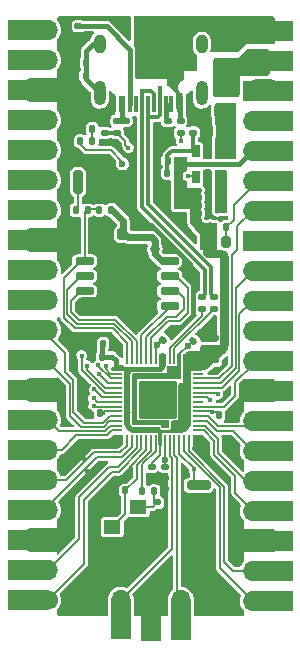
<source format=gbr>
%TF.GenerationSoftware,KiCad,Pcbnew,(6.0.7-1)-1*%
%TF.CreationDate,2022-09-30T15:54:31+08:00*%
%TF.ProjectId,PicoBoot,5069636f-426f-46f7-942e-6b696361645f,REV1*%
%TF.SameCoordinates,Original*%
%TF.FileFunction,Copper,L1,Top*%
%TF.FilePolarity,Positive*%
%FSLAX46Y46*%
G04 Gerber Fmt 4.6, Leading zero omitted, Abs format (unit mm)*
G04 Created by KiCad (PCBNEW (6.0.7-1)-1) date 2022-09-30 15:54:31*
%MOMM*%
%LPD*%
G01*
G04 APERTURE LIST*
G04 Aperture macros list*
%AMRoundRect*
0 Rectangle with rounded corners*
0 $1 Rounding radius*
0 $2 $3 $4 $5 $6 $7 $8 $9 X,Y pos of 4 corners*
0 Add a 4 corners polygon primitive as box body*
4,1,4,$2,$3,$4,$5,$6,$7,$8,$9,$2,$3,0*
0 Add four circle primitives for the rounded corners*
1,1,$1+$1,$2,$3*
1,1,$1+$1,$4,$5*
1,1,$1+$1,$6,$7*
1,1,$1+$1,$8,$9*
0 Add four rect primitives between the rounded corners*
20,1,$1+$1,$2,$3,$4,$5,0*
20,1,$1+$1,$4,$5,$6,$7,0*
20,1,$1+$1,$6,$7,$8,$9,0*
20,1,$1+$1,$8,$9,$2,$3,0*%
G04 Aperture macros list end*
%TA.AperFunction,ComponentPad*%
%ADD10O,1.700000X1.700000*%
%TD*%
%TA.AperFunction,ComponentPad*%
%ADD11RoundRect,0.425000X0.425000X-0.425000X0.425000X0.425000X-0.425000X0.425000X-0.425000X-0.425000X0*%
%TD*%
%TA.AperFunction,SMDPad,CuDef*%
%ADD12RoundRect,0.218750X0.218750X0.256250X-0.218750X0.256250X-0.218750X-0.256250X0.218750X-0.256250X0*%
%TD*%
%TA.AperFunction,SMDPad,CuDef*%
%ADD13RoundRect,0.140000X-0.170000X0.140000X-0.170000X-0.140000X0.170000X-0.140000X0.170000X0.140000X0*%
%TD*%
%TA.AperFunction,SMDPad,CuDef*%
%ADD14RoundRect,0.140000X0.021213X-0.219203X0.219203X-0.021213X-0.021213X0.219203X-0.219203X0.021213X0*%
%TD*%
%TA.AperFunction,SMDPad,CuDef*%
%ADD15RoundRect,0.140000X0.140000X0.170000X-0.140000X0.170000X-0.140000X-0.170000X0.140000X-0.170000X0*%
%TD*%
%TA.AperFunction,SMDPad,CuDef*%
%ADD16RoundRect,0.135000X0.135000X0.185000X-0.135000X0.185000X-0.135000X-0.185000X0.135000X-0.185000X0*%
%TD*%
%TA.AperFunction,SMDPad,CuDef*%
%ADD17RoundRect,0.135000X-0.185000X0.135000X-0.185000X-0.135000X0.185000X-0.135000X0.185000X0.135000X0*%
%TD*%
%TA.AperFunction,SMDPad,CuDef*%
%ADD18RoundRect,0.140000X-0.140000X-0.170000X0.140000X-0.170000X0.140000X0.170000X-0.140000X0.170000X0*%
%TD*%
%TA.AperFunction,SMDPad,CuDef*%
%ADD19RoundRect,0.135000X0.185000X-0.135000X0.185000X0.135000X-0.185000X0.135000X-0.185000X-0.135000X0*%
%TD*%
%TA.AperFunction,SMDPad,CuDef*%
%ADD20RoundRect,0.150000X-0.650000X-0.150000X0.650000X-0.150000X0.650000X0.150000X-0.650000X0.150000X0*%
%TD*%
%TA.AperFunction,SMDPad,CuDef*%
%ADD21RoundRect,0.140000X0.170000X-0.140000X0.170000X0.140000X-0.170000X0.140000X-0.170000X-0.140000X0*%
%TD*%
%TA.AperFunction,SMDPad,CuDef*%
%ADD22RoundRect,0.200000X-0.200000X-0.800000X0.200000X-0.800000X0.200000X0.800000X-0.200000X0.800000X0*%
%TD*%
%TA.AperFunction,SMDPad,CuDef*%
%ADD23RoundRect,0.200000X-0.200000X-0.275000X0.200000X-0.275000X0.200000X0.275000X-0.200000X0.275000X0*%
%TD*%
%TA.AperFunction,SMDPad,CuDef*%
%ADD24R,1.200000X0.900000*%
%TD*%
%TA.AperFunction,SMDPad,CuDef*%
%ADD25RoundRect,0.147500X-0.147500X-0.172500X0.147500X-0.172500X0.147500X0.172500X-0.147500X0.172500X0*%
%TD*%
%TA.AperFunction,SMDPad,CuDef*%
%ADD26R,0.650000X1.060000*%
%TD*%
%TA.AperFunction,SMDPad,CuDef*%
%ADD27R,1.400000X1.200000*%
%TD*%
%TA.AperFunction,SMDPad,CuDef*%
%ADD28RoundRect,0.135000X-0.135000X-0.185000X0.135000X-0.185000X0.135000X0.185000X-0.135000X0.185000X0*%
%TD*%
%TA.AperFunction,SMDPad,CuDef*%
%ADD29RoundRect,0.200000X0.800000X-0.200000X0.800000X0.200000X-0.800000X0.200000X-0.800000X-0.200000X0*%
%TD*%
%TA.AperFunction,SMDPad,CuDef*%
%ADD30R,0.600000X1.450000*%
%TD*%
%TA.AperFunction,SMDPad,CuDef*%
%ADD31R,0.300000X1.450000*%
%TD*%
%TA.AperFunction,ComponentPad*%
%ADD32O,1.000000X2.100000*%
%TD*%
%TA.AperFunction,ComponentPad*%
%ADD33O,1.000000X1.600000*%
%TD*%
%TA.AperFunction,SMDPad,CuDef*%
%ADD34RoundRect,0.050000X-0.387500X-0.050000X0.387500X-0.050000X0.387500X0.050000X-0.387500X0.050000X0*%
%TD*%
%TA.AperFunction,SMDPad,CuDef*%
%ADD35RoundRect,0.050000X-0.050000X-0.387500X0.050000X-0.387500X0.050000X0.387500X-0.050000X0.387500X0*%
%TD*%
%TA.AperFunction,SMDPad,CuDef*%
%ADD36RoundRect,0.144000X-1.456000X-1.456000X1.456000X-1.456000X1.456000X1.456000X-1.456000X1.456000X0*%
%TD*%
%TA.AperFunction,ComponentPad*%
%ADD37C,0.600000*%
%TD*%
%TA.AperFunction,SMDPad,CuDef*%
%ADD38RoundRect,0.243750X0.456250X-0.243750X0.456250X0.243750X-0.456250X0.243750X-0.456250X-0.243750X0*%
%TD*%
%TA.AperFunction,ComponentPad*%
%ADD39R,1.700000X3.500000*%
%TD*%
%TA.AperFunction,SMDPad,CuDef*%
%ADD40RoundRect,0.218750X-0.256250X0.218750X-0.256250X-0.218750X0.256250X-0.218750X0.256250X0.218750X0*%
%TD*%
%TA.AperFunction,SMDPad,CuDef*%
%ADD41RoundRect,0.147500X0.147500X0.172500X-0.147500X0.172500X-0.147500X-0.172500X0.147500X-0.172500X0*%
%TD*%
%TA.AperFunction,SMDPad,CuDef*%
%ADD42R,0.800000X2.000000*%
%TD*%
%TA.AperFunction,SMDPad,CuDef*%
%ADD43R,0.940000X0.440000*%
%TD*%
%TA.AperFunction,SMDPad,CuDef*%
%ADD44R,3.400000X4.300000*%
%TD*%
%TA.AperFunction,SMDPad,CuDef*%
%ADD45RoundRect,0.147500X-0.172500X0.147500X-0.172500X-0.147500X0.172500X-0.147500X0.172500X0.147500X0*%
%TD*%
%TA.AperFunction,SMDPad,CuDef*%
%ADD46RoundRect,0.225000X0.225000X0.250000X-0.225000X0.250000X-0.225000X-0.250000X0.225000X-0.250000X0*%
%TD*%
%TA.AperFunction,ComponentPad*%
%ADD47R,3.500000X1.700000*%
%TD*%
%TA.AperFunction,ComponentPad*%
%ADD48R,1.700000X1.700000*%
%TD*%
%TA.AperFunction,ComponentPad*%
%ADD49C,1.700000*%
%TD*%
%TA.AperFunction,ViaPad*%
%ADD50C,0.600000*%
%TD*%
%TA.AperFunction,ViaPad*%
%ADD51C,0.400000*%
%TD*%
%TA.AperFunction,ViaPad*%
%ADD52C,0.800000*%
%TD*%
%TA.AperFunction,Conductor*%
%ADD53C,0.400000*%
%TD*%
%TA.AperFunction,Conductor*%
%ADD54C,0.150000*%
%TD*%
%TA.AperFunction,Conductor*%
%ADD55C,0.300000*%
%TD*%
%TA.AperFunction,Conductor*%
%ADD56C,0.600000*%
%TD*%
G04 APERTURE END LIST*
D10*
%TO.P,J5,1,Pin_1*%
%TO.N,/SWCLK*%
X101100000Y-106900000D03*
D11*
%TO.P,J5,2,Pin_2*%
%TO.N,GND*%
X103640000Y-106900000D03*
D10*
%TO.P,J5,3,Pin_3*%
%TO.N,/SWD*%
X106180000Y-106900000D03*
%TD*%
D12*
%TO.P,C1,1*%
%TO.N,Net-(C1-Pad1)*%
X110087500Y-67200000D03*
%TO.P,C1,2*%
%TO.N,GND*%
X108512500Y-67200000D03*
%TD*%
D13*
%TO.P,C6,1*%
%TO.N,+1V1*%
X104850000Y-95612164D03*
%TO.P,C6,2*%
%TO.N,GND*%
X104850000Y-96572164D03*
%TD*%
D14*
%TO.P,C7,1*%
%TO.N,+1V1*%
X104710589Y-84889411D03*
%TO.P,C7,2*%
%TO.N,GND*%
X105389411Y-84210589D03*
%TD*%
D15*
%TO.P,C11,1*%
%TO.N,+3V3*%
X99530000Y-86300000D03*
%TO.P,C11,2*%
%TO.N,GND*%
X98570000Y-86300000D03*
%TD*%
D16*
%TO.P,R1,1*%
%TO.N,/QSPI_SS*%
X98310000Y-73900000D03*
%TO.P,R1,2*%
%TO.N,/~{USB_BOOT}*%
X97290000Y-73900000D03*
%TD*%
D17*
%TO.P,R4,1*%
%TO.N,USB_D-*%
X109000000Y-81240000D03*
%TO.P,R4,2*%
%TO.N,/D-*%
X109000000Y-82260000D03*
%TD*%
D18*
%TO.P,C13,1*%
%TO.N,+3V3*%
X109445000Y-91212500D03*
%TO.P,C13,2*%
%TO.N,GND*%
X110405000Y-91212500D03*
%TD*%
D13*
%TO.P,C14,1*%
%TO.N,+3V3*%
X103725000Y-95612164D03*
%TO.P,C14,2*%
%TO.N,GND*%
X103725000Y-96572164D03*
%TD*%
D14*
%TO.P,C3,1*%
%TO.N,+1V1*%
X107260589Y-84989411D03*
%TO.P,C3,2*%
%TO.N,GND*%
X107939411Y-84310589D03*
%TD*%
D17*
%TO.P,R3,1*%
%TO.N,USB_D+*%
X107950000Y-81240000D03*
%TO.P,R3,2*%
%TO.N,/D+*%
X107950000Y-82260000D03*
%TD*%
D16*
%TO.P,GPIO25_RESISTOR1,1*%
%TO.N,Net-(GPIO25_LED1-Pad2)*%
X98710000Y-68050000D03*
%TO.P,GPIO25_RESISTOR1,2*%
%TO.N,/GPIO25*%
X97690000Y-68050000D03*
%TD*%
D19*
%TO.P,R5,1*%
%TO.N,GND*%
X105100000Y-67360000D03*
%TO.P,R5,2*%
%TO.N,Net-(R5-Pad2)*%
X105100000Y-66340000D03*
%TD*%
%TO.P,R6,1*%
%TO.N,GND*%
X97525000Y-59335000D03*
%TO.P,R6,2*%
%TO.N,Net-(R6-Pad2)*%
X97525000Y-58315000D03*
%TD*%
D20*
%TO.P,FLASH,1,~{CS}*%
%TO.N,/QSPI_SS*%
X98050000Y-78195000D03*
%TO.P,FLASH,2,DO(IO1)*%
%TO.N,/QSPI_SD1*%
X98050000Y-79465000D03*
%TO.P,FLASH,3,IO2*%
%TO.N,/QSPI_SD2*%
X98050000Y-80735000D03*
%TO.P,FLASH,4,GND*%
%TO.N,GND*%
X98050000Y-82005000D03*
%TO.P,FLASH,5,DI(IO0)*%
%TO.N,/QSPI_SD0*%
X105250000Y-82005000D03*
%TO.P,FLASH,6,CLK*%
%TO.N,/QSPI_SCLK*%
X105250000Y-80735000D03*
%TO.P,FLASH,7,IO3*%
%TO.N,/QSPI_SD3*%
X105250000Y-79465000D03*
%TO.P,FLASH,8,VCC*%
%TO.N,+3V3*%
X105250000Y-78195000D03*
%TD*%
D21*
%TO.P,C8,1*%
%TO.N,+3V3*%
X103625000Y-76230000D03*
%TO.P,C8,2*%
%TO.N,GND*%
X103625000Y-75270000D03*
%TD*%
%TO.P,C5,1*%
%TO.N,+3V3*%
X102550000Y-76230000D03*
%TO.P,C5,2*%
%TO.N,GND*%
X102550000Y-75270000D03*
%TD*%
D22*
%TO.P,J2,1,1*%
%TO.N,/~{USB_BOOT}*%
X97500000Y-71500000D03*
%TO.P,J2,2,2*%
%TO.N,GND*%
X101700000Y-71500000D03*
%TD*%
D16*
%TO.P,R2,1*%
%TO.N,+3V3*%
X100310000Y-73900000D03*
%TO.P,R2,2*%
%TO.N,/QSPI_SS*%
X99290000Y-73900000D03*
%TD*%
D23*
%TO.P,R9,1*%
%TO.N,+3V3*%
X108395000Y-76620000D03*
%TO.P,R9,2*%
%TO.N,/ADC_VREF*%
X110045000Y-76620000D03*
%TD*%
D16*
%TO.P,R10,1*%
%TO.N,/ADC_VREF*%
X110060000Y-75300000D03*
%TO.P,R10,2*%
%TO.N,+3V3*%
X109040000Y-75300000D03*
%TD*%
D24*
%TO.P,D1,1,K*%
%TO.N,VSYS*%
X109850000Y-62050000D03*
%TO.P,D1,2,A*%
%TO.N,VBUS*%
X109850000Y-58750000D03*
%TD*%
D18*
%TO.P,C4,1*%
%TO.N,Net-(C4-Pad1)*%
X105070000Y-69690000D03*
%TO.P,C4,2*%
%TO.N,+3V3*%
X106030000Y-69690000D03*
%TD*%
D21*
%TO.P,C10,1*%
%TO.N,+3V3*%
X109100000Y-85680000D03*
%TO.P,C10,2*%
%TO.N,GND*%
X109100000Y-84720000D03*
%TD*%
D19*
%TO.P,R7,1*%
%TO.N,3V3_EN*%
X106172000Y-67360000D03*
%TO.P,R7,2*%
%TO.N,VBUS*%
X106172000Y-66340000D03*
%TD*%
D13*
%TO.P,C16,1*%
%TO.N,+3V3*%
X109100000Y-86620000D03*
%TO.P,C16,2*%
%TO.N,GND*%
X109100000Y-87580000D03*
%TD*%
D15*
%TO.P,C18,1*%
%TO.N,+3V3*%
X99380000Y-91087500D03*
%TO.P,C18,2*%
%TO.N,GND*%
X98420000Y-91087500D03*
%TD*%
D18*
%TO.P,C2,1*%
%TO.N,GND*%
X100520000Y-97617164D03*
%TO.P,C2,2*%
%TO.N,XIN*%
X101480000Y-97617164D03*
%TD*%
D21*
%TO.P,C19,1*%
%TO.N,GND*%
X104200000Y-99597164D03*
%TO.P,C19,2*%
%TO.N,Net-(C19-Pad2)*%
X104200000Y-98637164D03*
%TD*%
D25*
%TO.P,GPIO25_LED1,1,K*%
%TO.N,GND*%
X97720000Y-67000000D03*
%TO.P,GPIO25_LED1,2,A*%
%TO.N,Net-(GPIO25_LED1-Pad2)*%
X98690000Y-67000000D03*
%TD*%
D18*
%TO.P,C15,1*%
%TO.N,+3V3*%
X99620000Y-85200000D03*
%TO.P,C15,2*%
%TO.N,GND*%
X100580000Y-85200000D03*
%TD*%
D26*
%TO.P,U1,1,RUN*%
%TO.N,3V3_EN*%
X107500000Y-71100000D03*
%TO.P,U1,2,GND*%
%TO.N,GND*%
X108450000Y-71100000D03*
%TO.P,U1,3,SW*%
%TO.N,Net-(L1-Pad1)*%
X109400000Y-71100000D03*
%TO.P,U1,4,VIN*%
%TO.N,Net-(C1-Pad1)*%
X109400000Y-68900000D03*
%TO.P,U1,5,FB*%
%TO.N,Net-(C4-Pad1)*%
X107500000Y-68900000D03*
%TD*%
D27*
%TO.P,Y1,1,1*%
%TO.N,XIN*%
X100400000Y-100727164D03*
%TO.P,Y1,2,2*%
%TO.N,GND*%
X102600000Y-100727164D03*
%TO.P,Y1,3,3*%
%TO.N,Net-(C19-Pad2)*%
X102600000Y-99027164D03*
%TO.P,Y1,4,4*%
%TO.N,GND*%
X100400000Y-99027164D03*
%TD*%
D28*
%TO.P,R11,1*%
%TO.N,XOUT*%
X102930000Y-97687164D03*
%TO.P,R11,2*%
%TO.N,Net-(C19-Pad2)*%
X103950000Y-97687164D03*
%TD*%
D29*
%TO.P,RSW1,1,1*%
%TO.N,GND*%
X107700000Y-101400000D03*
%TO.P,RSW1,2,2*%
%TO.N,/RUN*%
X107700000Y-97200000D03*
%TD*%
D30*
%TO.P,USB1,1,GND*%
%TO.N,GND*%
X106875000Y-64920000D03*
%TO.P,USB1,2,VBUS*%
%TO.N,VBUS*%
X106100000Y-64920000D03*
D31*
%TO.P,USB1,3,SBU2*%
%TO.N,unconnected-(USB1-Pad3)*%
X105400000Y-64920000D03*
%TO.P,USB1,4,CC1*%
%TO.N,Net-(R5-Pad2)*%
X104900000Y-64920000D03*
%TO.P,USB1,5,DN2*%
%TO.N,USB_D-*%
X104400000Y-64920000D03*
%TO.P,USB1,6,DP1*%
%TO.N,USB_D+*%
X103900000Y-64920000D03*
%TO.P,USB1,7,DN1*%
%TO.N,USB_D-*%
X103400000Y-64920000D03*
%TO.P,USB1,8,DP2*%
%TO.N,USB_D+*%
X102900000Y-64920000D03*
%TO.P,USB1,9,SBU1*%
%TO.N,unconnected-(USB1-Pad9)*%
X102400000Y-64920000D03*
%TO.P,USB1,10,CC2*%
%TO.N,Net-(R6-Pad2)*%
X101900000Y-64920000D03*
D30*
%TO.P,USB1,11,VBUS*%
%TO.N,VBUS*%
X101200000Y-64920000D03*
%TO.P,USB1,12,GND*%
%TO.N,GND*%
X100425000Y-64920000D03*
D32*
%TO.P,USB1,13,SHIELD*%
%TO.N,Net-(C101-Pad2)*%
X107970000Y-64005000D03*
D33*
X99330000Y-59825000D03*
X107970000Y-59825000D03*
D32*
X99330000Y-64005000D03*
%TD*%
D34*
%TO.P,U3,1,IOVDD*%
%TO.N,+3V3*%
X100812500Y-87337500D03*
%TO.P,U3,2,GPIO0*%
%TO.N,/GPIO0*%
X100812500Y-87737500D03*
%TO.P,U3,3,GPIO1*%
%TO.N,/GPIO1*%
X100812500Y-88137500D03*
%TO.P,U3,4,GPIO2*%
%TO.N,/GPIO2*%
X100812500Y-88537500D03*
%TO.P,U3,5,GPIO3*%
%TO.N,/GPIO3*%
X100812500Y-88937500D03*
%TO.P,U3,6,GPIO4*%
%TO.N,/GPIO4*%
X100812500Y-89337500D03*
%TO.P,U3,7,GPIO5*%
%TO.N,/GPIO5*%
X100812500Y-89737500D03*
%TO.P,U3,8,GPIO6*%
%TO.N,/GPIO6*%
X100812500Y-90137500D03*
%TO.P,U3,9,GPIO7*%
%TO.N,/GPIO7*%
X100812500Y-90537500D03*
%TO.P,U3,10,IOVDD*%
%TO.N,+3V3*%
X100812500Y-90937500D03*
%TO.P,U3,11,GPIO8*%
%TO.N,/GPIO8*%
X100812500Y-91337500D03*
%TO.P,U3,12,GPIO9*%
%TO.N,/GPIO9*%
X100812500Y-91737500D03*
%TO.P,U3,13,GPIO10*%
%TO.N,/GPIO10*%
X100812500Y-92137500D03*
%TO.P,U3,14,GPIO11*%
%TO.N,/GPIO11*%
X100812500Y-92537500D03*
D35*
%TO.P,U3,15,GPIO12*%
%TO.N,/GPIO12*%
X101650000Y-93375000D03*
%TO.P,U3,16,GPIO13*%
%TO.N,/GPIO13*%
X102050000Y-93375000D03*
%TO.P,U3,17,GPIO14*%
%TO.N,/GPIO14*%
X102450000Y-93375000D03*
%TO.P,U3,18,GPIO15*%
%TO.N,/GPIO15*%
X102850000Y-93375000D03*
%TO.P,U3,19,TESTEN*%
%TO.N,GND*%
X103250000Y-93375000D03*
%TO.P,U3,20,XIN*%
%TO.N,XIN*%
X103650000Y-93375000D03*
%TO.P,U3,21,XOUT*%
%TO.N,XOUT*%
X104050000Y-93375000D03*
%TO.P,U3,22,IOVDD*%
%TO.N,+3V3*%
X104450000Y-93375000D03*
%TO.P,U3,23,DVDD*%
%TO.N,+1V1*%
X104850000Y-93375000D03*
%TO.P,U3,24,SWCLK*%
%TO.N,/SWCLK*%
X105250000Y-93375000D03*
%TO.P,U3,25,SWD*%
%TO.N,/SWD*%
X105650000Y-93375000D03*
%TO.P,U3,26,RUN*%
%TO.N,/RUN*%
X106050000Y-93375000D03*
%TO.P,U3,27,GPIO16*%
%TO.N,/GPIO16*%
X106450000Y-93375000D03*
%TO.P,U3,28,GPIO17*%
%TO.N,/GPIO17*%
X106850000Y-93375000D03*
D34*
%TO.P,U3,29,GPIO18*%
%TO.N,/GPIO18*%
X107687500Y-92537500D03*
%TO.P,U3,30,GPIO19*%
%TO.N,/GPIO19*%
X107687500Y-92137500D03*
%TO.P,U3,31,GPIO20*%
%TO.N,/GPIO20*%
X107687500Y-91737500D03*
%TO.P,U3,32,GPIO21*%
%TO.N,/GPIO21*%
X107687500Y-91337500D03*
%TO.P,U3,33,IOVDD*%
%TO.N,+3V3*%
X107687500Y-90937500D03*
%TO.P,U3,34,GPIO22*%
%TO.N,/GPIO22*%
X107687500Y-90537500D03*
%TO.P,U3,35,GPIO23*%
%TO.N,/GPIO23*%
X107687500Y-90137500D03*
%TO.P,U3,36,GPIO24*%
%TO.N,/GPIO24*%
X107687500Y-89737500D03*
%TO.P,U3,37,GPIO25*%
%TO.N,/GPIO25*%
X107687500Y-89337500D03*
%TO.P,U3,38,GPIO26_ADC0*%
%TO.N,/GPIO26_ADC0*%
X107687500Y-88937500D03*
%TO.P,U3,39,GPIO27_ADC1*%
%TO.N,/GPIO27_ADC1*%
X107687500Y-88537500D03*
%TO.P,U3,40,GPIO28_ADC2*%
%TO.N,/GPIO28_ADC2*%
X107687500Y-88137500D03*
%TO.P,U3,41,GPIO29_ADC3*%
%TO.N,/GPIO29_ADC3*%
X107687500Y-87737500D03*
%TO.P,U3,42,IOVDD*%
%TO.N,+3V3*%
X107687500Y-87337500D03*
D35*
%TO.P,U3,43,ADC_AVDD*%
X106850000Y-86500000D03*
%TO.P,U3,44,VREG_IN*%
X106450000Y-86500000D03*
%TO.P,U3,45,VREG_VOUT*%
%TO.N,+1V1*%
X106050000Y-86500000D03*
%TO.P,U3,46,USB_DM*%
%TO.N,/D-*%
X105650000Y-86500000D03*
%TO.P,U3,47,USB_DP*%
%TO.N,/D+*%
X105250000Y-86500000D03*
%TO.P,U3,48,USB_VDD*%
%TO.N,+3V3*%
X104850000Y-86500000D03*
%TO.P,U3,49,IOVDD*%
X104450000Y-86500000D03*
%TO.P,U3,50,DVDD*%
%TO.N,+1V1*%
X104050000Y-86500000D03*
%TO.P,U3,51,QSPI_SD3*%
%TO.N,/QSPI_SD3*%
X103650000Y-86500000D03*
%TO.P,U3,52,QSPI_SCLK*%
%TO.N,/QSPI_SCLK*%
X103250000Y-86500000D03*
%TO.P,U3,53,QSPI_SD0*%
%TO.N,/QSPI_SD0*%
X102850000Y-86500000D03*
%TO.P,U3,54,QSPI_SD2*%
%TO.N,/QSPI_SD2*%
X102450000Y-86500000D03*
%TO.P,U3,55,QSPI_SD1*%
%TO.N,/QSPI_SD1*%
X102050000Y-86500000D03*
%TO.P,U3,56,QSPI_SS*%
%TO.N,/QSPI_SS*%
X101650000Y-86500000D03*
D36*
%TO.P,U3,57,GND*%
%TO.N,GND*%
X104250000Y-89937500D03*
D37*
X102975000Y-89937500D03*
X104250000Y-88662500D03*
X102975000Y-91212500D03*
X104250000Y-91212500D03*
X102975000Y-88662500D03*
X105525000Y-91212500D03*
X104250000Y-89937500D03*
X105525000Y-88662500D03*
X105525000Y-89937500D03*
%TD*%
D38*
%TO.P,F1,1*%
%TO.N,Net-(C1-Pad1)*%
X109700000Y-65537500D03*
%TO.P,F1,2*%
%TO.N,VSYS*%
X109700000Y-63662500D03*
%TD*%
D17*
%TO.P,R101,1*%
%TO.N,VBUS*%
X100800000Y-66330000D03*
%TO.P,R101,2*%
%TO.N,/GPIO24*%
X100800000Y-67350000D03*
%TD*%
D39*
%TO.P,,1,Pin_1*%
%TO.N,/SWCLK*%
X101100000Y-108550000D03*
%TD*%
D40*
%TO.P,C9,1*%
%TO.N,+3V3*%
X106200000Y-73062500D03*
%TO.P,C9,2*%
%TO.N,GND*%
X106200000Y-74637500D03*
%TD*%
D41*
%TO.P,C12,1*%
%TO.N,+3V3*%
X106045000Y-71740000D03*
%TO.P,C12,2*%
%TO.N,GND*%
X105075000Y-71740000D03*
%TD*%
D39*
%TO.P,,1,Pin_1*%
%TO.N,GND*%
X103650000Y-108650000D03*
%TD*%
D42*
%TO.P,L1,1*%
%TO.N,Net-(L1-Pad1)*%
X109500000Y-73100000D03*
%TO.P,L1,2*%
%TO.N,+3V3*%
X107500000Y-73100000D03*
%TD*%
D18*
%TO.P,C101,1*%
%TO.N,GND*%
X97170000Y-62500000D03*
%TO.P,C101,2*%
%TO.N,Net-(C101-Pad2)*%
X98130000Y-62500000D03*
%TD*%
D19*
%TO.P,R103,1*%
%TO.N,/GPIO24*%
X99750000Y-67350000D03*
%TO.P,R103,2*%
%TO.N,GND*%
X99750000Y-66330000D03*
%TD*%
D41*
%TO.P,R8,1*%
%TO.N,+3V3*%
X106035000Y-70740000D03*
%TO.P,R8,2*%
%TO.N,Net-(C4-Pad1)*%
X105065000Y-70740000D03*
%TD*%
D39*
%TO.P,,1,Pin_1*%
%TO.N,/SWD*%
X106200000Y-108625000D03*
%TD*%
D43*
%TO.P,REF\u002A\u002A,1*%
%TO.N,/QSPI_SS*%
X97755000Y-78195000D03*
%TO.P,REF\u002A\u002A,2*%
%TO.N,/QSPI_SD1*%
X97755000Y-79465000D03*
%TO.P,REF\u002A\u002A,3*%
%TO.N,/QSPI_SD2*%
X97755000Y-80735000D03*
%TO.P,REF\u002A\u002A,4*%
%TO.N,GND*%
X97755000Y-82005000D03*
%TO.P,REF\u002A\u002A,5*%
%TO.N,/QSPI_SD0*%
X105545000Y-82005000D03*
%TO.P,REF\u002A\u002A,6*%
%TO.N,/QSPI_SCLK*%
X105545000Y-80735000D03*
%TO.P,REF\u002A\u002A,7*%
%TO.N,/QSPI_SD3*%
X105545000Y-79465000D03*
%TO.P,REF\u002A\u002A,8*%
%TO.N,+3V3*%
X105545000Y-78195000D03*
D44*
%TO.P,REF\u002A\u002A,9*%
%TO.N,GND*%
X101650000Y-80100000D03*
%TD*%
D16*
%TO.P,R102,1*%
%TO.N,Net-(C101-Pad2)*%
X98160000Y-61400000D03*
%TO.P,R102,2*%
%TO.N,GND*%
X97140000Y-61400000D03*
%TD*%
D45*
%TO.P,R12,1*%
%TO.N,GND*%
X107240000Y-66385000D03*
%TO.P,R12,2*%
%TO.N,Net-(C4-Pad1)*%
X107240000Y-67355000D03*
%TD*%
D46*
%TO.P,C17,1*%
%TO.N,+3V3*%
X101250000Y-75950000D03*
%TO.P,C17,2*%
%TO.N,GND*%
X99700000Y-75950000D03*
%TD*%
D47*
%TO.P,J4,1,Pin_1*%
%TO.N,VBUS*%
X113970000Y-58700000D03*
D10*
X112270000Y-58700000D03*
D47*
%TO.P,J4,2,Pin_2*%
%TO.N,VSYS*%
X113970000Y-61240000D03*
D10*
X112270000Y-61240000D03*
D48*
%TO.P,J4,3,Pin_3*%
%TO.N,GND*%
X112270000Y-63780000D03*
D47*
X113970000Y-63780000D03*
%TO.P,J4,4,Pin_4*%
%TO.N,3V3_EN*%
X113970000Y-66320000D03*
D10*
X112270000Y-66320000D03*
%TO.P,J4,5,Pin_5*%
%TO.N,+3V3*%
X112270000Y-68860000D03*
D47*
X113970000Y-68860000D03*
D10*
%TO.P,J4,6,Pin_6*%
%TO.N,/ADC_VREF*%
X112270000Y-71400000D03*
D47*
X113970000Y-71400000D03*
D10*
%TO.P,J4,7,Pin_7*%
%TO.N,/GPIO28_ADC2*%
X112270000Y-73940000D03*
D47*
X113970000Y-73940000D03*
D48*
%TO.P,J4,8,Pin_8*%
%TO.N,AGND*%
X112270000Y-76480000D03*
D47*
X113970000Y-76480000D03*
%TO.P,J4,9,Pin_9*%
%TO.N,/GPIO27_ADC1*%
X113970000Y-79020000D03*
D10*
X112270000Y-79020000D03*
%TO.P,J4,10,Pin_10*%
%TO.N,/GPIO26_ADC0*%
X112270000Y-81560000D03*
D47*
X113970000Y-81560000D03*
D10*
%TO.P,J4,11,Pin_11*%
%TO.N,/RUN*%
X112270000Y-84100000D03*
D47*
X113970000Y-84100000D03*
%TO.P,J4,12,Pin_12*%
%TO.N,/GPIO22*%
X113970000Y-86640000D03*
D10*
X112270000Y-86640000D03*
D48*
%TO.P,J4,13,Pin_13*%
%TO.N,GND*%
X112270000Y-89180000D03*
D47*
X113970000Y-89180000D03*
D10*
%TO.P,J4,14,Pin_14*%
%TO.N,/GPIO21*%
X112270000Y-91720000D03*
D47*
X113970000Y-91720000D03*
D10*
%TO.P,J4,15,Pin_15*%
%TO.N,/GPIO20*%
X112270000Y-94260000D03*
D47*
X113970000Y-94260000D03*
D10*
%TO.P,J4,16,Pin_16*%
%TO.N,/GPIO19*%
X112270000Y-96800000D03*
D47*
X113970000Y-96800000D03*
%TO.P,J4,17,Pin_17*%
%TO.N,/GPIO18*%
X113970000Y-99340000D03*
D10*
X112270000Y-99340000D03*
D48*
%TO.P,J4,18,Pin_18*%
%TO.N,GND*%
X112270000Y-101880000D03*
D47*
X113970000Y-101880000D03*
%TO.P,J4,19,Pin_19*%
%TO.N,/GPIO17*%
X113970000Y-104420000D03*
D10*
X112270000Y-104420000D03*
D47*
%TO.P,J4,20,Pin_20*%
%TO.N,/GPIO16*%
X113970000Y-106960000D03*
D10*
X112270000Y-106960000D03*
%TD*%
D49*
%TO.P,J3,1,Pin_1*%
%TO.N,/GPIO15*%
X94950000Y-106900000D03*
D47*
X93250000Y-106900000D03*
D10*
%TO.P,J3,2,Pin_2*%
%TO.N,/GPIO14*%
X94950000Y-104360000D03*
D47*
X93250000Y-104360000D03*
%TO.P,J3,3,Pin_3*%
%TO.N,GND*%
X93250000Y-101820000D03*
D48*
X94950000Y-101820000D03*
D10*
%TO.P,J3,4,Pin_4*%
%TO.N,/GPIO13*%
X94950000Y-99280000D03*
D47*
X93250000Y-99280000D03*
D10*
%TO.P,J3,5,Pin_5*%
%TO.N,/GPIO12*%
X94950000Y-96740000D03*
D47*
X93250000Y-96740000D03*
D10*
%TO.P,J3,6,Pin_6*%
%TO.N,/GPIO11*%
X94950000Y-94200000D03*
D47*
X93250000Y-94200000D03*
D10*
%TO.P,J3,7,Pin_7*%
%TO.N,/GPIO10*%
X94950000Y-91660000D03*
D47*
X93240000Y-91660000D03*
%TO.P,J3,8,Pin_8*%
%TO.N,GND*%
X93250000Y-89120000D03*
D48*
X94950000Y-89120000D03*
D10*
%TO.P,J3,9,Pin_9*%
%TO.N,/GPIO9*%
X94950000Y-86580000D03*
D47*
X93250000Y-86580000D03*
D10*
%TO.P,J3,10,Pin_10*%
%TO.N,/GPIO8*%
X94950000Y-84040000D03*
D47*
X93250000Y-84040000D03*
%TO.P,J3,11,Pin_11*%
%TO.N,/GPIO7*%
X93250000Y-81500000D03*
D10*
X94950000Y-81500000D03*
%TO.P,J3,12,Pin_12*%
%TO.N,/GPIO6*%
X94950000Y-78960000D03*
D47*
X93260000Y-78960000D03*
%TO.P,J3,13,Pin_13*%
%TO.N,GND*%
X93250000Y-76420000D03*
D48*
X94950000Y-76420000D03*
D47*
%TO.P,J3,14,Pin_14*%
%TO.N,/GPIO5*%
X93250000Y-73880000D03*
D10*
X94950000Y-73880000D03*
D47*
%TO.P,J3,15,Pin_15*%
%TO.N,/GPIO4*%
X93250000Y-71340000D03*
D10*
X94950000Y-71340000D03*
%TO.P,J3,16,Pin_16*%
%TO.N,/GPIO3*%
X94950000Y-68800000D03*
D47*
X93250000Y-68800000D03*
D10*
%TO.P,J3,17,Pin_17*%
%TO.N,/GPIO2*%
X94950000Y-66260000D03*
D47*
X93250000Y-66250000D03*
D48*
%TO.P,J3,18,Pin_18*%
%TO.N,GND*%
X94950000Y-63720000D03*
D47*
X93250000Y-63720000D03*
D10*
%TO.P,J3,19,Pin_19*%
%TO.N,/GPIO1*%
X94950000Y-61180000D03*
D47*
X93250000Y-61170000D03*
%TO.P,J3,20,Pin_20*%
%TO.N,/GPIO0*%
X93250000Y-58640000D03*
D10*
X94950000Y-58640000D03*
%TD*%
D50*
%TO.N,VBUS*%
X105600000Y-62800000D03*
X101600000Y-66330000D03*
%TO.N,+1V1*%
X104900000Y-92000000D03*
X106778059Y-85378059D03*
X105600000Y-87600000D03*
X104848800Y-95050900D03*
X104200000Y-85300000D03*
D51*
%TO.N,/GPIO7*%
X98813453Y-90468057D03*
%TO.N,/GPIO6*%
X98800000Y-89800000D03*
%TO.N,/GPIO5*%
X98842439Y-89076816D03*
%TO.N,/GPIO4*%
X97800000Y-86200000D03*
%TO.N,/GPIO3*%
X98250000Y-87050000D03*
%TO.N,/GPIO2*%
X99250000Y-87800000D03*
%TO.N,/GPIO1*%
X99200000Y-87000000D03*
%TO.N,/GPIO0*%
X99850000Y-87100000D03*
D50*
%TO.N,/GPIO25*%
X101250000Y-69975000D03*
D51*
X109300000Y-89500000D03*
%TO.N,/RUN*%
X107300000Y-95850000D03*
%TO.N,3V3_EN*%
X106800000Y-71000000D03*
X106200000Y-68000000D03*
%TO.N,USB_D+*%
X102900000Y-63800000D03*
%TO.N,USB_D-*%
X104400000Y-63550000D03*
D52*
%TO.N,+3V3*%
X104000000Y-77200000D03*
D51*
X106600000Y-91400000D03*
D52*
X108800000Y-77400000D03*
D51*
X108800000Y-91000000D03*
X99633750Y-91033750D03*
X101700000Y-91000000D03*
%TO.N,/GPIO24*%
X108700000Y-90000000D03*
X101750000Y-68600000D03*
%TO.N,GND*%
X96700000Y-100900000D03*
X110775000Y-100400000D03*
X100200000Y-97000000D03*
X98800000Y-98800000D03*
X96600000Y-95300000D03*
X104700000Y-101200000D03*
X108380000Y-73800000D03*
X104300000Y-96600000D03*
X107400000Y-76400000D03*
X98900000Y-101000000D03*
X100900000Y-85800000D03*
X102100000Y-81600000D03*
D52*
X101400000Y-77300000D03*
D51*
X102200000Y-79400000D03*
X100900000Y-80600000D03*
X98000000Y-94925000D03*
X99500000Y-102100000D03*
X110000000Y-86600000D03*
X105000000Y-97500000D03*
X106800000Y-75600000D03*
X101850000Y-96200000D03*
X109670000Y-74520000D03*
X110575000Y-93475000D03*
X107000000Y-79200000D03*
X107400000Y-103350000D03*
X101000000Y-79400000D03*
X108420000Y-71220000D03*
X108500000Y-83800000D03*
X101000000Y-78400000D03*
X109000000Y-83500000D03*
X108380000Y-74530000D03*
X108400000Y-66400000D03*
X99600000Y-95300000D03*
X108380000Y-72470000D03*
X108970000Y-74530000D03*
X109900000Y-93300000D03*
X97200000Y-97600000D03*
X102700000Y-83900000D03*
X101200000Y-102300000D03*
X102200000Y-80500000D03*
D52*
X102200000Y-74200000D03*
D51*
X96100000Y-84900000D03*
X102200000Y-78500000D03*
X104000000Y-100500000D03*
X102100000Y-83900000D03*
X100900000Y-81600000D03*
X98275000Y-95975000D03*
X107800000Y-93300000D03*
X108400000Y-69200000D03*
X110000000Y-89600000D03*
X97800000Y-90700000D03*
X96200000Y-89400000D03*
D52*
X102600000Y-77300000D03*
D51*
X109800000Y-96350000D03*
X103600000Y-102200000D03*
X108400000Y-68600000D03*
X100200000Y-84500000D03*
X108850000Y-95300000D03*
X100600000Y-93400000D03*
X96300000Y-90400000D03*
X104950000Y-99150000D03*
D52*
X101700000Y-73200000D03*
D51*
X106450000Y-98750000D03*
X99400000Y-93700000D03*
X106350000Y-95600000D03*
X108380000Y-73170000D03*
%TD*%
D53*
%TO.N,VBUS*%
X106100000Y-64920000D02*
X106100000Y-66268000D01*
X106100000Y-66268000D02*
X106172000Y-66340000D01*
X100800000Y-66330000D02*
X101600000Y-66330000D01*
X101200000Y-64920000D02*
X101200000Y-65980000D01*
X101200000Y-65980000D02*
X101550000Y-66330000D01*
D54*
%TO.N,+1V1*%
X106050000Y-86106118D02*
X106050000Y-86500000D01*
D55*
X104610589Y-84889411D02*
X104200000Y-85300000D01*
D54*
X104200000Y-85300000D02*
X104050000Y-85450000D01*
X107260589Y-84989411D02*
X107166707Y-84989411D01*
X106778059Y-85378059D02*
X106050000Y-86106118D01*
X107166707Y-84989411D02*
X106778059Y-85378059D01*
X104050000Y-85450000D02*
X104050000Y-86500000D01*
D55*
X104710589Y-84889411D02*
X104610589Y-84889411D01*
D54*
X104850000Y-93375000D02*
X104850000Y-95612164D01*
%TO.N,/~{USB_BOOT}*%
X97500000Y-71500000D02*
X97500000Y-73590000D01*
X97500000Y-73590000D02*
X97290000Y-73800000D01*
%TO.N,/GPIO15*%
X98000000Y-98400000D02*
X98000000Y-103850000D01*
X102850000Y-94150000D02*
X100950000Y-96050000D01*
X100350000Y-96050000D02*
X98000000Y-98400000D01*
X98000000Y-103850000D02*
X94950000Y-106900000D01*
X100950000Y-96050000D02*
X100350000Y-96050000D01*
X102850000Y-93375000D02*
X102850000Y-94150000D01*
%TO.N,/GPIO14*%
X102450000Y-94050000D02*
X100850000Y-95650000D01*
X102450000Y-93375000D02*
X102450000Y-94050000D01*
X100850000Y-95650000D02*
X100150000Y-95650000D01*
X97600000Y-101710000D02*
X94950000Y-104360000D01*
X97600000Y-98200000D02*
X97600000Y-101710000D01*
X100150000Y-95650000D02*
X97600000Y-98200000D01*
%TO.N,/GPIO13*%
X99100000Y-94800000D02*
X94950000Y-98950000D01*
X94950000Y-98950000D02*
X94950000Y-99280000D01*
X102050000Y-93375000D02*
X102050000Y-93950000D01*
X102050000Y-93950000D02*
X101200000Y-94800000D01*
X101200000Y-94800000D02*
X99100000Y-94800000D01*
%TO.N,/GPIO12*%
X96460000Y-96740000D02*
X94950000Y-96740000D01*
X101650000Y-93375000D02*
X101650000Y-93825000D01*
X101650000Y-93825000D02*
X101075000Y-94400000D01*
X101075000Y-94400000D02*
X98800000Y-94400000D01*
X98800000Y-94400000D02*
X96460000Y-96740000D01*
%TO.N,/GPIO11*%
X99950000Y-92950000D02*
X97350000Y-92950000D01*
X100362500Y-92537500D02*
X99950000Y-92950000D01*
X97350000Y-92950000D02*
X96100000Y-94200000D01*
X96100000Y-94200000D02*
X94950000Y-94200000D01*
X94950000Y-94200000D02*
X93250000Y-94200000D01*
X100812500Y-92537500D02*
X100362500Y-92537500D01*
%TO.N,/GPIO10*%
X95890000Y-92600000D02*
X94950000Y-91660000D01*
X100212500Y-92137500D02*
X99750000Y-92600000D01*
X99750000Y-92600000D02*
X95890000Y-92600000D01*
X100812500Y-92137500D02*
X100212500Y-92137500D01*
%TO.N,/GPIO9*%
X96800000Y-91300000D02*
X96800000Y-88600000D01*
X97750000Y-92250000D02*
X96800000Y-91300000D01*
X99650000Y-92250000D02*
X97750000Y-92250000D01*
X100154238Y-91737500D02*
X99650000Y-92241738D01*
X94950000Y-86750000D02*
X94950000Y-86580000D01*
X99650000Y-92241738D02*
X99650000Y-92250000D01*
X100812500Y-91737500D02*
X100154238Y-91737500D01*
X96800000Y-88600000D02*
X94950000Y-86750000D01*
%TO.N,/GPIO8*%
X94950000Y-84550000D02*
X94950000Y-84040000D01*
X96400000Y-87600000D02*
X96400000Y-86000000D01*
X96400000Y-86000000D02*
X94950000Y-84550000D01*
X100162500Y-91337500D02*
X99600000Y-91900000D01*
X98000000Y-91900000D02*
X97100000Y-91000000D01*
X100812500Y-91337500D02*
X100162500Y-91337500D01*
X99600000Y-91900000D02*
X98000000Y-91900000D01*
X97100000Y-88300000D02*
X96400000Y-87600000D01*
X97100000Y-91000000D02*
X97100000Y-88300000D01*
%TO.N,/GPIO7*%
X98813453Y-90468057D02*
X98882896Y-90537500D01*
X98882896Y-90537500D02*
X100812500Y-90537500D01*
%TO.N,/GPIO6*%
X99137500Y-90137500D02*
X100812500Y-90137500D01*
X98800000Y-89800000D02*
X99137500Y-90137500D01*
%TO.N,/GPIO5*%
X99503123Y-89737500D02*
X98842439Y-89076816D01*
X99687500Y-89737500D02*
X99503123Y-89737500D01*
X100812500Y-89737500D02*
X99687500Y-89737500D01*
%TO.N,/GPIO4*%
X99737500Y-89337500D02*
X100812500Y-89337500D01*
X97800000Y-87400000D02*
X99737500Y-89337500D01*
X97800000Y-86200000D02*
X97800000Y-87400000D01*
%TO.N,/GPIO3*%
X98250000Y-87050000D02*
X98250000Y-87429326D01*
X98250000Y-87429326D02*
X99758174Y-88937500D01*
X99758174Y-88937500D02*
X100812500Y-88937500D01*
%TO.N,/GPIO2*%
X99250000Y-87800000D02*
X99987500Y-88537500D01*
X99987500Y-88537500D02*
X100812500Y-88537500D01*
%TO.N,/GPIO1*%
X100812500Y-88137500D02*
X100245762Y-88137500D01*
X99200000Y-87091738D02*
X99200000Y-87000000D01*
X100245762Y-88137500D02*
X99200000Y-87091738D01*
%TO.N,/GPIO0*%
X99850000Y-87350000D02*
X100237500Y-87737500D01*
X99850000Y-87100000D02*
X99850000Y-87350000D01*
X100237500Y-87737500D02*
X100812500Y-87737500D01*
%TO.N,/GPIO25*%
X100256590Y-68800000D02*
X98200000Y-68800000D01*
X98200000Y-68800000D02*
X97690000Y-68290000D01*
X109300000Y-89500000D02*
X109137500Y-89337500D01*
X97690000Y-68290000D02*
X97690000Y-68050000D01*
X101250000Y-69975000D02*
X101250000Y-69793410D01*
X101250000Y-69793410D02*
X100256590Y-68800000D01*
X109137500Y-89337500D02*
X107687500Y-89337500D01*
%TO.N,/GPIO22*%
X112270000Y-86980000D02*
X112270000Y-86640000D01*
X109862500Y-90537500D02*
X110800000Y-89600000D01*
X110800000Y-89600000D02*
X110800000Y-88450000D01*
X110800000Y-88450000D02*
X112270000Y-86980000D01*
X107687500Y-90537500D02*
X109862500Y-90537500D01*
%TO.N,/GPIO21*%
X109370674Y-92200000D02*
X111790000Y-92200000D01*
X108508174Y-91337500D02*
X109370674Y-92200000D01*
X107687500Y-91337500D02*
X108508174Y-91337500D01*
X111790000Y-92200000D02*
X112270000Y-91720000D01*
%TO.N,/GPIO20*%
X110610000Y-92600000D02*
X112270000Y-94260000D01*
X107687500Y-91737500D02*
X108387500Y-91737500D01*
X108387500Y-91737500D02*
X109250000Y-92600000D01*
X109250000Y-92600000D02*
X110610000Y-92600000D01*
%TO.N,/GPIO19*%
X111700000Y-96800000D02*
X112270000Y-96800000D01*
X108237500Y-92137500D02*
X109350000Y-93250000D01*
X109350000Y-93250000D02*
X109350000Y-94450000D01*
X107687500Y-92137500D02*
X108237500Y-92137500D01*
X109350000Y-94450000D02*
X111700000Y-96800000D01*
%TO.N,/GPIO18*%
X108137500Y-92537500D02*
X107687500Y-92537500D01*
X110800000Y-96400000D02*
X109000000Y-94600000D01*
X112270000Y-99340000D02*
X110800000Y-97870000D01*
X109000000Y-93400000D02*
X108137500Y-92537500D01*
X109000000Y-94600000D02*
X109000000Y-93400000D01*
X110800000Y-97870000D02*
X110800000Y-96400000D01*
%TO.N,/GPIO17*%
X110620000Y-104420000D02*
X112270000Y-104420000D01*
X106850000Y-93375000D02*
X106850000Y-94300000D01*
X109850000Y-97300000D02*
X109850000Y-103650000D01*
X106850000Y-94300000D02*
X109850000Y-97300000D01*
X109850000Y-103650000D02*
X110620000Y-104420000D01*
%TO.N,/GPIO16*%
X109500000Y-104190000D02*
X112270000Y-106960000D01*
X106450000Y-93375000D02*
X106450000Y-94300000D01*
X109500000Y-97350000D02*
X109500000Y-104190000D01*
X106450000Y-94300000D02*
X109500000Y-97350000D01*
%TO.N,/RUN*%
X106050000Y-93375000D02*
X106050000Y-94500000D01*
X107300000Y-95750000D02*
X107300000Y-95850000D01*
X106050000Y-94500000D02*
X107300000Y-95750000D01*
X107300000Y-95850000D02*
X107300000Y-97507164D01*
%TO.N,/SWD*%
X105850000Y-94850000D02*
X105850000Y-106570000D01*
X105850000Y-106570000D02*
X106180000Y-106900000D01*
X105650000Y-94650000D02*
X105850000Y-94850000D01*
X105650000Y-93375000D02*
X105650000Y-94650000D01*
%TO.N,/SWCLK*%
X105450000Y-94916708D02*
X105450000Y-102550000D01*
X105250000Y-93375000D02*
X105250000Y-94716708D01*
X105250000Y-94716708D02*
X105450000Y-94916708D01*
X105450000Y-102550000D02*
X101100000Y-106900000D01*
%TO.N,/QSPI_SS*%
X97200000Y-83900000D02*
X96300000Y-83000000D01*
X96300000Y-79650000D02*
X97755000Y-78195000D01*
X101650000Y-86500000D02*
X101650000Y-85100000D01*
X98050000Y-74060000D02*
X98050000Y-78195000D01*
X96300000Y-83000000D02*
X96300000Y-79650000D01*
X98310000Y-73800000D02*
X99290000Y-73800000D01*
X101650000Y-85100000D02*
X100450000Y-83900000D01*
X98310000Y-73800000D02*
X98050000Y-74060000D01*
X100450000Y-83900000D02*
X97200000Y-83900000D01*
%TO.N,/QSPI_SD3*%
X105095000Y-83305000D02*
X106089540Y-83305000D01*
X106089540Y-83305000D02*
X106810000Y-82584540D01*
X105765000Y-79465000D02*
X105250000Y-79465000D01*
X103650000Y-84750000D02*
X105095000Y-83305000D01*
X103650000Y-86500000D02*
X103650000Y-84750000D01*
X106810000Y-80510000D02*
X105765000Y-79465000D01*
X106810000Y-82584540D02*
X106810000Y-80510000D01*
%TO.N,/QSPI_SCLK*%
X106450000Y-82250000D02*
X106450000Y-81350000D01*
X105000000Y-82900000D02*
X105800000Y-82900000D01*
X105835000Y-80735000D02*
X105545000Y-80735000D01*
X103250000Y-84650000D02*
X105000000Y-82900000D01*
X103250000Y-86500000D02*
X103250000Y-84650000D01*
X106450000Y-81350000D02*
X105835000Y-80735000D01*
X105800000Y-82900000D02*
X106450000Y-82250000D01*
%TO.N,/QSPI_SD0*%
X105250000Y-82050000D02*
X105250000Y-82005000D01*
X102850000Y-84450000D02*
X105250000Y-82050000D01*
X102850000Y-86500000D02*
X102850000Y-84450000D01*
%TO.N,/QSPI_SD2*%
X102450000Y-86500000D02*
X102450000Y-85000000D01*
X96900000Y-82500000D02*
X96900000Y-81590000D01*
X96900000Y-81590000D02*
X97755000Y-80735000D01*
X97600000Y-83200000D02*
X96900000Y-82500000D01*
X102450000Y-85000000D02*
X100650000Y-83200000D01*
X100650000Y-83200000D02*
X97600000Y-83200000D01*
%TO.N,/QSPI_SD1*%
X102050000Y-84991738D02*
X100558262Y-83500000D01*
X96577000Y-80623000D02*
X97735000Y-79465000D01*
X100558262Y-83500000D02*
X97400000Y-83500000D01*
X97735000Y-79465000D02*
X98050000Y-79465000D01*
X102050000Y-86500000D02*
X102050000Y-84991738D01*
X97400000Y-83500000D02*
X96577000Y-82677000D01*
X96577000Y-82677000D02*
X96577000Y-80623000D01*
D53*
%TO.N,Net-(R6-Pad2)*%
X101900000Y-60300000D02*
X99915000Y-58315000D01*
X101900000Y-64920000D02*
X101900000Y-60300000D01*
X99915000Y-58315000D02*
X97525000Y-58315000D01*
%TO.N,Net-(R5-Pad2)*%
X104900000Y-64920000D02*
X104900000Y-66140000D01*
X104900000Y-66140000D02*
X105100000Y-66340000D01*
D54*
%TO.N,3V3_EN*%
X106172000Y-67360000D02*
X106172000Y-67972000D01*
X106800000Y-71000000D02*
X107400000Y-71000000D01*
X106172000Y-67972000D02*
X106200000Y-68000000D01*
X107400000Y-71000000D02*
X107500000Y-71100000D01*
D55*
%TO.N,USB_D+*%
X102900000Y-63800000D02*
X103650000Y-63800000D01*
X102875000Y-73613910D02*
X108200000Y-78938910D01*
X102875000Y-64945000D02*
X102875000Y-73613910D01*
X102900000Y-64920000D02*
X102900000Y-63800000D01*
X108200000Y-78938910D02*
X108200000Y-80990000D01*
X103900000Y-64050000D02*
X103675000Y-63825000D01*
X103650000Y-63800000D02*
X103675000Y-63825000D01*
X102900000Y-64920000D02*
X102875000Y-64945000D01*
X103900000Y-64920000D02*
X103900000Y-64050000D01*
X108200000Y-80990000D02*
X107950000Y-81240000D01*
%TO.N,USB_D-*%
X108750000Y-78711090D02*
X108750000Y-80990000D01*
X104400000Y-64920000D02*
X104400000Y-63550000D01*
X103425000Y-66025000D02*
X103425000Y-73386090D01*
X103425000Y-64945000D02*
X103425000Y-66025000D01*
X104400000Y-64920000D02*
X104400000Y-65849000D01*
X103425000Y-73386090D02*
X108750000Y-78711090D01*
X108750000Y-80990000D02*
X109000000Y-81240000D01*
X104224000Y-66025000D02*
X103425000Y-66025000D01*
X103400000Y-64920000D02*
X103425000Y-64945000D01*
X104400000Y-65849000D02*
X104224000Y-66025000D01*
D54*
%TO.N,/ADC_VREF*%
X112270000Y-71860000D02*
X110670000Y-73460000D01*
X110045000Y-75315000D02*
X110045000Y-76620000D01*
X112270000Y-71400000D02*
X112270000Y-71860000D01*
X110670000Y-73460000D02*
X110670000Y-74690000D01*
X110670000Y-74690000D02*
X110045000Y-75315000D01*
%TO.N,+3V3*%
X100310000Y-73800000D02*
X101075000Y-74565000D01*
D56*
X103720000Y-76200000D02*
X104000000Y-76480000D01*
D54*
X104450000Y-94600000D02*
X103725000Y-95325000D01*
X104450000Y-93375000D02*
X104450000Y-94600000D01*
D56*
X104000000Y-77600000D02*
X104595000Y-78195000D01*
D54*
X108737500Y-90937500D02*
X107687500Y-90937500D01*
X99633750Y-91033750D02*
X99580000Y-91087500D01*
D56*
X101300000Y-74790000D02*
X101300000Y-75790000D01*
X101710000Y-76200000D02*
X103720000Y-76200000D01*
D54*
X107220000Y-86130000D02*
X109050000Y-86130000D01*
X106850000Y-86500000D02*
X107220000Y-86130000D01*
D53*
X99530000Y-86300000D02*
X99530000Y-85250000D01*
X111130000Y-70000000D02*
X106000000Y-70000000D01*
X99530000Y-86300000D02*
X100400000Y-86300000D01*
D56*
X108800000Y-77025000D02*
X108395000Y-76620000D01*
D53*
X112270000Y-68860000D02*
X111130000Y-70000000D01*
D54*
X100812500Y-90937500D02*
X99730000Y-90937500D01*
X103725000Y-95325000D02*
X103725000Y-95612164D01*
D53*
X100700000Y-86600000D02*
X100700000Y-87200000D01*
D56*
X101300000Y-75790000D02*
X101710000Y-76200000D01*
D54*
X109232500Y-91000000D02*
X109445000Y-91212500D01*
D56*
X108800000Y-77400000D02*
X108800000Y-77025000D01*
X104595000Y-78195000D02*
X105250000Y-78195000D01*
D53*
X100700000Y-87200000D02*
X101100000Y-87200000D01*
D54*
X99730000Y-90937500D02*
X99633750Y-91033750D01*
D56*
X100310000Y-73800000D02*
X101300000Y-74790000D01*
X104000000Y-77200000D02*
X104000000Y-77600000D01*
D53*
X100400000Y-86300000D02*
X100700000Y-86600000D01*
D54*
X108800000Y-91000000D02*
X108737500Y-90937500D01*
D56*
X104000000Y-76480000D02*
X104000000Y-77200000D01*
D54*
X108800000Y-91000000D02*
X109232500Y-91000000D01*
D55*
X106030000Y-69690000D02*
X106270000Y-69930000D01*
D54*
%TO.N,XIN*%
X101480000Y-99647164D02*
X100400000Y-100727164D01*
X103650000Y-93375000D02*
X103650000Y-94300000D01*
X102450000Y-96647164D02*
X101480000Y-97617164D01*
X101480000Y-97617164D02*
X101480000Y-99647164D01*
X103650000Y-94300000D02*
X102450000Y-95500000D01*
X102450000Y-95500000D02*
X102450000Y-96647164D01*
%TO.N,XOUT*%
X102930000Y-95420000D02*
X102930000Y-97687164D01*
X104050000Y-94300000D02*
X102930000Y-95420000D01*
X104050000Y-93375000D02*
X104050000Y-94300000D01*
%TO.N,Net-(C19-Pad2)*%
X103950000Y-97687164D02*
X103950000Y-98387164D01*
X103810000Y-99027164D02*
X104200000Y-98637164D01*
X103950000Y-98387164D02*
X104200000Y-98637164D01*
X102600000Y-99027164D02*
X103810000Y-99027164D01*
D55*
%TO.N,Net-(C4-Pad1)*%
X105065000Y-69245000D02*
X105065000Y-70740000D01*
X107500000Y-68900000D02*
X105410000Y-68900000D01*
X105410000Y-68900000D02*
X105065000Y-69245000D01*
X107240000Y-67355000D02*
X107240000Y-68640000D01*
X107240000Y-68640000D02*
X107500000Y-68900000D01*
D54*
%TO.N,Net-(GPIO25_LED1-Pad2)*%
X98690000Y-67000000D02*
X98690000Y-68030000D01*
X98690000Y-68030000D02*
X98710000Y-68050000D01*
%TO.N,/GPIO24*%
X101500000Y-68350000D02*
X101500000Y-68050000D01*
X108437500Y-89737500D02*
X107687500Y-89737500D01*
X108700000Y-90000000D02*
X108437500Y-89737500D01*
X101750000Y-68600000D02*
X101500000Y-68350000D01*
D55*
X100800000Y-67350000D02*
X99800000Y-67350000D01*
D54*
X101500000Y-68050000D02*
X100800000Y-67350000D01*
D53*
%TO.N,Net-(C101-Pad2)*%
X98160000Y-61500000D02*
X98160000Y-62470000D01*
X98130000Y-62805000D02*
X99330000Y-64005000D01*
X98130000Y-62500000D02*
X98130000Y-62805000D01*
X99330000Y-59825000D02*
X98775000Y-59825000D01*
X98160000Y-62470000D02*
X98130000Y-62500000D01*
X98160000Y-60440000D02*
X98160000Y-61500000D01*
X98775000Y-59825000D02*
X98160000Y-60440000D01*
D54*
%TO.N,/D+*%
X107950000Y-82850000D02*
X105250000Y-85550000D01*
X105250000Y-85550000D02*
X105250000Y-86500000D01*
X107950000Y-82260000D02*
X107950000Y-82850000D01*
D53*
%TO.N,GND*%
X107212000Y-79412000D02*
X107000000Y-79200000D01*
X103849580Y-75320000D02*
X107000000Y-78470420D01*
D54*
X104272164Y-96572164D02*
X104300000Y-96600000D01*
D53*
X103800000Y-75320000D02*
X103849580Y-75320000D01*
D54*
X105639411Y-84210589D02*
X105739411Y-84210589D01*
D53*
X106213054Y-83750000D02*
X107212000Y-82751054D01*
D54*
X103250000Y-94208262D02*
X101850000Y-95608262D01*
X103725000Y-96572164D02*
X104272164Y-96572164D01*
D53*
X106200000Y-83750000D02*
X106213054Y-83750000D01*
X107000000Y-78470420D02*
X107000000Y-79200000D01*
D54*
X103250000Y-93375000D02*
X103250000Y-94208262D01*
D53*
X100580000Y-85200000D02*
X100580000Y-84880000D01*
D54*
X104850000Y-96572164D02*
X104327836Y-96572164D01*
X104327836Y-96572164D02*
X104300000Y-96600000D01*
X101850000Y-95608262D02*
X101850000Y-96200000D01*
D53*
X107212000Y-82751054D02*
X107212000Y-79412000D01*
D54*
X105739411Y-84210589D02*
X106200000Y-83750000D01*
%TO.N,/GPIO27_ADC1*%
X110827000Y-87273000D02*
X110827000Y-80463000D01*
X110827000Y-80463000D02*
X112270000Y-79020000D01*
X109562500Y-88537500D02*
X110827000Y-87273000D01*
X107687500Y-88537500D02*
X109562500Y-88537500D01*
%TO.N,/GPIO26_ADC0*%
X107687500Y-88937500D02*
X109662500Y-88937500D01*
X109662500Y-88937500D02*
X111104000Y-87496000D01*
X111104000Y-82726000D02*
X112270000Y-81560000D01*
X111104000Y-87496000D02*
X111104000Y-82726000D01*
%TO.N,/GPIO28_ADC2*%
X109462500Y-88137500D02*
X107687500Y-88137500D01*
X112270000Y-73940000D02*
X110950000Y-75260000D01*
X110550000Y-87050000D02*
X109462500Y-88137500D01*
X110950000Y-75260000D02*
X110950000Y-77279326D01*
X110550000Y-77679326D02*
X110550000Y-87050000D01*
X110950000Y-77279326D02*
X110550000Y-77679326D01*
%TO.N,/D-*%
X105650000Y-85591738D02*
X108981738Y-82260000D01*
X105650000Y-86500000D02*
X105650000Y-85591738D01*
X108981738Y-82260000D02*
X109000000Y-82260000D01*
%TD*%
%TA.AperFunction,Conductor*%
%TO.N,GND*%
G36*
X106380703Y-95291475D02*
G01*
X106387181Y-95297507D01*
X106812388Y-95722714D01*
X106845873Y-95784037D01*
X106847231Y-95829468D01*
X106846260Y-95835704D01*
X106846260Y-95835712D01*
X106844901Y-95844440D01*
X106861633Y-95972394D01*
X106865192Y-95980482D01*
X106865192Y-95980483D01*
X106907955Y-96077669D01*
X106913605Y-96090510D01*
X106919288Y-96097270D01*
X106919290Y-96097274D01*
X106945419Y-96128358D01*
X106973489Y-96192341D01*
X106974500Y-96208147D01*
X106974500Y-96425500D01*
X106954815Y-96492539D01*
X106902011Y-96538294D01*
X106851995Y-96549175D01*
X106852004Y-96549363D01*
X106850888Y-96549416D01*
X106850500Y-96549500D01*
X106846166Y-96549500D01*
X106843262Y-96549775D01*
X106843252Y-96549775D01*
X106822151Y-96551770D01*
X106822150Y-96551770D01*
X106814631Y-96552481D01*
X106743242Y-96577551D01*
X106695557Y-96594296D01*
X106695555Y-96594297D01*
X106686816Y-96597366D01*
X106679363Y-96602871D01*
X106679361Y-96602872D01*
X106607696Y-96655805D01*
X106577850Y-96677850D01*
X106497366Y-96786816D01*
X106452481Y-96914631D01*
X106449500Y-96946166D01*
X106449500Y-97453834D01*
X106449775Y-97456738D01*
X106449775Y-97456748D01*
X106451767Y-97477812D01*
X106452481Y-97485369D01*
X106468616Y-97531314D01*
X106494296Y-97604441D01*
X106497366Y-97613184D01*
X106577850Y-97722150D01*
X106585306Y-97727657D01*
X106679361Y-97797128D01*
X106679363Y-97797129D01*
X106686816Y-97802634D01*
X106695555Y-97805703D01*
X106695557Y-97805704D01*
X106743242Y-97822449D01*
X106814631Y-97847519D01*
X106822150Y-97848230D01*
X106822151Y-97848230D01*
X106843252Y-97850225D01*
X106843262Y-97850225D01*
X106846166Y-97850500D01*
X108553834Y-97850500D01*
X108556738Y-97850225D01*
X108556748Y-97850225D01*
X108577849Y-97848230D01*
X108577850Y-97848230D01*
X108585369Y-97847519D01*
X108656758Y-97822449D01*
X108704443Y-97805704D01*
X108704445Y-97805703D01*
X108713184Y-97802634D01*
X108720637Y-97797129D01*
X108720639Y-97797128D01*
X108814694Y-97727657D01*
X108822150Y-97722150D01*
X108902634Y-97613184D01*
X108905704Y-97604443D01*
X108905705Y-97604441D01*
X108933504Y-97525279D01*
X108974289Y-97468548D01*
X109039271Y-97442873D01*
X109107817Y-97456406D01*
X109158166Y-97504850D01*
X109174500Y-97566364D01*
X109174500Y-104170373D01*
X109174028Y-104181181D01*
X109170736Y-104218807D01*
X109180517Y-104255310D01*
X109182855Y-104265857D01*
X109189412Y-104303045D01*
X109194838Y-104312442D01*
X109196096Y-104315900D01*
X109197639Y-104319209D01*
X109200446Y-104329684D01*
X109206667Y-104338568D01*
X109222106Y-104360617D01*
X109227920Y-104369743D01*
X109246806Y-104402455D01*
X109255116Y-104409428D01*
X109275744Y-104426737D01*
X109283719Y-104434045D01*
X111231839Y-106382165D01*
X111265324Y-106443488D01*
X111260340Y-106513180D01*
X111253898Y-106527578D01*
X111251565Y-106532012D01*
X111251560Y-106532023D01*
X111248914Y-106537053D01*
X111188937Y-106730213D01*
X111183369Y-106777260D01*
X111172266Y-106871069D01*
X111165164Y-106931069D01*
X111165535Y-106936731D01*
X111165535Y-106936735D01*
X111167785Y-106971062D01*
X111178392Y-107132894D01*
X111228178Y-107328928D01*
X111312856Y-107512607D01*
X111429588Y-107677780D01*
X111529053Y-107774674D01*
X111532526Y-107778057D01*
X111566811Y-107838937D01*
X111570000Y-107866879D01*
X111570000Y-108016874D01*
X111568939Y-108033059D01*
X111555094Y-108138224D01*
X111546716Y-108169492D01*
X111534927Y-108197953D01*
X111491086Y-108252356D01*
X111420366Y-108274500D01*
X107424500Y-108274500D01*
X107357461Y-108254815D01*
X107311706Y-108202011D01*
X107300500Y-108150500D01*
X107300500Y-106850326D01*
X107298785Y-106841701D01*
X107288348Y-106789236D01*
X107285966Y-106777260D01*
X107279183Y-106767108D01*
X107278440Y-106765314D01*
X107269522Y-106729212D01*
X107268558Y-106718723D01*
X107266708Y-106698591D01*
X107211807Y-106503926D01*
X107122351Y-106322527D01*
X107001335Y-106160467D01*
X106852812Y-106023174D01*
X106848002Y-106020139D01*
X106686566Y-105918280D01*
X106686564Y-105918279D01*
X106681757Y-105915246D01*
X106493898Y-105840298D01*
X106488317Y-105839188D01*
X106488314Y-105839187D01*
X106420373Y-105825673D01*
X106295526Y-105800839D01*
X106289834Y-105800764D01*
X106286538Y-105800418D01*
X106221923Y-105773833D01*
X106181939Y-105716535D01*
X106175500Y-105677097D01*
X106175500Y-95385188D01*
X106195185Y-95318149D01*
X106247989Y-95272394D01*
X106317147Y-95262450D01*
X106380703Y-95291475D01*
G37*
%TD.AperFunction*%
%TA.AperFunction,Conductor*%
G36*
X105443834Y-103119006D02*
G01*
X105499767Y-103160878D01*
X105524184Y-103226342D01*
X105524500Y-103235188D01*
X105524500Y-105954827D01*
X105504815Y-106021866D01*
X105482259Y-106048055D01*
X105378305Y-106139220D01*
X105253089Y-106298057D01*
X105158914Y-106477053D01*
X105157229Y-106482479D01*
X105157228Y-106482482D01*
X105152152Y-106498830D01*
X105098937Y-106670213D01*
X105075164Y-106871069D01*
X105075535Y-106876731D01*
X105075535Y-106876735D01*
X105080851Y-106957842D01*
X105088392Y-107072894D01*
X105089790Y-107078398D01*
X105095685Y-107101610D01*
X105099500Y-107132133D01*
X105099500Y-108150500D01*
X105079815Y-108217539D01*
X105027011Y-108263294D01*
X104975500Y-108274500D01*
X102324500Y-108274500D01*
X102257461Y-108254815D01*
X102211706Y-108202011D01*
X102200500Y-108150500D01*
X102200500Y-106988856D01*
X102201783Y-106971062D01*
X102203176Y-106961455D01*
X102203700Y-106957842D01*
X102204134Y-106941292D01*
X102205119Y-106903661D01*
X102205215Y-106900000D01*
X102201020Y-106854346D01*
X102200500Y-106843000D01*
X102200500Y-106775326D01*
X102189241Y-106718722D01*
X102187378Y-106705881D01*
X102187228Y-106704245D01*
X102187227Y-106704242D01*
X102186708Y-106698591D01*
X102131807Y-106503926D01*
X102113174Y-106466143D01*
X102101178Y-106397314D01*
X102128299Y-106332923D01*
X102136706Y-106323620D01*
X105312819Y-103147507D01*
X105374142Y-103114022D01*
X105443834Y-103119006D01*
G37*
%TD.AperFunction*%
%TA.AperFunction,Conductor*%
G36*
X102043834Y-95519006D02*
G01*
X102099767Y-95560878D01*
X102124184Y-95626342D01*
X102124500Y-95635188D01*
X102124500Y-96460975D01*
X102104815Y-96528014D01*
X102088181Y-96548656D01*
X101616492Y-97020345D01*
X101555169Y-97053830D01*
X101528812Y-97056664D01*
X101332728Y-97056665D01*
X101309266Y-97056665D01*
X101304462Y-97057426D01*
X101304460Y-97057426D01*
X101289572Y-97059784D01*
X101217825Y-97071147D01*
X101107609Y-97127305D01*
X101020141Y-97214773D01*
X100963983Y-97324989D01*
X100962456Y-97334631D01*
X100950396Y-97410773D01*
X100949500Y-97416429D01*
X100949501Y-97817898D01*
X100950262Y-97822702D01*
X100950262Y-97822704D01*
X100956356Y-97861181D01*
X100963983Y-97909339D01*
X101020141Y-98019555D01*
X101107609Y-98107023D01*
X101107382Y-98107250D01*
X101146051Y-98157397D01*
X101154500Y-98202385D01*
X101154500Y-99460976D01*
X101134815Y-99528015D01*
X101118181Y-99548657D01*
X100826493Y-99840345D01*
X100765170Y-99873830D01*
X100738812Y-99876664D01*
X99675326Y-99876664D01*
X99669350Y-99877853D01*
X99669347Y-99877853D01*
X99636313Y-99884424D01*
X99602260Y-99891198D01*
X99519399Y-99946563D01*
X99464034Y-100029424D01*
X99449500Y-100102490D01*
X99449500Y-101351838D01*
X99464034Y-101424904D01*
X99519399Y-101507765D01*
X99602260Y-101563130D01*
X99636313Y-101569904D01*
X99669347Y-101576475D01*
X99669350Y-101576475D01*
X99675326Y-101577664D01*
X101124674Y-101577664D01*
X101130650Y-101576475D01*
X101130653Y-101576475D01*
X101163687Y-101569904D01*
X101197740Y-101563130D01*
X101280601Y-101507765D01*
X101335966Y-101424904D01*
X101350500Y-101351838D01*
X101350500Y-100288352D01*
X101370185Y-100221313D01*
X101386819Y-100200671D01*
X101690418Y-99897072D01*
X101751741Y-99863587D01*
X101802290Y-99863136D01*
X101814240Y-99865513D01*
X101869347Y-99876475D01*
X101869350Y-99876475D01*
X101875326Y-99877664D01*
X103324674Y-99877664D01*
X103330650Y-99876475D01*
X103330653Y-99876475D01*
X103363687Y-99869904D01*
X103397740Y-99863130D01*
X103480601Y-99807765D01*
X103535966Y-99724904D01*
X103550500Y-99651838D01*
X103550500Y-99476664D01*
X103570185Y-99409625D01*
X103622989Y-99363870D01*
X103674500Y-99352664D01*
X103790373Y-99352664D01*
X103801181Y-99353136D01*
X103838807Y-99356428D01*
X103875310Y-99346647D01*
X103885857Y-99344309D01*
X103902026Y-99341458D01*
X103923045Y-99337752D01*
X103932442Y-99332326D01*
X103935900Y-99331068D01*
X103939209Y-99329525D01*
X103949684Y-99326718D01*
X103980617Y-99305058D01*
X103989743Y-99299244D01*
X104013061Y-99285782D01*
X104013063Y-99285780D01*
X104022455Y-99280358D01*
X104046732Y-99251426D01*
X104054040Y-99243451D01*
X104093510Y-99203982D01*
X104154833Y-99170497D01*
X104181189Y-99167664D01*
X104377272Y-99167663D01*
X104400734Y-99167663D01*
X104405538Y-99166902D01*
X104405540Y-99166902D01*
X104451099Y-99159686D01*
X104492175Y-99153181D01*
X104602391Y-99097023D01*
X104689859Y-99009555D01*
X104746017Y-98899339D01*
X104760500Y-98807899D01*
X104760499Y-98466430D01*
X104746017Y-98374989D01*
X104689859Y-98264773D01*
X104602391Y-98177305D01*
X104518966Y-98134797D01*
X104468169Y-98086822D01*
X104451374Y-98019001D01*
X104456320Y-97990409D01*
X104459541Y-97983820D01*
X104462541Y-97963259D01*
X104469851Y-97913150D01*
X104469851Y-97913145D01*
X104470500Y-97908699D01*
X104470499Y-97465630D01*
X104459346Y-97389855D01*
X104427308Y-97324601D01*
X104407299Y-97283848D01*
X104407298Y-97283846D01*
X104402784Y-97274653D01*
X104395537Y-97267418D01*
X104395535Y-97267416D01*
X104319208Y-97191222D01*
X104319207Y-97191221D01*
X104311956Y-97183983D01*
X104302751Y-97179484D01*
X104302749Y-97179482D01*
X104205745Y-97132066D01*
X104196656Y-97127623D01*
X104187132Y-97126234D01*
X104187130Y-97126233D01*
X104125986Y-97117313D01*
X104125981Y-97117313D01*
X104121535Y-97116664D01*
X103950722Y-97116664D01*
X103778466Y-97116665D01*
X103727576Y-97124155D01*
X103712229Y-97126414D01*
X103712228Y-97126414D01*
X103702691Y-97127818D01*
X103694039Y-97132066D01*
X103596684Y-97179865D01*
X103596682Y-97179866D01*
X103587489Y-97184380D01*
X103537251Y-97234706D01*
X103527784Y-97244189D01*
X103466490Y-97277727D01*
X103396794Y-97272803D01*
X103352422Y-97244342D01*
X103291957Y-97183983D01*
X103294819Y-97181116D01*
X103264104Y-97141565D01*
X103255500Y-97096181D01*
X103255500Y-96239631D01*
X103275185Y-96172592D01*
X103327989Y-96126837D01*
X103397147Y-96116893D01*
X103417816Y-96121699D01*
X103424129Y-96123750D01*
X103432825Y-96128181D01*
X103464926Y-96133265D01*
X103519445Y-96141901D01*
X103519450Y-96141901D01*
X103524265Y-96142664D01*
X103529143Y-96142664D01*
X103725164Y-96142663D01*
X103925734Y-96142663D01*
X103930538Y-96141902D01*
X103930540Y-96141902D01*
X103976099Y-96134686D01*
X104017175Y-96128181D01*
X104127391Y-96072023D01*
X104199819Y-95999595D01*
X104261142Y-95966110D01*
X104330834Y-95971094D01*
X104375181Y-95999595D01*
X104447609Y-96072023D01*
X104557825Y-96128181D01*
X104589926Y-96133265D01*
X104644445Y-96141901D01*
X104644450Y-96141901D01*
X104649265Y-96142664D01*
X104684799Y-96142664D01*
X105000500Y-96142663D01*
X105067539Y-96162347D01*
X105113294Y-96215151D01*
X105124500Y-96266663D01*
X105124500Y-102363812D01*
X105104815Y-102430851D01*
X105088181Y-102451493D01*
X101675723Y-105863951D01*
X101614400Y-105897436D01*
X101542095Y-105891443D01*
X101413898Y-105840298D01*
X101408317Y-105839188D01*
X101408314Y-105839187D01*
X101340373Y-105825673D01*
X101215526Y-105800839D01*
X101209839Y-105800765D01*
X101209834Y-105800764D01*
X101018975Y-105798266D01*
X101018970Y-105798266D01*
X101013286Y-105798192D01*
X101007682Y-105799155D01*
X101007681Y-105799155D01*
X100819546Y-105831482D01*
X100819543Y-105831483D01*
X100813949Y-105832444D01*
X100792660Y-105840298D01*
X100629521Y-105900483D01*
X100629517Y-105900485D01*
X100624193Y-105902449D01*
X100619310Y-105905354D01*
X100619308Y-105905355D01*
X100455262Y-106002952D01*
X100450371Y-106005862D01*
X100298305Y-106139220D01*
X100173089Y-106298057D01*
X100078914Y-106477053D01*
X100077229Y-106482479D01*
X100077228Y-106482482D01*
X100072152Y-106498830D01*
X100018937Y-106670213D01*
X100018270Y-106675849D01*
X100018268Y-106675858D01*
X100016571Y-106690195D01*
X100013453Y-106702144D01*
X100014034Y-106702260D01*
X100000690Y-106769346D01*
X99999500Y-106775326D01*
X99999500Y-106827126D01*
X99998640Y-106841701D01*
X99995164Y-106871069D01*
X99995535Y-106876731D01*
X99995535Y-106876735D01*
X99999235Y-106933182D01*
X99999500Y-106941292D01*
X99999500Y-108150500D01*
X99979815Y-108217539D01*
X99927011Y-108263294D01*
X99875500Y-108274500D01*
X95879634Y-108274500D01*
X95812595Y-108254815D01*
X95765073Y-108197953D01*
X95753284Y-108169492D01*
X95744906Y-108138224D01*
X95731061Y-108033059D01*
X95730000Y-108016874D01*
X95730000Y-107728141D01*
X95749685Y-107661102D01*
X95758664Y-107648850D01*
X95857206Y-107530367D01*
X95857207Y-107530366D01*
X95860837Y-107526001D01*
X95959664Y-107349531D01*
X96024678Y-107158007D01*
X96028319Y-107132894D01*
X96053176Y-106961458D01*
X96053176Y-106961453D01*
X96053700Y-106957842D01*
X96054134Y-106941292D01*
X96055119Y-106903661D01*
X96055215Y-106900000D01*
X96036708Y-106698591D01*
X95981807Y-106503926D01*
X95963174Y-106466143D01*
X95951178Y-106397314D01*
X95978299Y-106332923D01*
X95986706Y-106323620D01*
X97072270Y-105238057D01*
X98216282Y-104094045D01*
X98224257Y-104086736D01*
X98224954Y-104086151D01*
X98253194Y-104062455D01*
X98272083Y-104029739D01*
X98277894Y-104020618D01*
X98299554Y-103989684D01*
X98302361Y-103979209D01*
X98303908Y-103975892D01*
X98305165Y-103972439D01*
X98310588Y-103963045D01*
X98317148Y-103925845D01*
X98319489Y-103915288D01*
X98326455Y-103889288D01*
X98326455Y-103889287D01*
X98329263Y-103878807D01*
X98325972Y-103841189D01*
X98325500Y-103830382D01*
X98325500Y-98586188D01*
X98345185Y-98519149D01*
X98361819Y-98498507D01*
X100448507Y-96411819D01*
X100509830Y-96378334D01*
X100536188Y-96375500D01*
X100930373Y-96375500D01*
X100941181Y-96375972D01*
X100978807Y-96379264D01*
X101015310Y-96369483D01*
X101025857Y-96367145D01*
X101039035Y-96364821D01*
X101063045Y-96360588D01*
X101072442Y-96355162D01*
X101075900Y-96353904D01*
X101079209Y-96352361D01*
X101089684Y-96349554D01*
X101120617Y-96327894D01*
X101129743Y-96322080D01*
X101153061Y-96308618D01*
X101153063Y-96308616D01*
X101162455Y-96303194D01*
X101186738Y-96274255D01*
X101194045Y-96266281D01*
X101912819Y-95547507D01*
X101974142Y-95514022D01*
X102043834Y-95519006D01*
G37*
%TD.AperFunction*%
%TA.AperFunction,Conductor*%
G36*
X108043351Y-92907685D02*
G01*
X108063993Y-92924319D01*
X108638181Y-93498508D01*
X108671666Y-93559831D01*
X108674500Y-93586189D01*
X108674500Y-94580373D01*
X108674028Y-94591181D01*
X108670736Y-94628807D01*
X108680517Y-94665310D01*
X108682855Y-94675857D01*
X108689412Y-94713045D01*
X108694838Y-94722442D01*
X108696096Y-94725900D01*
X108697639Y-94729209D01*
X108700446Y-94739684D01*
X108706667Y-94748568D01*
X108722106Y-94770617D01*
X108727920Y-94779743D01*
X108746806Y-94812455D01*
X108755116Y-94819428D01*
X108775744Y-94836737D01*
X108783719Y-94844045D01*
X110438181Y-96498508D01*
X110471666Y-96559831D01*
X110474500Y-96586189D01*
X110474500Y-97850373D01*
X110474028Y-97861181D01*
X110470736Y-97898807D01*
X110480517Y-97935310D01*
X110482855Y-97945857D01*
X110484635Y-97955950D01*
X110489412Y-97983045D01*
X110494838Y-97992442D01*
X110496096Y-97995900D01*
X110497639Y-97999209D01*
X110500446Y-98009684D01*
X110511133Y-98024946D01*
X110522106Y-98040617D01*
X110527920Y-98049743D01*
X110546806Y-98082455D01*
X110570179Y-98102067D01*
X110575744Y-98106737D01*
X110583719Y-98114045D01*
X111231839Y-98762165D01*
X111265324Y-98823488D01*
X111260340Y-98893180D01*
X111253898Y-98907578D01*
X111251565Y-98912012D01*
X111251560Y-98912023D01*
X111248914Y-98917053D01*
X111247229Y-98922479D01*
X111247228Y-98922482D01*
X111220192Y-99009555D01*
X111188937Y-99110213D01*
X111165164Y-99311069D01*
X111165535Y-99316731D01*
X111165535Y-99316735D01*
X111171624Y-99409625D01*
X111178392Y-99512894D01*
X111228178Y-99708928D01*
X111230554Y-99714082D01*
X111304200Y-99873830D01*
X111312856Y-99892607D01*
X111429588Y-100057780D01*
X111529053Y-100154674D01*
X111532526Y-100158057D01*
X111566811Y-100218937D01*
X111570000Y-100246879D01*
X111570000Y-100903000D01*
X113891874Y-100903000D01*
X113908059Y-100904061D01*
X114013225Y-100917906D01*
X114044492Y-100926284D01*
X114072953Y-100938073D01*
X114127356Y-100981914D01*
X114149500Y-101052634D01*
X114149500Y-102705366D01*
X114129815Y-102772405D01*
X114072953Y-102819927D01*
X114044492Y-102831716D01*
X114013225Y-102840094D01*
X113928346Y-102851268D01*
X113908059Y-102853939D01*
X113891874Y-102855000D01*
X111570000Y-102855000D01*
X111570000Y-103513852D01*
X111550315Y-103580891D01*
X111527759Y-103607080D01*
X111468305Y-103659220D01*
X111343089Y-103818057D01*
X111248914Y-103997053D01*
X111247230Y-104002478D01*
X111247227Y-104002484D01*
X111245740Y-104007274D01*
X111207059Y-104065460D01*
X111143062Y-104093496D01*
X111127318Y-104094500D01*
X110806189Y-104094500D01*
X110739150Y-104074815D01*
X110718508Y-104058181D01*
X110211819Y-103551493D01*
X110178334Y-103490170D01*
X110175500Y-103463812D01*
X110175500Y-97319627D01*
X110175972Y-97308819D01*
X110179264Y-97271193D01*
X110169483Y-97234690D01*
X110167145Y-97224143D01*
X110162472Y-97197641D01*
X110160588Y-97186955D01*
X110155162Y-97177558D01*
X110153904Y-97174100D01*
X110152361Y-97170791D01*
X110149554Y-97160316D01*
X110127894Y-97129383D01*
X110122080Y-97120257D01*
X110108618Y-97096939D01*
X110108616Y-97096937D01*
X110103194Y-97087545D01*
X110074255Y-97063262D01*
X110066281Y-97055955D01*
X107211819Y-94201493D01*
X107178334Y-94140170D01*
X107175500Y-94113812D01*
X107175500Y-93908790D01*
X107186088Y-93858653D01*
X107197506Y-93832827D01*
X107200500Y-93807146D01*
X107200500Y-93012000D01*
X107220185Y-92944961D01*
X107272989Y-92899206D01*
X107324500Y-92888000D01*
X107976312Y-92888000D01*
X108043351Y-92907685D01*
G37*
%TD.AperFunction*%
%TA.AperFunction,Conductor*%
G36*
X100005333Y-95145185D02*
G01*
X100051088Y-95197989D01*
X100061032Y-95267147D01*
X100032007Y-95330703D01*
X100009419Y-95351074D01*
X99979383Y-95372106D01*
X99970257Y-95377920D01*
X99946939Y-95391382D01*
X99946937Y-95391384D01*
X99937545Y-95396806D01*
X99930572Y-95405116D01*
X99913263Y-95425744D01*
X99905955Y-95433719D01*
X97383724Y-97955950D01*
X97375749Y-97963259D01*
X97346806Y-97987545D01*
X97341384Y-97996937D01*
X97341382Y-97996939D01*
X97327920Y-98020257D01*
X97322106Y-98029383D01*
X97300446Y-98060316D01*
X97297639Y-98070791D01*
X97296096Y-98074100D01*
X97294838Y-98077558D01*
X97289412Y-98086955D01*
X97286376Y-98104175D01*
X97282855Y-98124143D01*
X97280517Y-98134690D01*
X97270736Y-98171193D01*
X97273465Y-98202385D01*
X97274028Y-98208819D01*
X97274500Y-98219627D01*
X97274500Y-101523812D01*
X97254815Y-101590851D01*
X97238181Y-101611493D01*
X95823631Y-103026043D01*
X95762308Y-103059528D01*
X95730000Y-103057218D01*
X95730000Y-102797000D01*
X93408126Y-102797000D01*
X93391941Y-102795939D01*
X93331736Y-102788013D01*
X93286775Y-102782094D01*
X93255508Y-102773716D01*
X93227047Y-102761927D01*
X93172644Y-102718086D01*
X93150500Y-102647366D01*
X93150500Y-100992634D01*
X93170185Y-100925595D01*
X93227047Y-100878073D01*
X93255508Y-100866284D01*
X93286775Y-100857906D01*
X93391941Y-100844061D01*
X93408126Y-100843000D01*
X95730000Y-100843000D01*
X95730000Y-100108141D01*
X95749685Y-100041102D01*
X95758664Y-100028850D01*
X95857206Y-99910367D01*
X95857207Y-99910366D01*
X95860837Y-99906001D01*
X95865838Y-99897072D01*
X95921537Y-99797612D01*
X95959664Y-99729531D01*
X96024678Y-99538007D01*
X96051005Y-99356428D01*
X96053176Y-99341458D01*
X96053176Y-99341453D01*
X96053700Y-99337842D01*
X96053878Y-99331068D01*
X96054711Y-99299244D01*
X96055215Y-99280000D01*
X96036708Y-99078591D01*
X95989728Y-98912012D01*
X95983352Y-98889403D01*
X95983351Y-98889400D01*
X95981807Y-98883926D01*
X95892351Y-98702527D01*
X95856288Y-98654234D01*
X95831950Y-98588741D01*
X95846884Y-98520486D01*
X95867964Y-98492362D01*
X99198508Y-95161819D01*
X99259831Y-95128334D01*
X99286189Y-95125500D01*
X99938294Y-95125500D01*
X100005333Y-95145185D01*
G37*
%TD.AperFunction*%
%TA.AperFunction,Conductor*%
G36*
X101242539Y-92907685D02*
G01*
X101288294Y-92960489D01*
X101299500Y-93012000D01*
X101299500Y-93663812D01*
X101279815Y-93730851D01*
X101263181Y-93751493D01*
X100976493Y-94038181D01*
X100915170Y-94071666D01*
X100888812Y-94074500D01*
X98819627Y-94074500D01*
X98808819Y-94074028D01*
X98771193Y-94070736D01*
X98734690Y-94080517D01*
X98724143Y-94082855D01*
X98710965Y-94085179D01*
X98686955Y-94089412D01*
X98677558Y-94094838D01*
X98674100Y-94096096D01*
X98670791Y-94097639D01*
X98660316Y-94100446D01*
X98651431Y-94106667D01*
X98651432Y-94106667D01*
X98629383Y-94122106D01*
X98620257Y-94127920D01*
X98596939Y-94141382D01*
X98596937Y-94141384D01*
X98587545Y-94146806D01*
X98580572Y-94155116D01*
X98563263Y-94175744D01*
X98555955Y-94183719D01*
X96361493Y-96378181D01*
X96300170Y-96411666D01*
X96273812Y-96414500D01*
X96093563Y-96414500D01*
X96026524Y-96394815D01*
X95982242Y-96343711D01*
X95981807Y-96343926D01*
X95981701Y-96343711D01*
X95892351Y-96162527D01*
X95771335Y-96000467D01*
X95767160Y-95996608D01*
X95763353Y-95992379D01*
X95764960Y-95990933D01*
X95733963Y-95939115D01*
X95730000Y-95908018D01*
X95730000Y-95028141D01*
X95749685Y-94961102D01*
X95758664Y-94948850D01*
X95857206Y-94830367D01*
X95857207Y-94830366D01*
X95860837Y-94826001D01*
X95886743Y-94779743D01*
X95956886Y-94654491D01*
X95959664Y-94649531D01*
X95961491Y-94644148D01*
X95961494Y-94644142D01*
X95972909Y-94610513D01*
X96013097Y-94553359D01*
X96077806Y-94527005D01*
X96101136Y-94526843D01*
X96128807Y-94529264D01*
X96165310Y-94519483D01*
X96175857Y-94517145D01*
X96189035Y-94514821D01*
X96213045Y-94510588D01*
X96222442Y-94505162D01*
X96225900Y-94503904D01*
X96229209Y-94502361D01*
X96239684Y-94499554D01*
X96270617Y-94477894D01*
X96279743Y-94472080D01*
X96303061Y-94458618D01*
X96303063Y-94458616D01*
X96312455Y-94453194D01*
X96336738Y-94424255D01*
X96344045Y-94416281D01*
X97448507Y-93311819D01*
X97509830Y-93278334D01*
X97536188Y-93275500D01*
X99930373Y-93275500D01*
X99941181Y-93275972D01*
X99978807Y-93279264D01*
X100015310Y-93269483D01*
X100025857Y-93267145D01*
X100042480Y-93264214D01*
X100063045Y-93260588D01*
X100072442Y-93255162D01*
X100075900Y-93253904D01*
X100079209Y-93252361D01*
X100089684Y-93249554D01*
X100120617Y-93227894D01*
X100129743Y-93222080D01*
X100153061Y-93208618D01*
X100153063Y-93208616D01*
X100162455Y-93203194D01*
X100186738Y-93174255D01*
X100194045Y-93166281D01*
X100436007Y-92924319D01*
X100497330Y-92890834D01*
X100523688Y-92888000D01*
X101175500Y-92888000D01*
X101242539Y-92907685D01*
G37*
%TD.AperFunction*%
%TA.AperFunction,Conductor*%
G36*
X110490851Y-92945185D02*
G01*
X110511493Y-92961819D01*
X111231839Y-93682165D01*
X111265324Y-93743488D01*
X111260340Y-93813180D01*
X111253898Y-93827578D01*
X111251565Y-93832012D01*
X111251560Y-93832023D01*
X111248914Y-93837053D01*
X111247229Y-93842479D01*
X111247228Y-93842482D01*
X111234768Y-93882610D01*
X111188937Y-94030213D01*
X111165164Y-94231069D01*
X111165535Y-94236731D01*
X111165535Y-94236735D01*
X111170676Y-94315174D01*
X111178392Y-94432894D01*
X111228178Y-94628928D01*
X111312856Y-94812607D01*
X111429588Y-94977780D01*
X111529053Y-95074674D01*
X111532526Y-95078057D01*
X111566811Y-95138937D01*
X111570000Y-95166879D01*
X111570000Y-95893852D01*
X111550315Y-95960891D01*
X111527764Y-95987076D01*
X111518993Y-95994768D01*
X111455614Y-96024173D01*
X111386397Y-96014644D01*
X111349550Y-95989224D01*
X109711819Y-94351493D01*
X109678334Y-94290170D01*
X109675500Y-94263812D01*
X109675500Y-93269627D01*
X109675972Y-93258819D01*
X109676546Y-93252260D01*
X109679264Y-93221193D01*
X109669483Y-93184690D01*
X109667145Y-93174143D01*
X109662472Y-93147641D01*
X109660588Y-93136955D01*
X109655163Y-93127558D01*
X109653906Y-93124105D01*
X109652361Y-93120793D01*
X109649554Y-93110316D01*
X109643523Y-93101703D01*
X109633061Y-93032830D01*
X109661579Y-92969046D01*
X109720054Y-92930805D01*
X109755935Y-92925500D01*
X110423812Y-92925500D01*
X110490851Y-92945185D01*
G37*
%TD.AperFunction*%
%TA.AperFunction,Conductor*%
G36*
X95746821Y-88007147D02*
G01*
X96438181Y-88698507D01*
X96471666Y-88759830D01*
X96474500Y-88786188D01*
X96474500Y-91280373D01*
X96474028Y-91291181D01*
X96470736Y-91328807D01*
X96480517Y-91365310D01*
X96482855Y-91375857D01*
X96489412Y-91413045D01*
X96494838Y-91422442D01*
X96496096Y-91425900D01*
X96497639Y-91429209D01*
X96500446Y-91439684D01*
X96508684Y-91451449D01*
X96522106Y-91470617D01*
X96527920Y-91479743D01*
X96536748Y-91495033D01*
X96546806Y-91512455D01*
X96555116Y-91519428D01*
X96575744Y-91536737D01*
X96583719Y-91544045D01*
X97102493Y-92062819D01*
X97135978Y-92124142D01*
X97130994Y-92193834D01*
X97089122Y-92249767D01*
X97023658Y-92274184D01*
X97014812Y-92274500D01*
X96076589Y-92274500D01*
X96009550Y-92254815D01*
X95963795Y-92202011D01*
X95953851Y-92132853D01*
X95960496Y-92109813D01*
X95959664Y-92109531D01*
X96022852Y-91923387D01*
X96022853Y-91923384D01*
X96024678Y-91918007D01*
X96040255Y-91810573D01*
X96053176Y-91721458D01*
X96053176Y-91721453D01*
X96053700Y-91717842D01*
X96055215Y-91660000D01*
X96036708Y-91458591D01*
X95990018Y-91293040D01*
X95983352Y-91269403D01*
X95983351Y-91269400D01*
X95981807Y-91263926D01*
X95892351Y-91082527D01*
X95771335Y-90920467D01*
X95767160Y-90916608D01*
X95763353Y-90912379D01*
X95764960Y-90910933D01*
X95733963Y-90859115D01*
X95730000Y-90828018D01*
X95730000Y-90097000D01*
X93408126Y-90097000D01*
X93391941Y-90095939D01*
X93346928Y-90090013D01*
X93286775Y-90082094D01*
X93255508Y-90073716D01*
X93227047Y-90061927D01*
X93172644Y-90018086D01*
X93150500Y-89947366D01*
X93150500Y-88292634D01*
X93170185Y-88225595D01*
X93227047Y-88178073D01*
X93255509Y-88166284D01*
X93286775Y-88157906D01*
X93391941Y-88144061D01*
X93408126Y-88143000D01*
X95730000Y-88143000D01*
X95730000Y-87996336D01*
X95746821Y-88007147D01*
G37*
%TD.AperFunction*%
%TA.AperFunction,Conductor*%
G36*
X111570000Y-88203000D02*
G01*
X113891874Y-88203000D01*
X113908059Y-88204061D01*
X114013225Y-88217906D01*
X114044491Y-88226284D01*
X114072953Y-88238073D01*
X114127356Y-88281914D01*
X114149500Y-88352634D01*
X114149500Y-90007366D01*
X114129815Y-90074405D01*
X114072953Y-90121927D01*
X114063777Y-90125728D01*
X114044492Y-90133716D01*
X114013225Y-90142094D01*
X113928346Y-90153268D01*
X113908059Y-90155939D01*
X113891874Y-90157000D01*
X111570000Y-90157000D01*
X111570000Y-90813852D01*
X111550315Y-90880891D01*
X111527759Y-90907080D01*
X111468305Y-90959220D01*
X111343089Y-91118057D01*
X111248914Y-91297053D01*
X111247229Y-91302479D01*
X111247228Y-91302482D01*
X111220559Y-91388373D01*
X111188937Y-91490213D01*
X111165164Y-91691069D01*
X111165535Y-91696734D01*
X111165535Y-91696745D01*
X111168527Y-91742389D01*
X111153270Y-91810573D01*
X111103572Y-91859684D01*
X111044793Y-91874500D01*
X109944612Y-91874500D01*
X109877573Y-91854815D01*
X109831818Y-91802011D01*
X109821874Y-91732853D01*
X109850899Y-91669297D01*
X109856931Y-91662819D01*
X109904859Y-91614891D01*
X109961017Y-91504675D01*
X109969184Y-91453114D01*
X109974737Y-91418055D01*
X109974737Y-91418050D01*
X109975500Y-91413235D01*
X109975499Y-91011766D01*
X109974738Y-91006962D01*
X109974737Y-91006947D01*
X109965376Y-90947844D01*
X109974331Y-90878551D01*
X110016723Y-90826874D01*
X110033116Y-90815395D01*
X110042243Y-90809580D01*
X110065561Y-90796118D01*
X110065563Y-90796116D01*
X110074955Y-90790694D01*
X110099238Y-90761755D01*
X110106545Y-90753782D01*
X111016282Y-89844045D01*
X111024257Y-89836736D01*
X111024954Y-89836151D01*
X111053194Y-89812455D01*
X111063595Y-89794440D01*
X111072083Y-89779739D01*
X111077894Y-89770618D01*
X111093331Y-89748571D01*
X111099554Y-89739684D01*
X111102361Y-89729209D01*
X111103908Y-89725892D01*
X111105165Y-89722439D01*
X111110588Y-89713045D01*
X111117148Y-89675845D01*
X111119489Y-89665288D01*
X111126455Y-89639288D01*
X111126455Y-89639287D01*
X111129263Y-89628807D01*
X111125972Y-89591189D01*
X111125500Y-89580382D01*
X111125500Y-88636188D01*
X111145185Y-88569149D01*
X111161819Y-88548507D01*
X111570000Y-88140326D01*
X111570000Y-88203000D01*
G37*
%TD.AperFunction*%
%TA.AperFunction,Conductor*%
G36*
X95935203Y-82978526D02*
G01*
X95973774Y-83040143D01*
X95977821Y-83055246D01*
X95980514Y-83065295D01*
X95982855Y-83075857D01*
X95989412Y-83113045D01*
X95994838Y-83122442D01*
X95996096Y-83125900D01*
X95997639Y-83129209D01*
X96000446Y-83139684D01*
X96006667Y-83148568D01*
X96022106Y-83170617D01*
X96027920Y-83179743D01*
X96046806Y-83212455D01*
X96055115Y-83219427D01*
X96075745Y-83236738D01*
X96083718Y-83244045D01*
X96955955Y-84116282D01*
X96963264Y-84124257D01*
X96987545Y-84153194D01*
X96996940Y-84158619D01*
X96996941Y-84158619D01*
X97020261Y-84172083D01*
X97029379Y-84177892D01*
X97060316Y-84199554D01*
X97070791Y-84202361D01*
X97074108Y-84203908D01*
X97077561Y-84205165D01*
X97086955Y-84210588D01*
X97097639Y-84212472D01*
X97124155Y-84217148D01*
X97134712Y-84219489D01*
X97160712Y-84226455D01*
X97160713Y-84226455D01*
X97171193Y-84229263D01*
X97181997Y-84228318D01*
X97182000Y-84228318D01*
X97208811Y-84225972D01*
X97219618Y-84225500D01*
X100263812Y-84225500D01*
X100330851Y-84245185D01*
X100351493Y-84261819D01*
X101288181Y-85198508D01*
X101321666Y-85259831D01*
X101324500Y-85286189D01*
X101324500Y-85966210D01*
X101313912Y-86016347D01*
X101302494Y-86042173D01*
X101299500Y-86067854D01*
X101299500Y-86270424D01*
X101279815Y-86337463D01*
X101227011Y-86383218D01*
X101157853Y-86393162D01*
X101094297Y-86364137D01*
X101077303Y-86344949D01*
X101076809Y-86343921D01*
X101071983Y-86338700D01*
X101071836Y-86338482D01*
X101068579Y-86332212D01*
X101064275Y-86327172D01*
X101027006Y-86289903D01*
X101023631Y-86286393D01*
X100991147Y-86251251D01*
X100991144Y-86251249D01*
X100984854Y-86244444D01*
X100978516Y-86240763D01*
X100972275Y-86235172D01*
X100742667Y-86005564D01*
X100732969Y-85994651D01*
X100717611Y-85975170D01*
X100711872Y-85967890D01*
X100701494Y-85960717D01*
X100692915Y-85954788D01*
X100663554Y-85934495D01*
X100660454Y-85932281D01*
X100613184Y-85897366D01*
X100606368Y-85894973D01*
X100600431Y-85890869D01*
X100544481Y-85873174D01*
X100540791Y-85871943D01*
X100494116Y-85855552D01*
X100494112Y-85855551D01*
X100485369Y-85852481D01*
X100478265Y-85852202D01*
X100478014Y-85852153D01*
X100471270Y-85850020D01*
X100464663Y-85849500D01*
X100411932Y-85849500D01*
X100407063Y-85849404D01*
X100359273Y-85847526D01*
X100359272Y-85847526D01*
X100350006Y-85847162D01*
X100342922Y-85849040D01*
X100334562Y-85849500D01*
X100132112Y-85849500D01*
X100065073Y-85829815D01*
X100019318Y-85777011D01*
X100009374Y-85707853D01*
X100038399Y-85644297D01*
X100044431Y-85637819D01*
X100079859Y-85602391D01*
X100136017Y-85492175D01*
X100150500Y-85400735D01*
X100150499Y-84999266D01*
X100149736Y-84994445D01*
X100137543Y-84917461D01*
X100136017Y-84907825D01*
X100079859Y-84797609D01*
X99992391Y-84710141D01*
X99882175Y-84653983D01*
X99850074Y-84648899D01*
X99795555Y-84640263D01*
X99795550Y-84640263D01*
X99790735Y-84639500D01*
X99785857Y-84639500D01*
X99619860Y-84639501D01*
X99449266Y-84639501D01*
X99444462Y-84640262D01*
X99444460Y-84640262D01*
X99398901Y-84647478D01*
X99357825Y-84653983D01*
X99247609Y-84710141D01*
X99160141Y-84797609D01*
X99103983Y-84907825D01*
X99102456Y-84917467D01*
X99093744Y-84972473D01*
X99089500Y-84999265D01*
X99089500Y-85129612D01*
X99083729Y-85167002D01*
X99080020Y-85178730D01*
X99079500Y-85185337D01*
X99079500Y-85849471D01*
X99065985Y-85905765D01*
X99013983Y-86007825D01*
X99012456Y-86017467D01*
X99002030Y-86083294D01*
X98999500Y-86099265D01*
X98999501Y-86500734D01*
X99000262Y-86505541D01*
X99000645Y-86510406D01*
X98999361Y-86510507D01*
X98991172Y-86573932D01*
X98943817Y-86628919D01*
X98931262Y-86636841D01*
X98905019Y-86653399D01*
X98819596Y-86750122D01*
X98815843Y-86758115D01*
X98810990Y-86765503D01*
X98808367Y-86763780D01*
X98772312Y-86804510D01*
X98705068Y-86823484D01*
X98638240Y-86803091D01*
X98612447Y-86780438D01*
X98549193Y-86707028D01*
X98476561Y-86659951D01*
X98448317Y-86641644D01*
X98448314Y-86641643D01*
X98440906Y-86636841D01*
X98432446Y-86634311D01*
X98432444Y-86634310D01*
X98325736Y-86602397D01*
X98317273Y-86599866D01*
X98308439Y-86599812D01*
X98304040Y-86599785D01*
X98299860Y-86598530D01*
X98299701Y-86598506D01*
X98299704Y-86598483D01*
X98237122Y-86579690D01*
X98191691Y-86526607D01*
X98182171Y-86457389D01*
X98193207Y-86421721D01*
X98229737Y-86346324D01*
X98229738Y-86346322D01*
X98233588Y-86338375D01*
X98247513Y-86255605D01*
X98254204Y-86215835D01*
X98254204Y-86215832D01*
X98254997Y-86211120D01*
X98255133Y-86200000D01*
X98252831Y-86183926D01*
X98238092Y-86081005D01*
X98238091Y-86081002D01*
X98236839Y-86072259D01*
X98223160Y-86042173D01*
X98187084Y-85962828D01*
X98187083Y-85962826D01*
X98183428Y-85954788D01*
X98173704Y-85943503D01*
X98104958Y-85863718D01*
X98104956Y-85863716D01*
X98099193Y-85857028D01*
X98049696Y-85824946D01*
X97998317Y-85791644D01*
X97998314Y-85791643D01*
X97990906Y-85786841D01*
X97982446Y-85784311D01*
X97982444Y-85784310D01*
X97875736Y-85752397D01*
X97867273Y-85749866D01*
X97858440Y-85749812D01*
X97810027Y-85749516D01*
X97738231Y-85749078D01*
X97614155Y-85784539D01*
X97505019Y-85853399D01*
X97419596Y-85950122D01*
X97364754Y-86066932D01*
X97363396Y-86075656D01*
X97363395Y-86075658D01*
X97358960Y-86104143D01*
X97344901Y-86194440D01*
X97361633Y-86322394D01*
X97365192Y-86330482D01*
X97365192Y-86330483D01*
X97405338Y-86421721D01*
X97413605Y-86440510D01*
X97419288Y-86447270D01*
X97419290Y-86447274D01*
X97445419Y-86478358D01*
X97473489Y-86542341D01*
X97474500Y-86558147D01*
X97474500Y-87380373D01*
X97474028Y-87391181D01*
X97470736Y-87428807D01*
X97480517Y-87465310D01*
X97482855Y-87475857D01*
X97489412Y-87513045D01*
X97494838Y-87522442D01*
X97496096Y-87525900D01*
X97497639Y-87529209D01*
X97500446Y-87539684D01*
X97506667Y-87548568D01*
X97522106Y-87570617D01*
X97527920Y-87579743D01*
X97546806Y-87612455D01*
X97555116Y-87619428D01*
X97575744Y-87636737D01*
X97583719Y-87644045D01*
X98522466Y-88582792D01*
X98555951Y-88644115D01*
X98550967Y-88713807D01*
X98527729Y-88752554D01*
X98462035Y-88826938D01*
X98407193Y-88943748D01*
X98387340Y-89071256D01*
X98404072Y-89199210D01*
X98407631Y-89207298D01*
X98407631Y-89207299D01*
X98433796Y-89266764D01*
X98456044Y-89317326D01*
X98461729Y-89324089D01*
X98469780Y-89333667D01*
X98497849Y-89397650D01*
X98486869Y-89466652D01*
X98467802Y-89495539D01*
X98419596Y-89550122D01*
X98364754Y-89666932D01*
X98363396Y-89675656D01*
X98363395Y-89675658D01*
X98350099Y-89761056D01*
X98344901Y-89794440D01*
X98361633Y-89922394D01*
X98365192Y-89930482D01*
X98365192Y-89930483D01*
X98374503Y-89951643D01*
X98413605Y-90040510D01*
X98431456Y-90061746D01*
X98459524Y-90125728D01*
X98448545Y-90194729D01*
X98440174Y-90209614D01*
X98438899Y-90211556D01*
X98433049Y-90218179D01*
X98378207Y-90334989D01*
X98358354Y-90462497D01*
X98375086Y-90590451D01*
X98427058Y-90708567D01*
X98510092Y-90807348D01*
X98517443Y-90812241D01*
X98517445Y-90812243D01*
X98596963Y-90865174D01*
X98617513Y-90878853D01*
X98625941Y-90881486D01*
X98625943Y-90881487D01*
X98724823Y-90912379D01*
X98740686Y-90917335D01*
X98746635Y-90917444D01*
X98808357Y-90946970D01*
X98845080Y-91006410D01*
X98849500Y-91039223D01*
X98849501Y-91258825D01*
X98849501Y-91288234D01*
X98850262Y-91293038D01*
X98850262Y-91293040D01*
X98852631Y-91308000D01*
X98863983Y-91379675D01*
X98868412Y-91388368D01*
X98868414Y-91388373D01*
X98871387Y-91394208D01*
X98884282Y-91462877D01*
X98858004Y-91527617D01*
X98800897Y-91567873D01*
X98760901Y-91574500D01*
X98186189Y-91574500D01*
X98119150Y-91554815D01*
X98098508Y-91538181D01*
X97461819Y-90901493D01*
X97428334Y-90840170D01*
X97425500Y-90813812D01*
X97425500Y-88319615D01*
X97425972Y-88308807D01*
X97428317Y-88282001D01*
X97429263Y-88271193D01*
X97419486Y-88234706D01*
X97417147Y-88224154D01*
X97412472Y-88197638D01*
X97412471Y-88197636D01*
X97410588Y-88186955D01*
X97405165Y-88177561D01*
X97403914Y-88174125D01*
X97402361Y-88170794D01*
X97399553Y-88160316D01*
X97393332Y-88151431D01*
X97393331Y-88151429D01*
X97377892Y-88129380D01*
X97372086Y-88120267D01*
X97353194Y-88087545D01*
X97324261Y-88063267D01*
X97316287Y-88055960D01*
X97052642Y-87792315D01*
X96761819Y-87501493D01*
X96728334Y-87440170D01*
X96725500Y-87413812D01*
X96725500Y-86019627D01*
X96725972Y-86008819D01*
X96726257Y-86005564D01*
X96729264Y-85971193D01*
X96719483Y-85934690D01*
X96717145Y-85924143D01*
X96712472Y-85897641D01*
X96710588Y-85886955D01*
X96705162Y-85877558D01*
X96703904Y-85874100D01*
X96702361Y-85870791D01*
X96699554Y-85860316D01*
X96677894Y-85829383D01*
X96672080Y-85820257D01*
X96658618Y-85796939D01*
X96658616Y-85796937D01*
X96653194Y-85787545D01*
X96624255Y-85763262D01*
X96616281Y-85755955D01*
X95788944Y-84928618D01*
X95755459Y-84867295D01*
X95760443Y-84797603D01*
X95781289Y-84761646D01*
X95786294Y-84755629D01*
X95860837Y-84666001D01*
X95865087Y-84658413D01*
X95956886Y-84494491D01*
X95959664Y-84489531D01*
X95998270Y-84375802D01*
X96022852Y-84303387D01*
X96022853Y-84303384D01*
X96024678Y-84298007D01*
X96028022Y-84274946D01*
X96053176Y-84101458D01*
X96053176Y-84101453D01*
X96053700Y-84097842D01*
X96055215Y-84040000D01*
X96036708Y-83838591D01*
X96009257Y-83741258D01*
X95983352Y-83649403D01*
X95983351Y-83649400D01*
X95981807Y-83643926D01*
X95892351Y-83462527D01*
X95771335Y-83300467D01*
X95767160Y-83296608D01*
X95763353Y-83292379D01*
X95764960Y-83290933D01*
X95733963Y-83239115D01*
X95730000Y-83208018D01*
X95730000Y-83072239D01*
X95749685Y-83005200D01*
X95802489Y-82959445D01*
X95871647Y-82949501D01*
X95935203Y-82978526D01*
G37*
%TD.AperFunction*%
%TA.AperFunction,Conductor*%
G36*
X105691593Y-88462685D02*
G01*
X105737348Y-88515489D01*
X105747292Y-88584647D01*
X105745556Y-88593877D01*
X105745478Y-88594167D01*
X105745082Y-88596158D01*
X105739346Y-88624964D01*
X105739343Y-88624981D01*
X105738949Y-88626961D01*
X105736816Y-88643146D01*
X105734626Y-88676518D01*
X105734610Y-89062526D01*
X105734516Y-91308005D01*
X105714829Y-91375044D01*
X105662023Y-91420797D01*
X105610516Y-91432000D01*
X105557422Y-91432000D01*
X105545372Y-91432473D01*
X105538606Y-91432739D01*
X105538594Y-91432740D01*
X105537390Y-91432787D01*
X105536191Y-91432881D01*
X105536179Y-91432882D01*
X105528817Y-91433461D01*
X105528805Y-91433462D01*
X105527612Y-91433556D01*
X105521646Y-91434262D01*
X105508866Y-91435774D01*
X105508857Y-91435775D01*
X105507676Y-91435915D01*
X105506487Y-91436103D01*
X105506482Y-91436104D01*
X105420411Y-91449736D01*
X105420406Y-91449737D01*
X105418013Y-91450116D01*
X105379026Y-91459475D01*
X105376701Y-91460231D01*
X105376692Y-91460233D01*
X105361242Y-91465253D01*
X105291401Y-91467250D01*
X105275469Y-91461884D01*
X105255903Y-91453779D01*
X105255899Y-91453778D01*
X105250277Y-91451449D01*
X105152500Y-91432000D01*
X102869500Y-91432000D01*
X102802461Y-91412315D01*
X102756706Y-91359511D01*
X102745500Y-91308000D01*
X102745500Y-88567000D01*
X102765185Y-88499961D01*
X102817989Y-88454206D01*
X102869500Y-88443000D01*
X105624554Y-88443000D01*
X105691593Y-88462685D01*
G37*
%TD.AperFunction*%
%TA.AperFunction,Conductor*%
G36*
X110393834Y-88769006D02*
G01*
X110449767Y-88810878D01*
X110474184Y-88876342D01*
X110474500Y-88885188D01*
X110474500Y-89413811D01*
X110454815Y-89480850D01*
X110438181Y-89501492D01*
X109763993Y-90175681D01*
X109702670Y-90209166D01*
X109676312Y-90212000D01*
X109267806Y-90212000D01*
X109200767Y-90192315D01*
X109155012Y-90139511D01*
X109145524Y-90067428D01*
X109147865Y-90053513D01*
X109178399Y-89990668D01*
X109238062Y-89954308D01*
X109272418Y-89950106D01*
X109356255Y-89951643D01*
X109364771Y-89949321D01*
X109364773Y-89949321D01*
X109472236Y-89920023D01*
X109472239Y-89920022D01*
X109480755Y-89917700D01*
X109590724Y-89850179D01*
X109677322Y-89754507D01*
X109681171Y-89746562D01*
X109681174Y-89746558D01*
X109729737Y-89646324D01*
X109729738Y-89646322D01*
X109733588Y-89638375D01*
X109737016Y-89618000D01*
X109754204Y-89515835D01*
X109754204Y-89515832D01*
X109754997Y-89511120D01*
X109755133Y-89500000D01*
X109754455Y-89495263D01*
X109738091Y-89380998D01*
X109738090Y-89380996D01*
X109736839Y-89372259D01*
X109738097Y-89372079D01*
X109738165Y-89311117D01*
X109776006Y-89252381D01*
X109797907Y-89238200D01*
X109802184Y-89237054D01*
X109833117Y-89215394D01*
X109842243Y-89209580D01*
X109865561Y-89196118D01*
X109865563Y-89196116D01*
X109874955Y-89190694D01*
X109899238Y-89161755D01*
X109906545Y-89153781D01*
X110262819Y-88797507D01*
X110324142Y-88764022D01*
X110393834Y-88769006D01*
G37*
%TD.AperFunction*%
%TA.AperFunction,Conductor*%
G36*
X110151560Y-86270911D02*
G01*
X110204546Y-86316454D01*
X110224500Y-86383911D01*
X110224500Y-86863811D01*
X110204815Y-86930850D01*
X110188181Y-86951492D01*
X109363993Y-87775681D01*
X109302670Y-87809166D01*
X109276312Y-87812000D01*
X108553615Y-87812000D01*
X108486576Y-87792315D01*
X108440821Y-87739511D01*
X108430877Y-87670353D01*
X108459902Y-87606797D01*
X108499858Y-87576258D01*
X108514088Y-87569413D01*
X108534300Y-87558546D01*
X108535482Y-87557840D01*
X108535502Y-87557829D01*
X108542727Y-87553515D01*
X108543933Y-87552795D01*
X108545088Y-87552033D01*
X108545104Y-87552023D01*
X108561928Y-87540924D01*
X108561934Y-87540920D01*
X108563101Y-87540150D01*
X108583085Y-87525637D01*
X108700944Y-87440043D01*
X108700972Y-87440022D01*
X108701523Y-87439622D01*
X108710666Y-87432663D01*
X108715057Y-87429162D01*
X108719728Y-87425263D01*
X108723358Y-87422233D01*
X108723388Y-87422207D01*
X108723864Y-87421810D01*
X108999406Y-87181113D01*
X109062845Y-87151834D01*
X109080982Y-87150500D01*
X109275505Y-87150499D01*
X109300734Y-87150499D01*
X109305538Y-87149738D01*
X109305540Y-87149738D01*
X109351099Y-87142522D01*
X109392175Y-87136017D01*
X109502391Y-87079859D01*
X109589859Y-86992391D01*
X109646017Y-86882175D01*
X109660500Y-86790735D01*
X109660499Y-86659950D01*
X109680183Y-86592911D01*
X109702922Y-86566563D01*
X110018923Y-86290524D01*
X110082362Y-86261245D01*
X110151560Y-86270911D01*
G37*
%TD.AperFunction*%
%TA.AperFunction,Conductor*%
G36*
X109211476Y-82800183D02*
G01*
X109257231Y-82852987D01*
X109268437Y-82904392D01*
X109269634Y-84298007D01*
X109269794Y-84483838D01*
X109270422Y-84501521D01*
X109271363Y-84514918D01*
X109275644Y-84546859D01*
X109276024Y-84548772D01*
X109276026Y-84548781D01*
X109279617Y-84566837D01*
X109282000Y-84591028D01*
X109282000Y-84848972D01*
X109279617Y-84873164D01*
X109275100Y-84895872D01*
X109274802Y-84898906D01*
X109274802Y-84898909D01*
X109274780Y-84899131D01*
X109270190Y-84945939D01*
X109270193Y-84948988D01*
X109270197Y-84954273D01*
X109250569Y-85021329D01*
X109197803Y-85067128D01*
X109143068Y-85078337D01*
X108054806Y-85050853D01*
X108053264Y-85050891D01*
X108053244Y-85050891D01*
X108034878Y-85051344D01*
X108029330Y-85051481D01*
X108027808Y-85051595D01*
X108027801Y-85051595D01*
X108021175Y-85052090D01*
X108016916Y-85052408D01*
X108006808Y-85053672D01*
X107937844Y-85042461D01*
X107885889Y-84995744D01*
X107870292Y-84953664D01*
X107870292Y-84948775D01*
X107832067Y-84831131D01*
X107825074Y-84821505D01*
X107780516Y-84760177D01*
X107777650Y-84756232D01*
X107493768Y-84472351D01*
X107489827Y-84469487D01*
X107489818Y-84469480D01*
X107458287Y-84446572D01*
X107415621Y-84391243D01*
X107409642Y-84321629D01*
X107443491Y-84258573D01*
X108885245Y-82816819D01*
X108946568Y-82783334D01*
X108972925Y-82780500D01*
X109041499Y-82780500D01*
X109144437Y-82780499D01*
X109211476Y-82800183D01*
G37*
%TD.AperFunction*%
%TA.AperFunction,Conductor*%
G36*
X107340703Y-82374065D02*
G01*
X107378477Y-82432843D01*
X107382178Y-82449719D01*
X107390654Y-82507309D01*
X107394902Y-82515961D01*
X107437411Y-82602540D01*
X107447216Y-82622511D01*
X107454464Y-82629746D01*
X107454468Y-82629752D01*
X107494473Y-82669687D01*
X107528011Y-82730981D01*
X107523087Y-82800677D01*
X107494549Y-82845125D01*
X105505214Y-84834460D01*
X105443891Y-84867945D01*
X105374199Y-84862961D01*
X105318266Y-84821089D01*
X105299602Y-84785098D01*
X105285083Y-84740413D01*
X105282067Y-84731131D01*
X105227650Y-84656232D01*
X104943768Y-84372351D01*
X104868869Y-84317933D01*
X104814902Y-84300398D01*
X104757227Y-84260960D01*
X104730029Y-84196601D01*
X104741944Y-84127755D01*
X104765540Y-84094786D01*
X105193507Y-83666819D01*
X105254830Y-83633334D01*
X105281188Y-83630500D01*
X106069913Y-83630500D01*
X106080721Y-83630972D01*
X106118347Y-83634264D01*
X106154850Y-83624483D01*
X106165397Y-83622145D01*
X106178575Y-83619821D01*
X106202585Y-83615588D01*
X106211982Y-83610162D01*
X106215440Y-83608904D01*
X106218749Y-83607361D01*
X106229224Y-83604554D01*
X106260157Y-83582894D01*
X106269283Y-83577080D01*
X106292601Y-83563618D01*
X106292603Y-83563616D01*
X106301995Y-83558194D01*
X106326288Y-83529243D01*
X106333584Y-83521282D01*
X107026282Y-82828585D01*
X107034257Y-82821276D01*
X107034954Y-82820691D01*
X107063194Y-82796995D01*
X107072718Y-82780499D01*
X107082083Y-82764279D01*
X107087894Y-82755158D01*
X107109554Y-82724224D01*
X107112361Y-82713749D01*
X107113908Y-82710432D01*
X107115165Y-82706979D01*
X107120588Y-82697585D01*
X107127148Y-82660385D01*
X107129489Y-82649828D01*
X107136455Y-82623828D01*
X107136455Y-82623827D01*
X107139263Y-82613347D01*
X107135972Y-82575729D01*
X107135500Y-82564922D01*
X107135500Y-82467778D01*
X107155185Y-82400739D01*
X107207989Y-82354984D01*
X107277147Y-82345040D01*
X107340703Y-82374065D01*
G37*
%TD.AperFunction*%
%TA.AperFunction,Conductor*%
G36*
X99843206Y-74314361D02*
G01*
X99887578Y-74342822D01*
X99940788Y-74395939D01*
X99940793Y-74395942D01*
X99948044Y-74403181D01*
X99957249Y-74407680D01*
X99957251Y-74407682D01*
X99994667Y-74425971D01*
X100063344Y-74459541D01*
X100072868Y-74460930D01*
X100072870Y-74460931D01*
X100134014Y-74469851D01*
X100134019Y-74469851D01*
X100138465Y-74470500D01*
X100150613Y-74470500D01*
X100217652Y-74490185D01*
X100238294Y-74506819D01*
X100713181Y-74981706D01*
X100746666Y-75043029D01*
X100749500Y-75069387D01*
X100749500Y-75250181D01*
X100729815Y-75317220D01*
X100699866Y-75349406D01*
X100685313Y-75360313D01*
X100660041Y-75394034D01*
X100608926Y-75462235D01*
X100608924Y-75462238D01*
X100603628Y-75469305D01*
X100555816Y-75596843D01*
X100549500Y-75654985D01*
X100549501Y-76245014D01*
X100549864Y-76248355D01*
X100549864Y-76248357D01*
X100553395Y-76280864D01*
X100555816Y-76303157D01*
X100584458Y-76379559D01*
X100593026Y-76402413D01*
X100603628Y-76430695D01*
X100608924Y-76437762D01*
X100608926Y-76437765D01*
X100671478Y-76521227D01*
X100685313Y-76539687D01*
X100692378Y-76544982D01*
X100787235Y-76616074D01*
X100787238Y-76616076D01*
X100794305Y-76621372D01*
X100802578Y-76624473D01*
X100802579Y-76624474D01*
X100825685Y-76633136D01*
X100921843Y-76669184D01*
X100929574Y-76670024D01*
X100929575Y-76670024D01*
X100938735Y-76671019D01*
X100979985Y-76675500D01*
X101020031Y-76675500D01*
X101391809Y-76675499D01*
X101437454Y-76684206D01*
X101451359Y-76689711D01*
X101471056Y-76699618D01*
X101483986Y-76707635D01*
X101509954Y-76715179D01*
X101525858Y-76719800D01*
X101536909Y-76723584D01*
X101569592Y-76736524D01*
X101569595Y-76736525D01*
X101577453Y-76739636D01*
X101585857Y-76740519D01*
X101585864Y-76740521D01*
X101592589Y-76741228D01*
X101614216Y-76745471D01*
X101622581Y-76747901D01*
X101628825Y-76749715D01*
X101636324Y-76750266D01*
X101637240Y-76750333D01*
X101637242Y-76750333D01*
X101639515Y-76750500D01*
X101674314Y-76750500D01*
X101687276Y-76751179D01*
X101727455Y-76755402D01*
X101735791Y-76753992D01*
X101735794Y-76753992D01*
X101746167Y-76752237D01*
X101766847Y-76750500D01*
X102276372Y-76750500D01*
X102295770Y-76752027D01*
X102344445Y-76759737D01*
X102344450Y-76759737D01*
X102349265Y-76760500D01*
X102354143Y-76760500D01*
X102550164Y-76760499D01*
X102750734Y-76760499D01*
X102755538Y-76759738D01*
X102755540Y-76759738D01*
X102804234Y-76752026D01*
X102823631Y-76750500D01*
X103295588Y-76750500D01*
X103362627Y-76770185D01*
X103408382Y-76822989D01*
X103418326Y-76892147D01*
X103411118Y-76919542D01*
X103403455Y-76939198D01*
X103365309Y-77037039D01*
X103344758Y-77193138D01*
X103345578Y-77200566D01*
X103345578Y-77200568D01*
X103347474Y-77217744D01*
X103362035Y-77349633D01*
X103364601Y-77356645D01*
X103364602Y-77356649D01*
X103390618Y-77427740D01*
X103416143Y-77497490D01*
X103420315Y-77503698D01*
X103428420Y-77515760D01*
X103449500Y-77584922D01*
X103449500Y-77585043D01*
X103449391Y-77590235D01*
X103446790Y-77652294D01*
X103448721Y-77660525D01*
X103448721Y-77660529D01*
X103456747Y-77694747D01*
X103458876Y-77706232D01*
X103464794Y-77749432D01*
X103468151Y-77757189D01*
X103470834Y-77763389D01*
X103477758Y-77784325D01*
X103481232Y-77799136D01*
X103502238Y-77837346D01*
X103507376Y-77847835D01*
X103521337Y-77880097D01*
X103521340Y-77880102D01*
X103524695Y-77887855D01*
X103530012Y-77894421D01*
X103530013Y-77894423D01*
X103534267Y-77899676D01*
X103546557Y-77917965D01*
X103553893Y-77931308D01*
X103560897Y-77939422D01*
X103585509Y-77964034D01*
X103594194Y-77973679D01*
X103619614Y-78005070D01*
X103631451Y-78013482D01*
X103635084Y-78016064D01*
X103650934Y-78029459D01*
X104195143Y-78573667D01*
X104198738Y-78577415D01*
X104206436Y-78585786D01*
X104240799Y-78623156D01*
X104247983Y-78627610D01*
X104277862Y-78646136D01*
X104287490Y-78652753D01*
X104315484Y-78674002D01*
X104315487Y-78674004D01*
X104322217Y-78679112D01*
X104330075Y-78682223D01*
X104330080Y-78682226D01*
X104336355Y-78684710D01*
X104356056Y-78694618D01*
X104368986Y-78702635D01*
X104394954Y-78710179D01*
X104410858Y-78714800D01*
X104421902Y-78718581D01*
X104429041Y-78721407D01*
X104484129Y-78764384D01*
X104507237Y-78830322D01*
X104491027Y-78898286D01*
X104439697Y-78947186D01*
X104370356Y-78982518D01*
X104361658Y-78986950D01*
X104271950Y-79076658D01*
X104214354Y-79189696D01*
X104212827Y-79199338D01*
X104201411Y-79271418D01*
X104199500Y-79283481D01*
X104199501Y-79646518D01*
X104214354Y-79740304D01*
X104271950Y-79853342D01*
X104361658Y-79943050D01*
X104410115Y-79967740D01*
X104452850Y-79989515D01*
X104503646Y-80037490D01*
X104520441Y-80105311D01*
X104497903Y-80171446D01*
X104452850Y-80210485D01*
X104361658Y-80256950D01*
X104271950Y-80346658D01*
X104214354Y-80459696D01*
X104212827Y-80469338D01*
X104204137Y-80524207D01*
X104199500Y-80553481D01*
X104199501Y-80916518D01*
X104214354Y-81010304D01*
X104271950Y-81123342D01*
X104361658Y-81213050D01*
X104428546Y-81247131D01*
X104452850Y-81259515D01*
X104503646Y-81307490D01*
X104520441Y-81375311D01*
X104497903Y-81441446D01*
X104452850Y-81480485D01*
X104439457Y-81487309D01*
X104361658Y-81526950D01*
X104271950Y-81616658D01*
X104214354Y-81729696D01*
X104199500Y-81823481D01*
X104199501Y-82186518D01*
X104214354Y-82280304D01*
X104271950Y-82393342D01*
X104278853Y-82400245D01*
X104284173Y-82407567D01*
X104307655Y-82473372D01*
X104291831Y-82541427D01*
X104271538Y-82568136D01*
X102633724Y-84205950D01*
X102625749Y-84213259D01*
X102596806Y-84237545D01*
X102591384Y-84246937D01*
X102591382Y-84246939D01*
X102577920Y-84270257D01*
X102572106Y-84279383D01*
X102566919Y-84286791D01*
X102550446Y-84310316D01*
X102547639Y-84320791D01*
X102546096Y-84324100D01*
X102544838Y-84327558D01*
X102539412Y-84336955D01*
X102536986Y-84350716D01*
X102534813Y-84355100D01*
X102533818Y-84357834D01*
X102533513Y-84357723D01*
X102505958Y-84413318D01*
X102446010Y-84449207D01*
X102376176Y-84446989D01*
X102327189Y-84416862D01*
X100894050Y-82983724D01*
X100886741Y-82975749D01*
X100869427Y-82955115D01*
X100862455Y-82946806D01*
X100853063Y-82941384D01*
X100853061Y-82941382D01*
X100829743Y-82927920D01*
X100820617Y-82922106D01*
X100798568Y-82906667D01*
X100798569Y-82906667D01*
X100789684Y-82900446D01*
X100779209Y-82897639D01*
X100775900Y-82896096D01*
X100772442Y-82894838D01*
X100763045Y-82889412D01*
X100739035Y-82885179D01*
X100725857Y-82882855D01*
X100715310Y-82880517D01*
X100678807Y-82870736D01*
X100641181Y-82874028D01*
X100630373Y-82874500D01*
X97786189Y-82874500D01*
X97719150Y-82854815D01*
X97698508Y-82838181D01*
X97261819Y-82401493D01*
X97228334Y-82340170D01*
X97225500Y-82313812D01*
X97225500Y-81776188D01*
X97245185Y-81709149D01*
X97261819Y-81688507D01*
X97628507Y-81321819D01*
X97689830Y-81288334D01*
X97716188Y-81285500D01*
X98639119Y-81285499D01*
X98731518Y-81285499D01*
X98804151Y-81273996D01*
X98815669Y-81272172D01*
X98815670Y-81272172D01*
X98825304Y-81270646D01*
X98938342Y-81213050D01*
X99028050Y-81123342D01*
X99085646Y-81010304D01*
X99099288Y-80924173D01*
X99099737Y-80921339D01*
X99099737Y-80921334D01*
X99100500Y-80916519D01*
X99100499Y-80553482D01*
X99085646Y-80459696D01*
X99028050Y-80346658D01*
X98938342Y-80256950D01*
X98847150Y-80210485D01*
X98796354Y-80162510D01*
X98779559Y-80094689D01*
X98802097Y-80028554D01*
X98847150Y-79989515D01*
X98889885Y-79967740D01*
X98938342Y-79943050D01*
X99028050Y-79853342D01*
X99085646Y-79740304D01*
X99090277Y-79711067D01*
X99099737Y-79651339D01*
X99099737Y-79651334D01*
X99100500Y-79646519D01*
X99100499Y-79283482D01*
X99085646Y-79189696D01*
X99028050Y-79076658D01*
X98938342Y-78986950D01*
X98847150Y-78940485D01*
X98796354Y-78892510D01*
X98779559Y-78824689D01*
X98802097Y-78758554D01*
X98847150Y-78719515D01*
X98889022Y-78698180D01*
X98938342Y-78673050D01*
X99028050Y-78583342D01*
X99085646Y-78470304D01*
X99094628Y-78413594D01*
X99099737Y-78381339D01*
X99099738Y-78381327D01*
X99100500Y-78376519D01*
X99100499Y-78013482D01*
X99085646Y-77919696D01*
X99028050Y-77806658D01*
X98938342Y-77716950D01*
X98825304Y-77659354D01*
X98780729Y-77652294D01*
X98736339Y-77645263D01*
X98736334Y-77645263D01*
X98731519Y-77644500D01*
X98499500Y-77644500D01*
X98432461Y-77624815D01*
X98386706Y-77572011D01*
X98375500Y-77520500D01*
X98375500Y-74593184D01*
X98395185Y-74526145D01*
X98447989Y-74480390D01*
X98481707Y-74471672D01*
X98481534Y-74470499D01*
X98531845Y-74463094D01*
X98547771Y-74460750D01*
X98547772Y-74460750D01*
X98557309Y-74459346D01*
X98590846Y-74442880D01*
X98663316Y-74407299D01*
X98663318Y-74407298D01*
X98672511Y-74402784D01*
X98679746Y-74395536D01*
X98679752Y-74395532D01*
X98712252Y-74362975D01*
X98773546Y-74329437D01*
X98843242Y-74334361D01*
X98887613Y-74362822D01*
X98920788Y-74395939D01*
X98920793Y-74395942D01*
X98928044Y-74403181D01*
X98937249Y-74407680D01*
X98937251Y-74407682D01*
X98974667Y-74425971D01*
X99043344Y-74459541D01*
X99052868Y-74460930D01*
X99052870Y-74460931D01*
X99114014Y-74469851D01*
X99114019Y-74469851D01*
X99118465Y-74470500D01*
X99289278Y-74470500D01*
X99461534Y-74470499D01*
X99512424Y-74463009D01*
X99527771Y-74460750D01*
X99527772Y-74460750D01*
X99537309Y-74459346D01*
X99570846Y-74442880D01*
X99643316Y-74407299D01*
X99643318Y-74407298D01*
X99652511Y-74402784D01*
X99712216Y-74342975D01*
X99773510Y-74309437D01*
X99843206Y-74314361D01*
G37*
%TD.AperFunction*%
%TA.AperFunction,Conductor*%
G36*
X106450850Y-77769024D02*
G01*
X106490259Y-77795561D01*
X107763181Y-79068483D01*
X107796666Y-79129806D01*
X107799500Y-79156164D01*
X107799500Y-80601961D01*
X107779815Y-80669000D01*
X107727011Y-80714755D01*
X107693557Y-80724639D01*
X107662229Y-80729250D01*
X107662228Y-80729250D01*
X107652691Y-80730654D01*
X107644039Y-80734902D01*
X107546684Y-80782701D01*
X107546682Y-80782702D01*
X107537489Y-80787216D01*
X107530254Y-80794463D01*
X107530252Y-80794465D01*
X107459288Y-80865553D01*
X107446819Y-80878044D01*
X107442320Y-80887249D01*
X107442318Y-80887251D01*
X107422549Y-80927694D01*
X107390459Y-80993344D01*
X107389070Y-81002868D01*
X107389069Y-81002870D01*
X107382201Y-81049950D01*
X107353045Y-81113446D01*
X107294189Y-81151099D01*
X107224320Y-81150955D01*
X107165620Y-81113059D01*
X107136726Y-81049444D01*
X107135500Y-81032050D01*
X107135500Y-80529619D01*
X107135972Y-80518812D01*
X107138318Y-80492000D01*
X107138318Y-80491998D01*
X107139263Y-80481193D01*
X107136085Y-80469331D01*
X107129489Y-80444712D01*
X107127148Y-80434155D01*
X107122472Y-80407639D01*
X107120588Y-80396955D01*
X107115165Y-80387561D01*
X107113908Y-80384108D01*
X107112361Y-80380791D01*
X107109554Y-80370316D01*
X107087892Y-80339379D01*
X107082083Y-80330261D01*
X107068617Y-80306937D01*
X107068616Y-80306935D01*
X107063194Y-80297545D01*
X107034261Y-80273267D01*
X107026287Y-80265960D01*
X106336819Y-79576492D01*
X106303334Y-79515169D01*
X106300500Y-79488812D01*
X106300499Y-79288353D01*
X106300499Y-79283482D01*
X106285646Y-79189696D01*
X106228050Y-79076658D01*
X106138342Y-78986950D01*
X106047150Y-78940485D01*
X105996354Y-78892510D01*
X105979559Y-78824689D01*
X106002097Y-78758554D01*
X106047150Y-78719515D01*
X106089022Y-78698180D01*
X106138342Y-78673050D01*
X106228050Y-78583342D01*
X106285646Y-78470304D01*
X106294628Y-78413594D01*
X106299737Y-78381339D01*
X106299738Y-78381327D01*
X106300500Y-78376519D01*
X106300499Y-78013482D01*
X106285646Y-77919696D01*
X106284530Y-77917507D01*
X106282653Y-77851716D01*
X106318735Y-77791884D01*
X106381436Y-77761058D01*
X106450850Y-77769024D01*
G37*
%TD.AperFunction*%
%TA.AperFunction,Conductor*%
G36*
X101887554Y-57495185D02*
G01*
X101933309Y-57547989D01*
X101944515Y-57599493D01*
X101944566Y-58778192D01*
X101944593Y-59408123D01*
X101924911Y-59475163D01*
X101872109Y-59520920D01*
X101802951Y-59530867D01*
X101739394Y-59501844D01*
X101732912Y-59495809D01*
X100257667Y-58020564D01*
X100247969Y-58009651D01*
X100232611Y-57990170D01*
X100226872Y-57982890D01*
X100178554Y-57949495D01*
X100175454Y-57947281D01*
X100128184Y-57912366D01*
X100121368Y-57909973D01*
X100115431Y-57905869D01*
X100059481Y-57888174D01*
X100055791Y-57886943D01*
X100009116Y-57870552D01*
X100009112Y-57870551D01*
X100000369Y-57867481D01*
X99993265Y-57867202D01*
X99993014Y-57867153D01*
X99986270Y-57865020D01*
X99979663Y-57864500D01*
X99926932Y-57864500D01*
X99922063Y-57864404D01*
X99874273Y-57862526D01*
X99874272Y-57862526D01*
X99865006Y-57862162D01*
X99857922Y-57864040D01*
X99849562Y-57864500D01*
X97971125Y-57864500D01*
X97916670Y-57851903D01*
X97821656Y-57805459D01*
X97812132Y-57804070D01*
X97812130Y-57804069D01*
X97750986Y-57795149D01*
X97750981Y-57795149D01*
X97746535Y-57794500D01*
X97525933Y-57794500D01*
X97303466Y-57794501D01*
X97252576Y-57801991D01*
X97237229Y-57804250D01*
X97237228Y-57804250D01*
X97227691Y-57805654D01*
X97219039Y-57809902D01*
X97121684Y-57857701D01*
X97121682Y-57857702D01*
X97112489Y-57862216D01*
X97105254Y-57869463D01*
X97105252Y-57869465D01*
X97029058Y-57945792D01*
X97021819Y-57953044D01*
X97017320Y-57962249D01*
X97017318Y-57962251D01*
X97009806Y-57977620D01*
X96965459Y-58068344D01*
X96954500Y-58143465D01*
X96954501Y-58486534D01*
X96965654Y-58562309D01*
X97022216Y-58677511D01*
X97029463Y-58684746D01*
X97029465Y-58684748D01*
X97105792Y-58760942D01*
X97113044Y-58768181D01*
X97122249Y-58772680D01*
X97122251Y-58772682D01*
X97147830Y-58785185D01*
X97228344Y-58824541D01*
X97237868Y-58825930D01*
X97237870Y-58825931D01*
X97299014Y-58834851D01*
X97299019Y-58834851D01*
X97303465Y-58835500D01*
X97524067Y-58835500D01*
X97746534Y-58835499D01*
X97797424Y-58828009D01*
X97812771Y-58825750D01*
X97812772Y-58825750D01*
X97822309Y-58824346D01*
X97902070Y-58785185D01*
X97916313Y-58778192D01*
X97970963Y-58765500D01*
X98722962Y-58765500D01*
X98790001Y-58785185D01*
X98835756Y-58837989D01*
X98845700Y-58907147D01*
X98816675Y-58970703D01*
X98815982Y-58971422D01*
X98814676Y-58972383D01*
X98811864Y-58975693D01*
X98706035Y-59100261D01*
X98706033Y-59100264D01*
X98701368Y-59105755D01*
X98621781Y-59261616D01*
X98620069Y-59268612D01*
X98620068Y-59268615D01*
X98597675Y-59360129D01*
X98562621Y-59420569D01*
X98530908Y-59442435D01*
X98518921Y-59448191D01*
X98513699Y-59453018D01*
X98513486Y-59453161D01*
X98507211Y-59456421D01*
X98502172Y-59460725D01*
X98464903Y-59497994D01*
X98461393Y-59501369D01*
X98426251Y-59533853D01*
X98426249Y-59533856D01*
X98419444Y-59540146D01*
X98415763Y-59546484D01*
X98410172Y-59552725D01*
X97865564Y-60097333D01*
X97854651Y-60107031D01*
X97827890Y-60128128D01*
X97809986Y-60154034D01*
X97794510Y-60176426D01*
X97792281Y-60179546D01*
X97757366Y-60226816D01*
X97754973Y-60233632D01*
X97750869Y-60239569D01*
X97748074Y-60248408D01*
X97733175Y-60295516D01*
X97731943Y-60299209D01*
X97715552Y-60345884D01*
X97715551Y-60345888D01*
X97712481Y-60354631D01*
X97712202Y-60361735D01*
X97712153Y-60361986D01*
X97710020Y-60368730D01*
X97709500Y-60375337D01*
X97709500Y-60428068D01*
X97709404Y-60432937D01*
X97707162Y-60489994D01*
X97709040Y-60497078D01*
X97709500Y-60505438D01*
X97709500Y-60953875D01*
X97696903Y-61008330D01*
X97650459Y-61103344D01*
X97649070Y-61112868D01*
X97649069Y-61112870D01*
X97640155Y-61173978D01*
X97639500Y-61178465D01*
X97639501Y-61621534D01*
X97650654Y-61697309D01*
X97654902Y-61705961D01*
X97696808Y-61791313D01*
X97709500Y-61845963D01*
X97709500Y-62006888D01*
X97689815Y-62073927D01*
X97682699Y-62082758D01*
X97682777Y-62082815D01*
X97677043Y-62090707D01*
X97670141Y-62097609D01*
X97613983Y-62207825D01*
X97612456Y-62217467D01*
X97604895Y-62265206D01*
X97599500Y-62299265D01*
X97599501Y-62700734D01*
X97600262Y-62705538D01*
X97600262Y-62705540D01*
X97601510Y-62713422D01*
X97613983Y-62792175D01*
X97637795Y-62838908D01*
X97665170Y-62892634D01*
X97670141Y-62902391D01*
X97677039Y-62909289D01*
X97681949Y-62916047D01*
X97693614Y-62939386D01*
X97694541Y-62938941D01*
X97694551Y-62938962D01*
X97695628Y-62941205D01*
X97697921Y-62946801D01*
X97698975Y-62952573D01*
X97703248Y-62960799D01*
X97726033Y-63004663D01*
X97727769Y-63008137D01*
X97753191Y-63061079D01*
X97758016Y-63066299D01*
X97758165Y-63066520D01*
X97761421Y-63072788D01*
X97765725Y-63077828D01*
X97802994Y-63115097D01*
X97806369Y-63118607D01*
X97838853Y-63153749D01*
X97838856Y-63153751D01*
X97845146Y-63160556D01*
X97851484Y-63164237D01*
X97857725Y-63169828D01*
X98543181Y-63855284D01*
X98576666Y-63916607D01*
X98579500Y-63942965D01*
X98579500Y-64598822D01*
X98594657Y-64728828D01*
X98597113Y-64735595D01*
X98597114Y-64735598D01*
X98643729Y-64864018D01*
X98654369Y-64893331D01*
X98658322Y-64899360D01*
X98733858Y-65014571D01*
X98750323Y-65039685D01*
X98755551Y-65044637D01*
X98755553Y-65044640D01*
X98872143Y-65155087D01*
X98872145Y-65155089D01*
X98877372Y-65160040D01*
X98883597Y-65163656D01*
X98883600Y-65163658D01*
X98979740Y-65219500D01*
X99028702Y-65247939D01*
X99196193Y-65298667D01*
X99254110Y-65302260D01*
X99363668Y-65309057D01*
X99363671Y-65309057D01*
X99370862Y-65309503D01*
X99543340Y-65279866D01*
X99704373Y-65211346D01*
X99710173Y-65207078D01*
X99839521Y-65111888D01*
X99839523Y-65111886D01*
X99845324Y-65107617D01*
X99869054Y-65079685D01*
X99953965Y-64979739D01*
X99953967Y-64979736D01*
X99958632Y-64974245D01*
X100038219Y-64818384D01*
X100041991Y-64802972D01*
X100061883Y-64721675D01*
X100079815Y-64648394D01*
X100080322Y-64640230D01*
X100080382Y-64639256D01*
X100080382Y-64639252D01*
X100080500Y-64637352D01*
X100080500Y-63900113D01*
X100100185Y-63833074D01*
X100152989Y-63787319D01*
X100222147Y-63777375D01*
X100285703Y-63806400D01*
X100302876Y-63824626D01*
X100326401Y-63855284D01*
X100349549Y-63885451D01*
X100469767Y-63977698D01*
X100477272Y-63980807D01*
X100477276Y-63980809D01*
X100577201Y-64022199D01*
X100631604Y-64066040D01*
X100653669Y-64132335D01*
X100651364Y-64160955D01*
X100649500Y-64170326D01*
X100649500Y-65669674D01*
X100650689Y-65675652D01*
X100651067Y-65679488D01*
X100638049Y-65748134D01*
X100589984Y-65798845D01*
X100545721Y-65814321D01*
X100524211Y-65817487D01*
X100512229Y-65819250D01*
X100512228Y-65819250D01*
X100502691Y-65820654D01*
X100494039Y-65824902D01*
X100396684Y-65872701D01*
X100396682Y-65872702D01*
X100387489Y-65877216D01*
X100380254Y-65884463D01*
X100380252Y-65884465D01*
X100304058Y-65960792D01*
X100296819Y-65968044D01*
X100292320Y-65977249D01*
X100292318Y-65977251D01*
X100282849Y-65996623D01*
X100240459Y-66083344D01*
X100229500Y-66158465D01*
X100229501Y-66501534D01*
X100240654Y-66577309D01*
X100244902Y-66585961D01*
X100281776Y-66661063D01*
X100297216Y-66692511D01*
X100304465Y-66699747D01*
X100310435Y-66708086D01*
X100308225Y-66709668D01*
X100334330Y-66757364D01*
X100329414Y-66827061D01*
X100287598Y-66883035D01*
X100222157Y-66907516D01*
X100158735Y-66895244D01*
X100067709Y-66850750D01*
X100046656Y-66840459D01*
X100037132Y-66839070D01*
X100037130Y-66839069D01*
X99975986Y-66830149D01*
X99975981Y-66830149D01*
X99971535Y-66829500D01*
X99750933Y-66829500D01*
X99528466Y-66829501D01*
X99477576Y-66836991D01*
X99462229Y-66839250D01*
X99462228Y-66839250D01*
X99452691Y-66840654D01*
X99444036Y-66844903D01*
X99444034Y-66844904D01*
X99408543Y-66862329D01*
X99339690Y-66874206D01*
X99275347Y-66846972D01*
X99235941Y-66789275D01*
X99231419Y-66770417D01*
X99229266Y-66756818D01*
X99220739Y-66702978D01*
X99163502Y-66590645D01*
X99074355Y-66501498D01*
X98962022Y-66444261D01*
X98938943Y-66440606D01*
X98873644Y-66430263D01*
X98873637Y-66430262D01*
X98868823Y-66429500D01*
X98863945Y-66429500D01*
X98689872Y-66429501D01*
X98511178Y-66429501D01*
X98440881Y-66440634D01*
X98427613Y-66442735D01*
X98427612Y-66442735D01*
X98417978Y-66444261D01*
X98305645Y-66501498D01*
X98216498Y-66590645D01*
X98159261Y-66702978D01*
X98156150Y-66722621D01*
X98145263Y-66791356D01*
X98145262Y-66791363D01*
X98144500Y-66796177D01*
X98144501Y-67203822D01*
X98159261Y-67297022D01*
X98163690Y-67305714D01*
X98195851Y-67368834D01*
X98208747Y-67437503D01*
X98182471Y-67502244D01*
X98125364Y-67542501D01*
X98055559Y-67545493D01*
X98030911Y-67536532D01*
X98004782Y-67523760D01*
X97936656Y-67490459D01*
X97927132Y-67489070D01*
X97927130Y-67489069D01*
X97865986Y-67480149D01*
X97865981Y-67480149D01*
X97861535Y-67479500D01*
X97690722Y-67479500D01*
X97518466Y-67479501D01*
X97468706Y-67486825D01*
X97452229Y-67489250D01*
X97452228Y-67489250D01*
X97442691Y-67490654D01*
X97434039Y-67494902D01*
X97336684Y-67542701D01*
X97336682Y-67542702D01*
X97327489Y-67547216D01*
X97320254Y-67554463D01*
X97320252Y-67554465D01*
X97244058Y-67630792D01*
X97236819Y-67638044D01*
X97232320Y-67647249D01*
X97232318Y-67647251D01*
X97206358Y-67700361D01*
X97180459Y-67753344D01*
X97179070Y-67762868D01*
X97179069Y-67762870D01*
X97170490Y-67821680D01*
X97169500Y-67828465D01*
X97169501Y-68271534D01*
X97180654Y-68347309D01*
X97184902Y-68355961D01*
X97232232Y-68452359D01*
X97237216Y-68462511D01*
X97244463Y-68469746D01*
X97244465Y-68469748D01*
X97320792Y-68545942D01*
X97328044Y-68553181D01*
X97337249Y-68557680D01*
X97337251Y-68557682D01*
X97390528Y-68583724D01*
X97443344Y-68609541D01*
X97452868Y-68610930D01*
X97452870Y-68610931D01*
X97485081Y-68615630D01*
X97518003Y-68620433D01*
X97518004Y-68620433D01*
X97518465Y-68620500D01*
X97518450Y-68620600D01*
X97582475Y-68644558D01*
X97595738Y-68656064D01*
X97955950Y-69016276D01*
X97963259Y-69024251D01*
X97987545Y-69053194D01*
X97996937Y-69058616D01*
X97996939Y-69058618D01*
X98020257Y-69072080D01*
X98029383Y-69077894D01*
X98060316Y-69099554D01*
X98070791Y-69102361D01*
X98074100Y-69103904D01*
X98077558Y-69105162D01*
X98086955Y-69110588D01*
X98110965Y-69114821D01*
X98124143Y-69117145D01*
X98134690Y-69119483D01*
X98171193Y-69129264D01*
X98208819Y-69125972D01*
X98219627Y-69125500D01*
X100070402Y-69125500D01*
X100137441Y-69145185D01*
X100158083Y-69161819D01*
X100688440Y-69692176D01*
X100721925Y-69753499D01*
X100716394Y-69815267D01*
X100718884Y-69815934D01*
X100716783Y-69823776D01*
X100713670Y-69831291D01*
X100694750Y-69975000D01*
X100713670Y-70118709D01*
X100716781Y-70126221D01*
X100716782Y-70126223D01*
X100746559Y-70198112D01*
X100769139Y-70252625D01*
X100857379Y-70367621D01*
X100972375Y-70455861D01*
X100995226Y-70465326D01*
X101098777Y-70508218D01*
X101098779Y-70508219D01*
X101106291Y-70511330D01*
X101250000Y-70530250D01*
X101393709Y-70511330D01*
X101401221Y-70508219D01*
X101401223Y-70508218D01*
X101504774Y-70465326D01*
X101527625Y-70455861D01*
X101642621Y-70367621D01*
X101730861Y-70252625D01*
X101753441Y-70198112D01*
X101783218Y-70126223D01*
X101783219Y-70126221D01*
X101786330Y-70118709D01*
X101805250Y-69975000D01*
X101786330Y-69831291D01*
X101730861Y-69697375D01*
X101642621Y-69582379D01*
X101614893Y-69561102D01*
X101534072Y-69499086D01*
X101527625Y-69494139D01*
X101393709Y-69438670D01*
X101385647Y-69437609D01*
X101377800Y-69435506D01*
X101378566Y-69432648D01*
X101327633Y-69410111D01*
X101320042Y-69403126D01*
X100500640Y-68583724D01*
X100493331Y-68575749D01*
X100476017Y-68555115D01*
X100469045Y-68546806D01*
X100459653Y-68541384D01*
X100459651Y-68541382D01*
X100436333Y-68527920D01*
X100427207Y-68522106D01*
X100405158Y-68506667D01*
X100405159Y-68506667D01*
X100396274Y-68500446D01*
X100385799Y-68497639D01*
X100382490Y-68496096D01*
X100379032Y-68494838D01*
X100369635Y-68489412D01*
X100345625Y-68485179D01*
X100332447Y-68482855D01*
X100321900Y-68480517D01*
X100285397Y-68470736D01*
X100247771Y-68474028D01*
X100236963Y-68474500D01*
X99344293Y-68474500D01*
X99277254Y-68454815D01*
X99231499Y-68402011D01*
X99221592Y-68332601D01*
X99229851Y-68275988D01*
X99229852Y-68275979D01*
X99230500Y-68271535D01*
X99230499Y-67949245D01*
X99250183Y-67882207D01*
X99302987Y-67836452D01*
X99372146Y-67826508D01*
X99408953Y-67837843D01*
X99444692Y-67855313D01*
X99444699Y-67855315D01*
X99453344Y-67859541D01*
X99462868Y-67860930D01*
X99462870Y-67860931D01*
X99524014Y-67869851D01*
X99524019Y-67869851D01*
X99528465Y-67870500D01*
X99749067Y-67870500D01*
X99971534Y-67870499D01*
X100026227Y-67862449D01*
X100037771Y-67860750D01*
X100037772Y-67860750D01*
X100047309Y-67859346D01*
X100082467Y-67842084D01*
X100153316Y-67807299D01*
X100153318Y-67807298D01*
X100162511Y-67802784D01*
X100178372Y-67786896D01*
X100239665Y-67753357D01*
X100266130Y-67750500D01*
X100283971Y-67750500D01*
X100351010Y-67770185D01*
X100371575Y-67786742D01*
X100380788Y-67795939D01*
X100380793Y-67795942D01*
X100388044Y-67803181D01*
X100397249Y-67807680D01*
X100397251Y-67807682D01*
X100456109Y-67836452D01*
X100503344Y-67859541D01*
X100512868Y-67860930D01*
X100512870Y-67860931D01*
X100574014Y-67869851D01*
X100574019Y-67869851D01*
X100578465Y-67870500D01*
X100601139Y-67870500D01*
X100808811Y-67870499D01*
X100875850Y-67890183D01*
X100896492Y-67906818D01*
X101138181Y-68148508D01*
X101171666Y-68209831D01*
X101174500Y-68236189D01*
X101174500Y-68330373D01*
X101174028Y-68341181D01*
X101170736Y-68378807D01*
X101180517Y-68415310D01*
X101182855Y-68425857D01*
X101189412Y-68463045D01*
X101194838Y-68472442D01*
X101196096Y-68475900D01*
X101197639Y-68479209D01*
X101200446Y-68489684D01*
X101212338Y-68506667D01*
X101222106Y-68520617D01*
X101227920Y-68529743D01*
X101240612Y-68551726D01*
X101246806Y-68562455D01*
X101259146Y-68572810D01*
X101297846Y-68630980D01*
X101302391Y-68651719D01*
X101311633Y-68722394D01*
X101363605Y-68840510D01*
X101446639Y-68939291D01*
X101453990Y-68944184D01*
X101453992Y-68944186D01*
X101469939Y-68954801D01*
X101554060Y-69010796D01*
X101562488Y-69013429D01*
X101562490Y-69013430D01*
X101603989Y-69026395D01*
X101677233Y-69049278D01*
X101686067Y-69049440D01*
X101722777Y-69050113D01*
X101806255Y-69051643D01*
X101814771Y-69049321D01*
X101814773Y-69049321D01*
X101922236Y-69020023D01*
X101922239Y-69020022D01*
X101930755Y-69017700D01*
X102040724Y-68950179D01*
X102127322Y-68854507D01*
X102131171Y-68846562D01*
X102131174Y-68846558D01*
X102179737Y-68746324D01*
X102179738Y-68746322D01*
X102183588Y-68738375D01*
X102198167Y-68651719D01*
X102204204Y-68615835D01*
X102204204Y-68615832D01*
X102204997Y-68611120D01*
X102205133Y-68600000D01*
X102204348Y-68594516D01*
X102188092Y-68481005D01*
X102188091Y-68481002D01*
X102186839Y-68472259D01*
X102182407Y-68462511D01*
X102137084Y-68362828D01*
X102137083Y-68362826D01*
X102133428Y-68354788D01*
X102120075Y-68339291D01*
X102054958Y-68263718D01*
X102054956Y-68263716D01*
X102049193Y-68257028D01*
X101995964Y-68222527D01*
X101948317Y-68191644D01*
X101948314Y-68191643D01*
X101940906Y-68186841D01*
X101914792Y-68179031D01*
X101856203Y-68140963D01*
X101827496Y-68077264D01*
X101826793Y-68049421D01*
X101828317Y-68032001D01*
X101829263Y-68021193D01*
X101819486Y-67984706D01*
X101817147Y-67974154D01*
X101812472Y-67947638D01*
X101812471Y-67947636D01*
X101810588Y-67936955D01*
X101805165Y-67927561D01*
X101803914Y-67924125D01*
X101802361Y-67920794D01*
X101799553Y-67910316D01*
X101793332Y-67901431D01*
X101793331Y-67901429D01*
X101777892Y-67879380D01*
X101772086Y-67870267D01*
X101753194Y-67837545D01*
X101724261Y-67813267D01*
X101716287Y-67805960D01*
X101406819Y-67496492D01*
X101373334Y-67435169D01*
X101370500Y-67408812D01*
X101370499Y-67183000D01*
X101370499Y-67178466D01*
X101359346Y-67102691D01*
X101330607Y-67044157D01*
X101318731Y-66975304D01*
X101345965Y-66910960D01*
X101403662Y-66871555D01*
X101458100Y-66866568D01*
X101600000Y-66885250D01*
X101743709Y-66866330D01*
X101751221Y-66863219D01*
X101751223Y-66863218D01*
X101870114Y-66813972D01*
X101870113Y-66813972D01*
X101877625Y-66810861D01*
X101992621Y-66722621D01*
X102080861Y-66607625D01*
X102115753Y-66523387D01*
X102133218Y-66481223D01*
X102133219Y-66481221D01*
X102136330Y-66473709D01*
X102155250Y-66330000D01*
X102136330Y-66186291D01*
X102085852Y-66064424D01*
X102078383Y-65994957D01*
X102109658Y-65932478D01*
X102169747Y-65896826D01*
X102213099Y-65895653D01*
X102213290Y-65893714D01*
X102219347Y-65894311D01*
X102225326Y-65895500D01*
X102350500Y-65895500D01*
X102417539Y-65915185D01*
X102463294Y-65967989D01*
X102474500Y-66019500D01*
X102474500Y-73677343D01*
X102477515Y-73686621D01*
X102481345Y-73698409D01*
X102485889Y-73717334D01*
X102489354Y-73739214D01*
X102493783Y-73747907D01*
X102493785Y-73747912D01*
X102499413Y-73758958D01*
X102506857Y-73776929D01*
X102507870Y-73780046D01*
X102513704Y-73798000D01*
X102526728Y-73815926D01*
X102536892Y-73832512D01*
X102546950Y-73852252D01*
X102569513Y-73874815D01*
X102569516Y-73874819D01*
X106149439Y-77454742D01*
X106182924Y-77516065D01*
X106177940Y-77585757D01*
X106136068Y-77641690D01*
X106070604Y-77666107D01*
X106028471Y-77660968D01*
X106025304Y-77659354D01*
X105980729Y-77652294D01*
X105936339Y-77645263D01*
X105936334Y-77645263D01*
X105931519Y-77644500D01*
X104874387Y-77644500D01*
X104807348Y-77624815D01*
X104786706Y-77608181D01*
X104664914Y-77486389D01*
X104631429Y-77425066D01*
X104632735Y-77370132D01*
X104632950Y-77369598D01*
X104655134Y-77213723D01*
X104655278Y-77200000D01*
X104648562Y-77144499D01*
X104637262Y-77051119D01*
X104637261Y-77051115D01*
X104636363Y-77043694D01*
X104627276Y-77019646D01*
X104583354Y-76903408D01*
X104583352Y-76903405D01*
X104580710Y-76896412D01*
X104576476Y-76890251D01*
X104576473Y-76890246D01*
X104572310Y-76884190D01*
X104550500Y-76813954D01*
X104550500Y-76494957D01*
X104550609Y-76489764D01*
X104552856Y-76436154D01*
X104552856Y-76436153D01*
X104553210Y-76427706D01*
X104551279Y-76419475D01*
X104551279Y-76419471D01*
X104543253Y-76385253D01*
X104541123Y-76373764D01*
X104536353Y-76338940D01*
X104536353Y-76338939D01*
X104535206Y-76330568D01*
X104529166Y-76316610D01*
X104522242Y-76295675D01*
X104520699Y-76289097D01*
X104518768Y-76280864D01*
X104497761Y-76242652D01*
X104492624Y-76232165D01*
X104478663Y-76199903D01*
X104478660Y-76199898D01*
X104475305Y-76192145D01*
X104465733Y-76180324D01*
X104453440Y-76162031D01*
X104452665Y-76160621D01*
X104446107Y-76148692D01*
X104439103Y-76140578D01*
X104414491Y-76115966D01*
X104405806Y-76106321D01*
X104401088Y-76100495D01*
X104380386Y-76074930D01*
X104364915Y-76063935D01*
X104349066Y-76050541D01*
X104119857Y-75821333D01*
X104116262Y-75817585D01*
X104079922Y-75778065D01*
X104079920Y-75778063D01*
X104074201Y-75771844D01*
X104037138Y-75748864D01*
X104027510Y-75742247D01*
X103999516Y-75720998D01*
X103999513Y-75720996D01*
X103992783Y-75715888D01*
X103984925Y-75712777D01*
X103984920Y-75712774D01*
X103978645Y-75710290D01*
X103958944Y-75700382D01*
X103953199Y-75696820D01*
X103946014Y-75692365D01*
X103920046Y-75684821D01*
X103904142Y-75680200D01*
X103893091Y-75676416D01*
X103860408Y-75663476D01*
X103860405Y-75663475D01*
X103852547Y-75660364D01*
X103837418Y-75658774D01*
X103815784Y-75654529D01*
X103807419Y-75652099D01*
X103801175Y-75650285D01*
X103793676Y-75649734D01*
X103792760Y-75649667D01*
X103792758Y-75649667D01*
X103790485Y-75649500D01*
X103755678Y-75649500D01*
X103742717Y-75648821D01*
X103710952Y-75645482D01*
X103710949Y-75645482D01*
X103702546Y-75644599D01*
X103694216Y-75646008D01*
X103694213Y-75646008D01*
X103683833Y-75647764D01*
X103663154Y-75649500D01*
X102049866Y-75649500D01*
X101982827Y-75629815D01*
X101937072Y-75577011D01*
X101933757Y-75569028D01*
X101899473Y-75477577D01*
X101896372Y-75469305D01*
X101875273Y-75441153D01*
X101850821Y-75375704D01*
X101850500Y-75366789D01*
X101850500Y-74804957D01*
X101850609Y-74799764D01*
X101852856Y-74746154D01*
X101852856Y-74746153D01*
X101853210Y-74737706D01*
X101851279Y-74729475D01*
X101851279Y-74729471D01*
X101843253Y-74695253D01*
X101841123Y-74683764D01*
X101839955Y-74675233D01*
X101835206Y-74640568D01*
X101829166Y-74626610D01*
X101822242Y-74605675D01*
X101820699Y-74599094D01*
X101820697Y-74599089D01*
X101818768Y-74590864D01*
X101813787Y-74581804D01*
X101797760Y-74552649D01*
X101792621Y-74542159D01*
X101778664Y-74509908D01*
X101775305Y-74502145D01*
X101769981Y-74495570D01*
X101765732Y-74490322D01*
X101753436Y-74472025D01*
X101749237Y-74464386D01*
X101749234Y-74464381D01*
X101746106Y-74458692D01*
X101739102Y-74450578D01*
X101714495Y-74425971D01*
X101705810Y-74416326D01*
X101688081Y-74394433D01*
X101680386Y-74384930D01*
X101673495Y-74380033D01*
X101673493Y-74380031D01*
X101664914Y-74373934D01*
X101649063Y-74360539D01*
X100672544Y-73384020D01*
X100633047Y-73354040D01*
X100589518Y-73321000D01*
X100589517Y-73321000D01*
X100582783Y-73315888D01*
X100563000Y-73308055D01*
X100450404Y-73263475D01*
X100450405Y-73263475D01*
X100442547Y-73260364D01*
X100401739Y-73256075D01*
X100300952Y-73245482D01*
X100300949Y-73245482D01*
X100292546Y-73244599D01*
X100284216Y-73246008D01*
X100284213Y-73246008D01*
X100199336Y-73260364D01*
X100143830Y-73269752D01*
X100136188Y-73273348D01*
X100136185Y-73273349D01*
X100015004Y-73330373D01*
X100007358Y-73333971D01*
X99966317Y-73369396D01*
X99899579Y-73427001D01*
X99899577Y-73427003D01*
X99893181Y-73432524D01*
X99888505Y-73439562D01*
X99885064Y-73443465D01*
X99825964Y-73480734D01*
X99756097Y-73480134D01*
X99704447Y-73449218D01*
X99659211Y-73404061D01*
X99659210Y-73404060D01*
X99651956Y-73396819D01*
X99642751Y-73392320D01*
X99642749Y-73392318D01*
X99571377Y-73357431D01*
X99536656Y-73340459D01*
X99527132Y-73339070D01*
X99527130Y-73339069D01*
X99465986Y-73330149D01*
X99465981Y-73330149D01*
X99461535Y-73329500D01*
X99290722Y-73329500D01*
X99118466Y-73329501D01*
X99068556Y-73336847D01*
X99052229Y-73339250D01*
X99052228Y-73339250D01*
X99042691Y-73340654D01*
X98927489Y-73397216D01*
X98920249Y-73404469D01*
X98887748Y-73437026D01*
X98826454Y-73470564D01*
X98756758Y-73465640D01*
X98712387Y-73437179D01*
X98679615Y-73404465D01*
X98671956Y-73396819D01*
X98556656Y-73340459D01*
X98547132Y-73339070D01*
X98547130Y-73339069D01*
X98485986Y-73330149D01*
X98485981Y-73330149D01*
X98481535Y-73329500D01*
X98310722Y-73329500D01*
X98138466Y-73329501D01*
X98088556Y-73336847D01*
X98072229Y-73339250D01*
X98072228Y-73339250D01*
X98062691Y-73340654D01*
X98054037Y-73344903D01*
X98004151Y-73369396D01*
X97935298Y-73381273D01*
X97870954Y-73354040D01*
X97831548Y-73296343D01*
X97825500Y-73258089D01*
X97825500Y-72821305D01*
X97845185Y-72754266D01*
X97897989Y-72708511D01*
X97902807Y-72706569D01*
X97904439Y-72705705D01*
X97913184Y-72702634D01*
X97920639Y-72697128D01*
X97920642Y-72697126D01*
X98014694Y-72627657D01*
X98022150Y-72622150D01*
X98072312Y-72554237D01*
X98097128Y-72520639D01*
X98097129Y-72520637D01*
X98102634Y-72513184D01*
X98107089Y-72500500D01*
X98127035Y-72443700D01*
X98147519Y-72385369D01*
X98150500Y-72353834D01*
X98150500Y-70646166D01*
X98149844Y-70639220D01*
X98148230Y-70622151D01*
X98148230Y-70622150D01*
X98147519Y-70614631D01*
X98109884Y-70507461D01*
X98105704Y-70495557D01*
X98105703Y-70495555D01*
X98102634Y-70486816D01*
X98084088Y-70461706D01*
X98027657Y-70385306D01*
X98022150Y-70377850D01*
X97950978Y-70325281D01*
X97920639Y-70302872D01*
X97920637Y-70302871D01*
X97913184Y-70297366D01*
X97904445Y-70294297D01*
X97904443Y-70294296D01*
X97844710Y-70273320D01*
X97785369Y-70252481D01*
X97777850Y-70251770D01*
X97777849Y-70251770D01*
X97756748Y-70249775D01*
X97756738Y-70249775D01*
X97753834Y-70249500D01*
X97246166Y-70249500D01*
X97243262Y-70249775D01*
X97243252Y-70249775D01*
X97222151Y-70251770D01*
X97222150Y-70251770D01*
X97214631Y-70252481D01*
X97155290Y-70273320D01*
X97095557Y-70294296D01*
X97095555Y-70294297D01*
X97086816Y-70297366D01*
X97079363Y-70302871D01*
X97079361Y-70302872D01*
X97049022Y-70325281D01*
X96977850Y-70377850D01*
X96972343Y-70385306D01*
X96915913Y-70461706D01*
X96897366Y-70486816D01*
X96894297Y-70495555D01*
X96894296Y-70495557D01*
X96890116Y-70507461D01*
X96852481Y-70614631D01*
X96851770Y-70622150D01*
X96851770Y-70622151D01*
X96850157Y-70639220D01*
X96849500Y-70646166D01*
X96849500Y-72353834D01*
X96852481Y-72385369D01*
X96872965Y-72443700D01*
X96892912Y-72500500D01*
X96897366Y-72513184D01*
X96902871Y-72520637D01*
X96902872Y-72520639D01*
X96927688Y-72554237D01*
X96977850Y-72622150D01*
X96985306Y-72627657D01*
X97079358Y-72697126D01*
X97079361Y-72697128D01*
X97086816Y-72702634D01*
X97095561Y-72705705D01*
X97103756Y-72710044D01*
X97102600Y-72712227D01*
X97148320Y-72745099D01*
X97173991Y-72810082D01*
X97174500Y-72821305D01*
X97174500Y-73214169D01*
X97154815Y-73281208D01*
X97102011Y-73326963D01*
X97068558Y-73336847D01*
X97064165Y-73337493D01*
X97052228Y-73339250D01*
X97052226Y-73339251D01*
X97042691Y-73340654D01*
X97034039Y-73344902D01*
X96936684Y-73392701D01*
X96936682Y-73392702D01*
X96927489Y-73397216D01*
X96920254Y-73404463D01*
X96920252Y-73404465D01*
X96850339Y-73474500D01*
X96836819Y-73488044D01*
X96832320Y-73497249D01*
X96832318Y-73497251D01*
X96822639Y-73517053D01*
X96780459Y-73603344D01*
X96779070Y-73612868D01*
X96779069Y-73612870D01*
X96770281Y-73673114D01*
X96769500Y-73678465D01*
X96769501Y-74121534D01*
X96780654Y-74197309D01*
X96784902Y-74205961D01*
X96826756Y-74291206D01*
X96837216Y-74312511D01*
X96844463Y-74319746D01*
X96844465Y-74319748D01*
X96920789Y-74395939D01*
X96928044Y-74403181D01*
X96937249Y-74407680D01*
X96937251Y-74407682D01*
X96974667Y-74425971D01*
X97043344Y-74459541D01*
X97052868Y-74460930D01*
X97052870Y-74460931D01*
X97114014Y-74469851D01*
X97114019Y-74469851D01*
X97118465Y-74470500D01*
X97289278Y-74470500D01*
X97461534Y-74470499D01*
X97512424Y-74463009D01*
X97527771Y-74460750D01*
X97527772Y-74460750D01*
X97537309Y-74459346D01*
X97545961Y-74455098D01*
X97555166Y-74452238D01*
X97555552Y-74453479D01*
X97614708Y-74443278D01*
X97679051Y-74470514D01*
X97718454Y-74528213D01*
X97724500Y-74566461D01*
X97724500Y-77520501D01*
X97704815Y-77587540D01*
X97652011Y-77633295D01*
X97600500Y-77644501D01*
X97368482Y-77644501D01*
X97295849Y-77656004D01*
X97284331Y-77657828D01*
X97284330Y-77657828D01*
X97274696Y-77659354D01*
X97161658Y-77716950D01*
X97071950Y-77806658D01*
X97014354Y-77919696D01*
X97012827Y-77929338D01*
X97001873Y-77998501D01*
X96999500Y-78013481D01*
X96999501Y-78376518D01*
X97003366Y-78400920D01*
X97005157Y-78412233D01*
X96996200Y-78481527D01*
X96970364Y-78519310D01*
X96246757Y-79242917D01*
X96185434Y-79276402D01*
X96115742Y-79271418D01*
X96059809Y-79229546D01*
X96035392Y-79164082D01*
X96036359Y-79137443D01*
X96053176Y-79021458D01*
X96053176Y-79021453D01*
X96053700Y-79017842D01*
X96055215Y-78960000D01*
X96036708Y-78758591D01*
X96005862Y-78649218D01*
X95983352Y-78569403D01*
X95983351Y-78569400D01*
X95981807Y-78563926D01*
X95892351Y-78382527D01*
X95771335Y-78220467D01*
X95767160Y-78216608D01*
X95763353Y-78212379D01*
X95764960Y-78210933D01*
X95733963Y-78159115D01*
X95730000Y-78128018D01*
X95730000Y-77397000D01*
X93408126Y-77397000D01*
X93391941Y-77395939D01*
X93371654Y-77393268D01*
X93286775Y-77382094D01*
X93255508Y-77373716D01*
X93227047Y-77361927D01*
X93172644Y-77318086D01*
X93150500Y-77247366D01*
X93150500Y-75592634D01*
X93170185Y-75525595D01*
X93227047Y-75478073D01*
X93228240Y-75477579D01*
X93255509Y-75466284D01*
X93286775Y-75457906D01*
X93391941Y-75444061D01*
X93408126Y-75443000D01*
X95730000Y-75443000D01*
X95730000Y-74708141D01*
X95749685Y-74641102D01*
X95758664Y-74628850D01*
X95857206Y-74510367D01*
X95857207Y-74510366D01*
X95860837Y-74506001D01*
X95880711Y-74470514D01*
X95905656Y-74425971D01*
X95959664Y-74329531D01*
X96007785Y-74187771D01*
X96022852Y-74143387D01*
X96022853Y-74143384D01*
X96024678Y-74138007D01*
X96026416Y-74126022D01*
X96053176Y-73941458D01*
X96053176Y-73941453D01*
X96053700Y-73937842D01*
X96054072Y-73923659D01*
X96054941Y-73890470D01*
X96055215Y-73880000D01*
X96036708Y-73678591D01*
X96002741Y-73558153D01*
X95983352Y-73489403D01*
X95983351Y-73489400D01*
X95981807Y-73483926D01*
X95892351Y-73302527D01*
X95771335Y-73140467D01*
X95767160Y-73136608D01*
X95763353Y-73132379D01*
X95764960Y-73130933D01*
X95733963Y-73079115D01*
X95730000Y-73048018D01*
X95730000Y-72168141D01*
X95749685Y-72101102D01*
X95758664Y-72088850D01*
X95857206Y-71970367D01*
X95857207Y-71970366D01*
X95860837Y-71966001D01*
X95879120Y-71933355D01*
X95926680Y-71848428D01*
X95959664Y-71789531D01*
X95994099Y-71688090D01*
X96022852Y-71603387D01*
X96022853Y-71603384D01*
X96024678Y-71598007D01*
X96029141Y-71567228D01*
X96053176Y-71401458D01*
X96053176Y-71401453D01*
X96053700Y-71397842D01*
X96055215Y-71340000D01*
X96036708Y-71138591D01*
X95991150Y-70977053D01*
X95983352Y-70949403D01*
X95983351Y-70949400D01*
X95981807Y-70943926D01*
X95892351Y-70762527D01*
X95771335Y-70600467D01*
X95767160Y-70596608D01*
X95763353Y-70592379D01*
X95764960Y-70590933D01*
X95733963Y-70539115D01*
X95730000Y-70508018D01*
X95730000Y-69628141D01*
X95749685Y-69561102D01*
X95758664Y-69548850D01*
X95857206Y-69430367D01*
X95857207Y-69430366D01*
X95860837Y-69426001D01*
X95868543Y-69412242D01*
X95933470Y-69296304D01*
X95959664Y-69249531D01*
X96000489Y-69129264D01*
X96022852Y-69063387D01*
X96022853Y-69063384D01*
X96024678Y-69058007D01*
X96025920Y-69049440D01*
X96053176Y-68861458D01*
X96053176Y-68861453D01*
X96053700Y-68857842D01*
X96055215Y-68800000D01*
X96036708Y-68598591D01*
X96003802Y-68481915D01*
X95983352Y-68409403D01*
X95983351Y-68409400D01*
X95981807Y-68403926D01*
X95892351Y-68222527D01*
X95771335Y-68060467D01*
X95767160Y-68056608D01*
X95763353Y-68052379D01*
X95764960Y-68050933D01*
X95733963Y-67999115D01*
X95730000Y-67968018D01*
X95730000Y-67088141D01*
X95749685Y-67021102D01*
X95758664Y-67008850D01*
X95857206Y-66890367D01*
X95857207Y-66890366D01*
X95860837Y-66886001D01*
X95867443Y-66874206D01*
X95912818Y-66793181D01*
X95959664Y-66709531D01*
X96024678Y-66518007D01*
X96025581Y-66511781D01*
X96053176Y-66321458D01*
X96053176Y-66321453D01*
X96053700Y-66317842D01*
X96055215Y-66260000D01*
X96036708Y-66058591D01*
X96001083Y-65932274D01*
X95983352Y-65869403D01*
X95983351Y-65869400D01*
X95981807Y-65863926D01*
X95892351Y-65682527D01*
X95771335Y-65520467D01*
X95767160Y-65516608D01*
X95763353Y-65512379D01*
X95764960Y-65510933D01*
X95733963Y-65459115D01*
X95730000Y-65428018D01*
X95730000Y-64697000D01*
X93408126Y-64697000D01*
X93391941Y-64695939D01*
X93371654Y-64693268D01*
X93286775Y-64682094D01*
X93255508Y-64673716D01*
X93232598Y-64664226D01*
X93227047Y-64661927D01*
X93172644Y-64618086D01*
X93150500Y-64547366D01*
X93150500Y-62892634D01*
X93170185Y-62825595D01*
X93227047Y-62778073D01*
X93255508Y-62766284D01*
X93286775Y-62757906D01*
X93391941Y-62744061D01*
X93408126Y-62743000D01*
X95730000Y-62743000D01*
X95730000Y-62008141D01*
X95749685Y-61941102D01*
X95758664Y-61928850D01*
X95857206Y-61810367D01*
X95857207Y-61810366D01*
X95860837Y-61806001D01*
X95959664Y-61629531D01*
X96024678Y-61438007D01*
X96053700Y-61237842D01*
X96055215Y-61180000D01*
X96036708Y-60978591D01*
X95999608Y-60847043D01*
X95983352Y-60789403D01*
X95983351Y-60789400D01*
X95981807Y-60783926D01*
X95892351Y-60602527D01*
X95771335Y-60440467D01*
X95767160Y-60436608D01*
X95763353Y-60432379D01*
X95764960Y-60430933D01*
X95733963Y-60379115D01*
X95730000Y-60348018D01*
X95730000Y-59468141D01*
X95749685Y-59401102D01*
X95758664Y-59388850D01*
X95857206Y-59270367D01*
X95857207Y-59270366D01*
X95860837Y-59266001D01*
X95959664Y-59089531D01*
X96017226Y-58919960D01*
X96022852Y-58903387D01*
X96022853Y-58903384D01*
X96024678Y-58898007D01*
X96034240Y-58832061D01*
X96053176Y-58701458D01*
X96053176Y-58701453D01*
X96053700Y-58697842D01*
X96055215Y-58640000D01*
X96036708Y-58438591D01*
X95981807Y-58243926D01*
X95892351Y-58062527D01*
X95771335Y-57900467D01*
X95767160Y-57896608D01*
X95763353Y-57892379D01*
X95764960Y-57890933D01*
X95733963Y-57839115D01*
X95730000Y-57808018D01*
X95730000Y-57733126D01*
X95731061Y-57716941D01*
X95744906Y-57611776D01*
X95753284Y-57580508D01*
X95765073Y-57552047D01*
X95808914Y-57497644D01*
X95879634Y-57475500D01*
X101820515Y-57475500D01*
X101887554Y-57495185D01*
G37*
%TD.AperFunction*%
%TA.AperFunction,Conductor*%
G36*
X104483304Y-66423735D02*
G01*
X104523557Y-66480844D01*
X104529501Y-66510061D01*
X104529501Y-66511534D01*
X104530161Y-66516015D01*
X104530161Y-66516021D01*
X104539156Y-66577130D01*
X104540654Y-66587309D01*
X104544902Y-66595961D01*
X104587792Y-66683316D01*
X104597216Y-66702511D01*
X104604463Y-66709746D01*
X104604465Y-66709748D01*
X104680792Y-66785942D01*
X104688044Y-66793181D01*
X104697249Y-66797680D01*
X104697251Y-66797682D01*
X104760692Y-66828692D01*
X104803344Y-66849541D01*
X104812868Y-66850930D01*
X104812870Y-66850931D01*
X104874014Y-66859851D01*
X104874019Y-66859851D01*
X104878465Y-66860500D01*
X105099067Y-66860500D01*
X105321534Y-66860499D01*
X105372424Y-66853009D01*
X105387771Y-66850750D01*
X105387772Y-66850750D01*
X105397309Y-66849346D01*
X105415012Y-66840654D01*
X105503316Y-66797299D01*
X105503318Y-66797298D01*
X105512511Y-66792784D01*
X105519746Y-66785536D01*
X105519752Y-66785532D01*
X105548259Y-66756975D01*
X105609553Y-66723437D01*
X105679249Y-66728361D01*
X105723616Y-66756818D01*
X105729020Y-66762212D01*
X105762562Y-66823504D01*
X105757642Y-66893200D01*
X105729178Y-66937578D01*
X105676061Y-66990788D01*
X105676058Y-66990793D01*
X105668819Y-66998044D01*
X105664320Y-67007249D01*
X105664318Y-67007251D01*
X105648183Y-67040261D01*
X105612459Y-67113344D01*
X105611070Y-67122868D01*
X105611069Y-67122870D01*
X105602959Y-67178466D01*
X105601500Y-67188465D01*
X105601501Y-67531534D01*
X105612654Y-67607309D01*
X105616902Y-67615961D01*
X105658341Y-67700361D01*
X105669216Y-67722511D01*
X105676466Y-67729749D01*
X105676468Y-67729751D01*
X105726745Y-67779941D01*
X105760283Y-67841235D01*
X105761664Y-67886774D01*
X105747229Y-67979486D01*
X105744901Y-67994440D01*
X105761633Y-68122394D01*
X105765192Y-68130482D01*
X105765192Y-68130483D01*
X105795583Y-68199552D01*
X105813605Y-68240510D01*
X105819290Y-68247273D01*
X105860007Y-68295712D01*
X105888076Y-68359695D01*
X105877096Y-68428697D01*
X105830555Y-68480809D01*
X105765087Y-68499500D01*
X105346567Y-68499500D01*
X105325893Y-68506218D01*
X105325501Y-68506345D01*
X105306576Y-68510889D01*
X105284696Y-68514354D01*
X105276001Y-68518784D01*
X105276002Y-68518784D01*
X105264954Y-68524413D01*
X105246979Y-68531859D01*
X105225911Y-68538704D01*
X105218019Y-68544438D01*
X105218017Y-68544439D01*
X105207988Y-68551726D01*
X105191401Y-68561891D01*
X105171658Y-68571950D01*
X105149095Y-68594513D01*
X105149091Y-68594516D01*
X104759516Y-68984091D01*
X104759513Y-68984095D01*
X104736950Y-69006658D01*
X104730141Y-69020023D01*
X104726894Y-69026395D01*
X104716728Y-69042984D01*
X104703704Y-69060910D01*
X104700687Y-69070196D01*
X104696857Y-69081981D01*
X104689413Y-69099952D01*
X104683785Y-69110998D01*
X104683783Y-69111003D01*
X104679354Y-69119696D01*
X104677828Y-69129333D01*
X104675889Y-69141575D01*
X104671345Y-69160501D01*
X104664500Y-69181567D01*
X104664500Y-69191324D01*
X104662973Y-69200964D01*
X104659080Y-69200347D01*
X104644815Y-69248927D01*
X104628181Y-69269569D01*
X104610141Y-69287609D01*
X104553983Y-69397825D01*
X104552456Y-69407467D01*
X104540809Y-69481002D01*
X104539500Y-69489265D01*
X104539501Y-69890734D01*
X104553983Y-69982175D01*
X104610141Y-70092391D01*
X104628181Y-70110431D01*
X104661666Y-70171754D01*
X104664500Y-70198112D01*
X104664500Y-70206281D01*
X104644815Y-70273320D01*
X104628181Y-70293962D01*
X104591498Y-70330645D01*
X104534261Y-70442978D01*
X104532734Y-70452620D01*
X104520263Y-70531356D01*
X104520262Y-70531363D01*
X104519500Y-70536177D01*
X104519501Y-70943822D01*
X104534261Y-71037022D01*
X104591498Y-71149355D01*
X104680645Y-71238502D01*
X104792978Y-71295739D01*
X104816057Y-71299394D01*
X104881356Y-71309737D01*
X104881363Y-71309738D01*
X104886177Y-71310500D01*
X104982034Y-71310500D01*
X105230500Y-71310499D01*
X105297539Y-71330183D01*
X105343294Y-71382987D01*
X105354500Y-71434499D01*
X105354500Y-71459969D01*
X105354548Y-71461177D01*
X105354548Y-71461203D01*
X105355239Y-71478778D01*
X105355288Y-71480016D01*
X105356839Y-71499723D01*
X105359196Y-71519640D01*
X105359383Y-71520821D01*
X105359384Y-71520828D01*
X105363473Y-71546647D01*
X105364999Y-71566043D01*
X105365000Y-71913957D01*
X105363473Y-71933355D01*
X105360424Y-71952607D01*
X105359196Y-71960358D01*
X105356838Y-71980282D01*
X105355287Y-71999992D01*
X105354500Y-72020036D01*
X105354500Y-73704000D01*
X105360339Y-73758309D01*
X105366436Y-73786337D01*
X105370691Y-73805896D01*
X105371725Y-73810651D01*
X105372163Y-73812247D01*
X105372167Y-73812264D01*
X105373170Y-73815919D01*
X105378961Y-73837028D01*
X105428292Y-73923659D01*
X105474785Y-73977315D01*
X105507561Y-74008941D01*
X105515414Y-74013049D01*
X105515417Y-74013051D01*
X105547942Y-74030064D01*
X105595897Y-74055149D01*
X105601737Y-74056864D01*
X105601740Y-74056865D01*
X105659770Y-74073904D01*
X105659774Y-74073905D01*
X105664018Y-74075151D01*
X105668397Y-74075781D01*
X105668399Y-74075781D01*
X105731618Y-74084870D01*
X105736000Y-74085500D01*
X106620500Y-74085500D01*
X106687539Y-74105185D01*
X106733294Y-74157989D01*
X106744500Y-74209500D01*
X106744500Y-74955802D01*
X106744520Y-74956555D01*
X106744520Y-74956592D01*
X106744822Y-74968225D01*
X106744843Y-74969027D01*
X106744882Y-74969772D01*
X106744883Y-74969808D01*
X106745247Y-74976827D01*
X106745518Y-74982050D01*
X106746662Y-74987154D01*
X106763133Y-75060655D01*
X106763135Y-75060661D01*
X106764278Y-75065762D01*
X106791214Y-75131450D01*
X106828099Y-75194123D01*
X106830869Y-75197585D01*
X106830870Y-75197587D01*
X107517328Y-76055660D01*
X107543836Y-76120306D01*
X107544500Y-76133122D01*
X107544500Y-76163936D01*
X107550294Y-76218037D01*
X107550993Y-76221261D01*
X107550993Y-76221264D01*
X107555628Y-76242654D01*
X107561593Y-76270188D01*
X107578712Y-76321839D01*
X107580075Y-76324836D01*
X107580079Y-76324847D01*
X107581753Y-76328528D01*
X107591624Y-76362282D01*
X107594634Y-76383304D01*
X107594168Y-76421452D01*
X107590388Y-76443920D01*
X107582957Y-76469688D01*
X107582674Y-76470273D01*
X107563581Y-76524528D01*
X107550973Y-76579467D01*
X107544500Y-76636616D01*
X107544500Y-76640116D01*
X107544303Y-76643606D01*
X107543408Y-76643555D01*
X107524815Y-76706875D01*
X107472011Y-76752630D01*
X107402853Y-76762574D01*
X107339297Y-76733549D01*
X107332819Y-76727517D01*
X105675907Y-75070604D01*
X103861819Y-73256516D01*
X103828334Y-73195193D01*
X103825500Y-73168835D01*
X103825500Y-66549500D01*
X103845185Y-66482461D01*
X103897989Y-66436706D01*
X103949500Y-66425500D01*
X104287433Y-66425500D01*
X104308499Y-66418655D01*
X104327424Y-66414111D01*
X104349304Y-66410646D01*
X104357998Y-66406216D01*
X104367281Y-66403200D01*
X104368470Y-66406858D01*
X104418565Y-66397454D01*
X104483304Y-66423735D01*
G37*
%TD.AperFunction*%
%TA.AperFunction,Conductor*%
G36*
X108743668Y-70470185D02*
G01*
X108789423Y-70522989D01*
X108799367Y-70592145D01*
X108796135Y-70614631D01*
X108794500Y-70626000D01*
X108794500Y-73989841D01*
X108795106Y-74007425D01*
X108796300Y-74024733D01*
X108818255Y-74112124D01*
X108820508Y-74117124D01*
X108820510Y-74117129D01*
X108829919Y-74138007D01*
X108847425Y-74176852D01*
X108869767Y-74216546D01*
X108880032Y-74226550D01*
X108896590Y-74246464D01*
X108919399Y-74280601D01*
X109002260Y-74335966D01*
X109017857Y-74339069D01*
X109061108Y-74356631D01*
X109100465Y-74382141D01*
X109100472Y-74382145D01*
X109104155Y-74384532D01*
X109169642Y-74414835D01*
X109237124Y-74435098D01*
X109281180Y-74444192D01*
X109289984Y-74443478D01*
X109289985Y-74443478D01*
X109374472Y-74436626D01*
X109374476Y-74436625D01*
X109380545Y-74436133D01*
X109386400Y-74434466D01*
X109386403Y-74434466D01*
X109432404Y-74421373D01*
X109448830Y-74416698D01*
X109452870Y-74414893D01*
X109452874Y-74414892D01*
X109511175Y-74388851D01*
X109511181Y-74388848D01*
X109515226Y-74387041D01*
X109542824Y-74369628D01*
X109608989Y-74350500D01*
X109737750Y-74350500D01*
X109793576Y-74363778D01*
X109815714Y-74374940D01*
X109818854Y-74376118D01*
X109864729Y-74393331D01*
X109864739Y-74393335D01*
X109866313Y-74393925D01*
X109892882Y-74402273D01*
X109900659Y-74402690D01*
X109900660Y-74402690D01*
X109986341Y-74407282D01*
X109986344Y-74407282D01*
X109992430Y-74407608D01*
X109998459Y-74406741D01*
X109998463Y-74406741D01*
X110059966Y-74397898D01*
X110059973Y-74397897D01*
X110062704Y-74397504D01*
X110077460Y-74394017D01*
X110147228Y-74397758D01*
X110200000Y-74435813D01*
X110200000Y-74644991D01*
X110182043Y-74685582D01*
X110123719Y-74724053D01*
X110087372Y-74729500D01*
X109903091Y-74729501D01*
X109888466Y-74729501D01*
X109837576Y-74736991D01*
X109822229Y-74739250D01*
X109822228Y-74739250D01*
X109812691Y-74740654D01*
X109804039Y-74744902D01*
X109706684Y-74792701D01*
X109706682Y-74792702D01*
X109697489Y-74797216D01*
X109667018Y-74827740D01*
X109637784Y-74857025D01*
X109576490Y-74890563D01*
X109506794Y-74885639D01*
X109462422Y-74857178D01*
X109409212Y-74804061D01*
X109409207Y-74804058D01*
X109401956Y-74796819D01*
X109340527Y-74766792D01*
X109325928Y-74758382D01*
X109314125Y-74750468D01*
X109274186Y-74728578D01*
X109208855Y-74714257D01*
X109182757Y-74708536D01*
X109182754Y-74708536D01*
X109176807Y-74707232D01*
X109120170Y-74706131D01*
X109110251Y-74705938D01*
X109110250Y-74705938D01*
X109105824Y-74705852D01*
X109094695Y-74707232D01*
X109038040Y-74714257D01*
X109038038Y-74714257D01*
X109033654Y-74714801D01*
X109011482Y-74720845D01*
X108976599Y-74725190D01*
X108966005Y-74724996D01*
X108956256Y-74724817D01*
X108921553Y-74719197D01*
X108909697Y-74715493D01*
X108892241Y-74710039D01*
X108876353Y-74703846D01*
X108822566Y-74678492D01*
X108822560Y-74678490D01*
X108818445Y-74676550D01*
X108748626Y-74655437D01*
X108674671Y-74644500D01*
X108674037Y-74644500D01*
X108669230Y-74645166D01*
X108608802Y-74653537D01*
X108608794Y-74653539D01*
X108604576Y-74654123D01*
X108600477Y-74655281D01*
X108600472Y-74655282D01*
X108576220Y-74662134D01*
X108538648Y-74672748D01*
X108513508Y-74683764D01*
X108478333Y-74699177D01*
X108478330Y-74699179D01*
X108474422Y-74700891D01*
X108470782Y-74703126D01*
X108467005Y-74705101D01*
X108466659Y-74704440D01*
X108441123Y-74715490D01*
X108421478Y-74720846D01*
X108386597Y-74725190D01*
X108375592Y-74724988D01*
X108366255Y-74724817D01*
X108331550Y-74719196D01*
X108302245Y-74710040D01*
X108286359Y-74703848D01*
X108265165Y-74693859D01*
X108212915Y-74647472D01*
X108199784Y-74617179D01*
X108199363Y-74617314D01*
X108194976Y-74603662D01*
X108190077Y-74581804D01*
X108185291Y-74545203D01*
X108185721Y-74510046D01*
X108191775Y-74471167D01*
X108192732Y-74465800D01*
X108193748Y-74460750D01*
X108195529Y-74454923D01*
X108196138Y-74448860D01*
X108197341Y-74442880D01*
X108198544Y-74443122D01*
X108200554Y-74435774D01*
X108199646Y-74435571D01*
X108204683Y-74412991D01*
X108208630Y-74395300D01*
X108208631Y-74395293D01*
X108209370Y-74391981D01*
X108215500Y-74336352D01*
X108215500Y-73990630D01*
X108210032Y-73938055D01*
X108199362Y-73887311D01*
X108194975Y-73873659D01*
X108190077Y-73851804D01*
X108185291Y-73815203D01*
X108185721Y-73780046D01*
X108191775Y-73741167D01*
X108192732Y-73735800D01*
X108193747Y-73730751D01*
X108195529Y-73724923D01*
X108196138Y-73718860D01*
X108197341Y-73712880D01*
X108198544Y-73713122D01*
X108200554Y-73705774D01*
X108199646Y-73705571D01*
X108201244Y-73698409D01*
X108208630Y-73665300D01*
X108208631Y-73665293D01*
X108209370Y-73661981D01*
X108215500Y-73606352D01*
X108215500Y-73360630D01*
X108210032Y-73308055D01*
X108199362Y-73257311D01*
X108194975Y-73243659D01*
X108190077Y-73221804D01*
X108185291Y-73185203D01*
X108185721Y-73150046D01*
X108191775Y-73111167D01*
X108192732Y-73105800D01*
X108193747Y-73100751D01*
X108195529Y-73094923D01*
X108196138Y-73088860D01*
X108197341Y-73082880D01*
X108198544Y-73083122D01*
X108200554Y-73075774D01*
X108199646Y-73075571D01*
X108199752Y-73075097D01*
X108208630Y-73035300D01*
X108208631Y-73035293D01*
X108209370Y-73031981D01*
X108215500Y-72976352D01*
X108215500Y-72660630D01*
X108210032Y-72608055D01*
X108199362Y-72557311D01*
X108194975Y-72543659D01*
X108190077Y-72521804D01*
X108185291Y-72485203D01*
X108185721Y-72450046D01*
X108191775Y-72411167D01*
X108192732Y-72405800D01*
X108193747Y-72400751D01*
X108195529Y-72394923D01*
X108196138Y-72388860D01*
X108197341Y-72382880D01*
X108198544Y-72383122D01*
X108200554Y-72375774D01*
X108199646Y-72375571D01*
X108205149Y-72350903D01*
X108208630Y-72335300D01*
X108208631Y-72335293D01*
X108209370Y-72331981D01*
X108215500Y-72276352D01*
X108215500Y-72126000D01*
X108209661Y-72071691D01*
X108198275Y-72019349D01*
X108191039Y-71992972D01*
X108141708Y-71906341D01*
X108095215Y-71852685D01*
X108092712Y-71850270D01*
X108092646Y-71850154D01*
X108091319Y-71848754D01*
X108091663Y-71848428D01*
X108058136Y-71789555D01*
X108063079Y-71728160D01*
X108060966Y-71727740D01*
X108074311Y-71660653D01*
X108074311Y-71660650D01*
X108075500Y-71654674D01*
X108075500Y-70574500D01*
X108095185Y-70507461D01*
X108147989Y-70461706D01*
X108199500Y-70450500D01*
X108676629Y-70450500D01*
X108743668Y-70470185D01*
G37*
%TD.AperFunction*%
%TA.AperFunction,Conductor*%
G36*
X107184219Y-63813482D02*
G01*
X107216971Y-63875199D01*
X107219500Y-63900113D01*
X107219500Y-64598822D01*
X107234657Y-64728828D01*
X107237113Y-64735595D01*
X107237114Y-64735598D01*
X107283729Y-64864018D01*
X107294369Y-64893331D01*
X107298322Y-64899360D01*
X107373858Y-65014571D01*
X107390323Y-65039685D01*
X107395551Y-65044637D01*
X107395553Y-65044640D01*
X107512143Y-65155087D01*
X107512145Y-65155089D01*
X107517372Y-65160040D01*
X107523597Y-65163656D01*
X107523600Y-65163658D01*
X107619740Y-65219500D01*
X107668702Y-65247939D01*
X107836193Y-65298667D01*
X107894110Y-65302260D01*
X108003668Y-65309057D01*
X108003671Y-65309057D01*
X108010862Y-65309503D01*
X108183340Y-65279866D01*
X108344373Y-65211346D01*
X108350173Y-65207078D01*
X108479521Y-65111888D01*
X108479523Y-65111886D01*
X108485324Y-65107617D01*
X108562820Y-65016398D01*
X108621226Y-64978053D01*
X108691093Y-64977372D01*
X108750236Y-65014571D01*
X108779880Y-65077840D01*
X108773429Y-65140209D01*
X108756066Y-65186526D01*
X108749500Y-65246968D01*
X108749500Y-65828032D01*
X108756066Y-65888474D01*
X108758794Y-65895751D01*
X108758795Y-65895755D01*
X108796609Y-65996623D01*
X108804500Y-66040150D01*
X108804500Y-66557916D01*
X108804665Y-66567106D01*
X108804991Y-66576164D01*
X108820984Y-66656392D01*
X108845831Y-66722899D01*
X108880719Y-66786709D01*
X108883375Y-66790253D01*
X108883379Y-66790259D01*
X108910037Y-66825829D01*
X108926920Y-66856666D01*
X108936806Y-66883035D01*
X108937109Y-66883844D01*
X108944999Y-66927371D01*
X108945000Y-67472626D01*
X108937110Y-67516152D01*
X108926921Y-67543332D01*
X108910037Y-67574171D01*
X108885202Y-67607309D01*
X108880719Y-67613291D01*
X108875334Y-67620753D01*
X108870163Y-67628197D01*
X108861044Y-67647251D01*
X108837006Y-67697477D01*
X108837004Y-67697483D01*
X108834851Y-67701981D01*
X108833446Y-67706768D01*
X108833445Y-67706769D01*
X108818751Y-67756814D01*
X108814849Y-67770102D01*
X108814219Y-67774481D01*
X108814219Y-67774483D01*
X108807098Y-67824014D01*
X108804500Y-67842084D01*
X108804500Y-69394000D01*
X108806462Y-69412245D01*
X108794058Y-69481002D01*
X108746449Y-69532140D01*
X108683173Y-69549500D01*
X108199500Y-69549500D01*
X108132461Y-69529815D01*
X108086706Y-69477011D01*
X108075500Y-69425500D01*
X108075500Y-68345326D01*
X108073603Y-68335786D01*
X108063349Y-68284241D01*
X108060966Y-68272260D01*
X108005601Y-68189399D01*
X107922740Y-68134034D01*
X107888687Y-68127260D01*
X107855653Y-68120689D01*
X107855650Y-68120689D01*
X107849674Y-68119500D01*
X107764500Y-68119500D01*
X107697461Y-68099815D01*
X107651706Y-68047011D01*
X107640500Y-67995500D01*
X107640500Y-67888719D01*
X107660185Y-67821680D01*
X107676819Y-67801038D01*
X107738502Y-67739355D01*
X107795739Y-67627022D01*
X107809702Y-67538864D01*
X107809737Y-67538644D01*
X107809738Y-67538637D01*
X107810500Y-67533823D01*
X107810499Y-67176178D01*
X107800548Y-67113344D01*
X107797265Y-67092613D01*
X107797265Y-67092612D01*
X107795739Y-67082978D01*
X107738502Y-66970645D01*
X107649355Y-66881498D01*
X107537022Y-66824261D01*
X107513943Y-66820606D01*
X107448644Y-66810263D01*
X107448637Y-66810262D01*
X107443823Y-66809500D01*
X107438945Y-66809500D01*
X107239854Y-66809501D01*
X107036178Y-66809501D01*
X106965881Y-66820634D01*
X106952613Y-66822735D01*
X106952612Y-66822735D01*
X106942978Y-66824261D01*
X106898406Y-66846972D01*
X106833502Y-66880042D01*
X106764833Y-66892938D01*
X106700092Y-66866662D01*
X106659835Y-66809555D01*
X106656843Y-66739750D01*
X106673417Y-66703723D01*
X106675181Y-66701956D01*
X106731541Y-66586656D01*
X106734296Y-66567771D01*
X106741851Y-66515986D01*
X106741851Y-66515981D01*
X106742500Y-66511535D01*
X106742499Y-66168466D01*
X106731346Y-66092691D01*
X106714604Y-66058591D01*
X106679299Y-65986684D01*
X106679298Y-65986682D01*
X106674784Y-65977489D01*
X106667537Y-65970254D01*
X106667535Y-65970252D01*
X106634604Y-65937379D01*
X106629490Y-65932274D01*
X106595952Y-65870980D01*
X106600875Y-65801284D01*
X106613993Y-65775625D01*
X106629180Y-65752897D01*
X106629181Y-65752895D01*
X106635966Y-65742740D01*
X106646929Y-65687627D01*
X106649311Y-65675653D01*
X106649311Y-65675650D01*
X106650500Y-65669674D01*
X106650500Y-64170326D01*
X106648636Y-64160955D01*
X106648798Y-64159144D01*
X106648714Y-64158290D01*
X106648876Y-64158274D01*
X106654860Y-64091364D01*
X106697721Y-64036185D01*
X106722799Y-64022199D01*
X106822724Y-63980809D01*
X106822728Y-63980807D01*
X106830233Y-63977698D01*
X106950451Y-63885451D01*
X106973599Y-63855284D01*
X106997124Y-63824626D01*
X107053552Y-63783424D01*
X107123298Y-63779269D01*
X107184219Y-63813482D01*
G37*
%TD.AperFunction*%
%TA.AperFunction,Conductor*%
G36*
X113904299Y-62820986D02*
G01*
X114010069Y-62834162D01*
X114041538Y-62842381D01*
X114072298Y-62854917D01*
X114126951Y-62898447D01*
X114149500Y-62969747D01*
X114149500Y-64527436D01*
X114129815Y-64594475D01*
X114077011Y-64640230D01*
X114069908Y-64643211D01*
X114030684Y-64658250D01*
X113998487Y-64665866D01*
X113890553Y-64676524D01*
X113873989Y-64677046D01*
X112676558Y-64634609D01*
X112309606Y-64621604D01*
X112243308Y-64599559D01*
X112199452Y-64545167D01*
X112190000Y-64497683D01*
X112190000Y-62956005D01*
X112209685Y-62888966D01*
X112262489Y-62843211D01*
X112313058Y-62832009D01*
X112588209Y-62829918D01*
X112676343Y-62829248D01*
X113888031Y-62820039D01*
X113904299Y-62820986D01*
G37*
%TD.AperFunction*%
%TD*%
%TA.AperFunction,Conductor*%
%TO.N,+3V3*%
G36*
X109239225Y-77300376D02*
G01*
X109410516Y-77301021D01*
X109736879Y-77302249D01*
X109745020Y-77302813D01*
X109807217Y-77311224D01*
X109862761Y-77318736D01*
X109878474Y-77323001D01*
X109984307Y-77367217D01*
X109998386Y-77375399D01*
X110089196Y-77445453D01*
X110100685Y-77456995D01*
X110170313Y-77548131D01*
X110178430Y-77562251D01*
X110222148Y-77668283D01*
X110226342Y-77684020D01*
X110241716Y-77801841D01*
X110242241Y-77809985D01*
X110235435Y-85305450D01*
X110235075Y-85312092D01*
X110213363Y-85513483D01*
X110210543Y-85526466D01*
X110147811Y-85715536D01*
X110142312Y-85727627D01*
X110041027Y-85899178D01*
X110033101Y-85909827D01*
X109897457Y-86056514D01*
X109895576Y-86058548D01*
X109890808Y-86063183D01*
X108573956Y-87213506D01*
X108555775Y-87229388D01*
X108551384Y-87232889D01*
X108412962Y-87333417D01*
X108403329Y-87339168D01*
X108327522Y-87375635D01*
X108251711Y-87412104D01*
X108241210Y-87416039D01*
X108127478Y-87447345D01*
X108078988Y-87460693D01*
X108067948Y-87462687D01*
X107897561Y-87477868D01*
X107891950Y-87478115D01*
X107800234Y-87478022D01*
X107681196Y-87477900D01*
X107680949Y-87477900D01*
X107091297Y-87477300D01*
X107091264Y-88066950D01*
X107091264Y-88066952D01*
X107091239Y-88516688D01*
X107091235Y-88596934D01*
X107091058Y-91786822D01*
X107090757Y-91792949D01*
X107072436Y-91978855D01*
X107070045Y-91990870D01*
X107016708Y-92166671D01*
X107012019Y-92177990D01*
X106925410Y-92340009D01*
X106918603Y-92350196D01*
X106802049Y-92492209D01*
X106793385Y-92500872D01*
X106655377Y-92614127D01*
X106651370Y-92617415D01*
X106641185Y-92624220D01*
X106560169Y-92667523D01*
X106479155Y-92710824D01*
X106467836Y-92715512D01*
X106292031Y-92768840D01*
X106280015Y-92771230D01*
X106094114Y-92789539D01*
X106087988Y-92789840D01*
X104590999Y-92789840D01*
X104590500Y-93327050D01*
X104590498Y-93329089D01*
X104590498Y-93329091D01*
X104590147Y-93706836D01*
X104588006Y-93722994D01*
X104575104Y-93770997D01*
X104574429Y-93773509D01*
X104558244Y-93801500D01*
X104527268Y-93832447D01*
X104499262Y-93848605D01*
X104456959Y-93859933D01*
X104424641Y-93859937D01*
X104382278Y-93848604D01*
X104354287Y-93832472D01*
X104323238Y-93801495D01*
X104307043Y-93773545D01*
X104293391Y-93722994D01*
X104291229Y-93706846D01*
X104290335Y-93327820D01*
X104290335Y-93327817D01*
X104290330Y-93325780D01*
X104289060Y-92787300D01*
X103750581Y-92787288D01*
X103750579Y-92787288D01*
X103677912Y-92787286D01*
X102389497Y-92787259D01*
X102383358Y-92786957D01*
X102297317Y-92778464D01*
X102197065Y-92768567D01*
X102185032Y-92766168D01*
X102096965Y-92739393D01*
X102008900Y-92712618D01*
X101997561Y-92707911D01*
X101835288Y-92620961D01*
X101825088Y-92614127D01*
X101682945Y-92497133D01*
X101674279Y-92488439D01*
X101670436Y-92483739D01*
X101557749Y-92345918D01*
X101550953Y-92335702D01*
X101464528Y-92173142D01*
X101459858Y-92161789D01*
X101406881Y-91985483D01*
X101404520Y-91973435D01*
X101386737Y-91787101D01*
X101386454Y-91780961D01*
X101389231Y-90920309D01*
X101400300Y-87490000D01*
X100845802Y-87489442D01*
X100845801Y-87489442D01*
X100479318Y-87489073D01*
X100463155Y-87486930D01*
X100399395Y-87469789D01*
X100371404Y-87453603D01*
X100330760Y-87412917D01*
X100314604Y-87384912D01*
X100299730Y-87329365D01*
X100299733Y-87297023D01*
X100314604Y-87241524D01*
X100330780Y-87213506D01*
X100371406Y-87172880D01*
X100399423Y-87156705D01*
X100463145Y-87139630D01*
X100479321Y-87137500D01*
X104350000Y-87137500D01*
X104350000Y-86293655D01*
X104351201Y-86281462D01*
X104370411Y-86184889D01*
X104379743Y-86162359D01*
X104430961Y-86085705D01*
X104448205Y-86068461D01*
X104524859Y-86017243D01*
X104547388Y-86007911D01*
X104581985Y-86001029D01*
X104637809Y-85989925D01*
X104662191Y-85989925D01*
X104718015Y-86001029D01*
X104752612Y-86007911D01*
X104775141Y-86017243D01*
X104851795Y-86068461D01*
X104869039Y-86085705D01*
X104920257Y-86162359D01*
X104929589Y-86184889D01*
X104948799Y-86281462D01*
X104950000Y-86293655D01*
X104950000Y-86846490D01*
X104949607Y-86853488D01*
X104929163Y-87034926D01*
X104926049Y-87048570D01*
X104866911Y-87217579D01*
X104860838Y-87230189D01*
X104765576Y-87381798D01*
X104756850Y-87392740D01*
X104630240Y-87519350D01*
X104619298Y-87528076D01*
X104551908Y-87570420D01*
X104518656Y-87580000D01*
X102102500Y-87580000D01*
X102099490Y-87580599D01*
X102099487Y-87580599D01*
X102054803Y-87589487D01*
X102054798Y-87589488D01*
X102051794Y-87590086D01*
X102007600Y-87608392D01*
X101982739Y-87621967D01*
X101978878Y-87626758D01*
X101938695Y-87676621D01*
X101938693Y-87676624D01*
X101935892Y-87680100D01*
X101917586Y-87724294D01*
X101907500Y-87775000D01*
X101907500Y-90836188D01*
X101911160Y-90867117D01*
X101917971Y-90895489D01*
X101927128Y-90920309D01*
X101930222Y-90932165D01*
X101939417Y-90990223D01*
X101939417Y-91009777D01*
X101930222Y-91067835D01*
X101927128Y-91079690D01*
X101917971Y-91104511D01*
X101911160Y-91132883D01*
X101907500Y-91163812D01*
X101907500Y-92025000D01*
X101917586Y-92075706D01*
X101935892Y-92119900D01*
X101949467Y-92144761D01*
X101954258Y-92148622D01*
X102004121Y-92188805D01*
X102004124Y-92188807D01*
X102007600Y-92191608D01*
X102051794Y-92209914D01*
X102054798Y-92210512D01*
X102054803Y-92210513D01*
X102099487Y-92219401D01*
X102099490Y-92219401D01*
X102102500Y-92220000D01*
X104345000Y-92220000D01*
X104389194Y-92238306D01*
X104407500Y-92282500D01*
X104407500Y-92300000D01*
X104408099Y-92303010D01*
X104408099Y-92303013D01*
X104416634Y-92345918D01*
X104417586Y-92350706D01*
X104435892Y-92394900D01*
X104449467Y-92419761D01*
X104454258Y-92423622D01*
X104504121Y-92463805D01*
X104504124Y-92463807D01*
X104507600Y-92466608D01*
X104551794Y-92484914D01*
X104554798Y-92485512D01*
X104554803Y-92485513D01*
X104599487Y-92494401D01*
X104599490Y-92494401D01*
X104602500Y-92495000D01*
X105152500Y-92495000D01*
X105155510Y-92494401D01*
X105155513Y-92494401D01*
X105200197Y-92485513D01*
X105200202Y-92485512D01*
X105203206Y-92484914D01*
X105247400Y-92466608D01*
X105272261Y-92453033D01*
X105303426Y-92414360D01*
X105316305Y-92398379D01*
X105316307Y-92398376D01*
X105319108Y-92394900D01*
X105337414Y-92350706D01*
X105338367Y-92345918D01*
X105346901Y-92303013D01*
X105346901Y-92303010D01*
X105347500Y-92300000D01*
X105347500Y-92030762D01*
X105348366Y-92020392D01*
X105349548Y-92013369D01*
X105349548Y-92013366D01*
X105349947Y-92010996D01*
X105350081Y-92000000D01*
X105348131Y-91986384D01*
X105347500Y-91977524D01*
X105347500Y-91793631D01*
X105365806Y-91749437D01*
X105381623Y-91737944D01*
X105439389Y-91708511D01*
X105457981Y-91702470D01*
X105547644Y-91688269D01*
X105557422Y-91687500D01*
X105990000Y-91687500D01*
X105990126Y-88676529D01*
X105992259Y-88660344D01*
X106009263Y-88596934D01*
X106025458Y-88568906D01*
X106065872Y-88528532D01*
X106093916Y-88512365D01*
X106157848Y-88495290D01*
X106165300Y-88493300D01*
X106340467Y-88493470D01*
X106340496Y-87914395D01*
X106340564Y-86520369D01*
X106340956Y-86513380D01*
X106358072Y-86361353D01*
X106361180Y-86347725D01*
X106410485Y-86206649D01*
X106416543Y-86194051D01*
X106495978Y-86067449D01*
X106504681Y-86056517D01*
X106610267Y-85950734D01*
X106621181Y-85942012D01*
X106680047Y-85904925D01*
X106747629Y-85862346D01*
X106760214Y-85856264D01*
X106787738Y-85846587D01*
X106901212Y-85806690D01*
X106914831Y-85803559D01*
X106937597Y-85800953D01*
X107066817Y-85786161D01*
X107073795Y-85785755D01*
X107403757Y-85785124D01*
X107554755Y-85784835D01*
X107554756Y-85784835D01*
X107557818Y-85784829D01*
X107557820Y-85784829D01*
X107800000Y-85784365D01*
X107800000Y-85542183D01*
X107816045Y-85462828D01*
X107825669Y-85440000D01*
X107864167Y-85383548D01*
X107881904Y-85366254D01*
X107939306Y-85329196D01*
X107962369Y-85320151D01*
X108035942Y-85307199D01*
X108048356Y-85306272D01*
X108661227Y-85321750D01*
X108661232Y-85321750D01*
X109526032Y-85343590D01*
X109525690Y-84945719D01*
X109526075Y-84943787D01*
X109537500Y-84886348D01*
X109537500Y-84553652D01*
X109530454Y-84518228D01*
X109526235Y-84497016D01*
X109525294Y-84483619D01*
X109519697Y-77965817D01*
X108431372Y-77963934D01*
X108421616Y-77963150D01*
X108409337Y-77961186D01*
X108375019Y-77943665D01*
X108100195Y-77668841D01*
X108082656Y-77634407D01*
X108080618Y-77621512D01*
X108079852Y-77611752D01*
X108079863Y-77526904D01*
X108079879Y-77409949D01*
X108080105Y-75761624D01*
X109229841Y-75759244D01*
X109239225Y-77300376D01*
G37*
%TD.AperFunction*%
%TD*%
%TA.AperFunction,Conductor*%
%TO.N,VBUS*%
G36*
X113881364Y-57476701D02*
G01*
X113893962Y-57479207D01*
X113900000Y-57480408D01*
X113906039Y-57479207D01*
X113912191Y-57479207D01*
X113912191Y-57479668D01*
X113924755Y-57479421D01*
X113967325Y-57486163D01*
X113985921Y-57492206D01*
X114037834Y-57518658D01*
X114053653Y-57530151D01*
X114094849Y-57571347D01*
X114106342Y-57587166D01*
X114132794Y-57639079D01*
X114138838Y-57657678D01*
X114145579Y-57700243D01*
X114145332Y-57712809D01*
X114145793Y-57712809D01*
X114145793Y-57718961D01*
X114144592Y-57725000D01*
X114145793Y-57731038D01*
X114148299Y-57743636D01*
X114149500Y-57755829D01*
X114149500Y-59769940D01*
X114131194Y-59814134D01*
X114087000Y-59832440D01*
X111676560Y-59832440D01*
X111603455Y-59904987D01*
X111284915Y-60221095D01*
X111088532Y-60415979D01*
X111079080Y-60423683D01*
X111013620Y-60467150D01*
X110991182Y-60476394D01*
X110950709Y-60484405D01*
X110914093Y-60491651D01*
X110901961Y-60492840D01*
X108726972Y-60492840D01*
X108682778Y-60474534D01*
X108664472Y-60430340D01*
X108671308Y-60401918D01*
X108676569Y-60391615D01*
X108678219Y-60388384D01*
X108719815Y-60218394D01*
X108720500Y-60207352D01*
X108720500Y-59481178D01*
X108705343Y-59351172D01*
X108645631Y-59186669D01*
X108594706Y-59108995D01*
X108551667Y-59043350D01*
X108551666Y-59043349D01*
X108549677Y-59040315D01*
X108422628Y-58919960D01*
X108271298Y-58832061D01*
X108103807Y-58781333D01*
X107929138Y-58770497D01*
X107756660Y-58800134D01*
X107595627Y-58868654D01*
X107454676Y-58972383D01*
X107341368Y-59105755D01*
X107261781Y-59261616D01*
X107220185Y-59431606D01*
X107219500Y-59442648D01*
X107219500Y-60168822D01*
X107219709Y-60170612D01*
X107219709Y-60170617D01*
X107223879Y-60206383D01*
X107234657Y-60298828D01*
X107235897Y-60302244D01*
X107282394Y-60430340D01*
X107294369Y-60463331D01*
X107296360Y-60466367D01*
X107296360Y-60466368D01*
X107347419Y-60544245D01*
X107390323Y-60609685D01*
X107517372Y-60730040D01*
X107520507Y-60731861D01*
X107520511Y-60731864D01*
X107568891Y-60759965D01*
X107597912Y-60797992D01*
X107600000Y-60814010D01*
X107600000Y-61892765D01*
X107598799Y-61904958D01*
X107583395Y-61982397D01*
X107574063Y-62004927D01*
X107533684Y-62065360D01*
X107516440Y-62082604D01*
X107456007Y-62122983D01*
X107433477Y-62132315D01*
X107356038Y-62147719D01*
X107343845Y-62148920D01*
X106450000Y-62148920D01*
X106450000Y-62851572D01*
X106431694Y-62895766D01*
X106397729Y-62912516D01*
X106397783Y-62912718D01*
X106396766Y-62912990D01*
X106395658Y-62913537D01*
X106393827Y-62913778D01*
X106393826Y-62913778D01*
X106389764Y-62914313D01*
X106385980Y-62915881D01*
X106385978Y-62915881D01*
X106253556Y-62970732D01*
X106253553Y-62970734D01*
X106249767Y-62972302D01*
X106129549Y-63064549D01*
X106037302Y-63184767D01*
X106035734Y-63188553D01*
X106035732Y-63188556D01*
X105989520Y-63300122D01*
X105979313Y-63324764D01*
X105978778Y-63328826D01*
X105978778Y-63328827D01*
X105965611Y-63428842D01*
X105959534Y-63475000D01*
X105979313Y-63625236D01*
X105980881Y-63629020D01*
X105980881Y-63629022D01*
X106035732Y-63761444D01*
X106035734Y-63761447D01*
X106037302Y-63765233D01*
X106129549Y-63885451D01*
X106249767Y-63977698D01*
X106311897Y-64003433D01*
X106345719Y-64037256D01*
X106345720Y-64085092D01*
X106344181Y-64087972D01*
X106342456Y-64092138D01*
X106339034Y-64097260D01*
X106324500Y-64170326D01*
X106324500Y-65320650D01*
X106306194Y-65364844D01*
X106273991Y-65381989D01*
X106209134Y-65394668D01*
X106205118Y-65395453D01*
X106192894Y-65396614D01*
X106112108Y-65396310D01*
X106011714Y-65395933D01*
X106005202Y-65395909D01*
X105993042Y-65394668D01*
X105915832Y-65379046D01*
X105893382Y-65369672D01*
X105886193Y-65364844D01*
X105833187Y-65329246D01*
X105816016Y-65312010D01*
X105810983Y-65304454D01*
X105800500Y-65269806D01*
X105800500Y-64170326D01*
X105785966Y-64097260D01*
X105777836Y-64085092D01*
X105750000Y-64043431D01*
X105750000Y-63991843D01*
X105667285Y-63915420D01*
X105101426Y-63392607D01*
X105092966Y-63383007D01*
X105045102Y-63315935D01*
X105034845Y-63292637D01*
X105017699Y-63212037D01*
X105016332Y-63199313D01*
X105015558Y-63027401D01*
X105015558Y-63027399D01*
X105015544Y-63024332D01*
X105015544Y-63024331D01*
X105014423Y-62775362D01*
X102570819Y-62776300D01*
X102456477Y-62776344D01*
X102444289Y-62775148D01*
X102400826Y-62766517D01*
X102361045Y-62739956D01*
X102350500Y-62705215D01*
X102350500Y-60330474D01*
X102350933Y-60323128D01*
X102354815Y-60290328D01*
X102355364Y-60285690D01*
X102344644Y-60226996D01*
X102344323Y-60225062D01*
X102343727Y-60221095D01*
X102335449Y-60166038D01*
X102333424Y-60161821D01*
X102332827Y-60159881D01*
X102332752Y-60159575D01*
X102332644Y-60159241D01*
X102332521Y-60158941D01*
X102331864Y-60157022D01*
X102331025Y-60152427D01*
X102303534Y-60099504D01*
X102302662Y-60097759D01*
X102278832Y-60048133D01*
X102278831Y-60048131D01*
X102276809Y-60043921D01*
X102273638Y-60040490D01*
X102272493Y-60038806D01*
X102272177Y-60038276D01*
X102270221Y-60035374D01*
X102268579Y-60032212D01*
X102264275Y-60027172D01*
X102226151Y-59989048D01*
X102224473Y-59987304D01*
X102216720Y-59978917D01*
X102200116Y-59936496D01*
X102200113Y-59854677D01*
X102200021Y-57743636D01*
X102200012Y-57538003D01*
X102218316Y-57493808D01*
X102262512Y-57475500D01*
X113869171Y-57475500D01*
X113881364Y-57476701D01*
G37*
%TD.AperFunction*%
%TD*%
%TA.AperFunction,Conductor*%
%TO.N,+1V1*%
G36*
X106171694Y-86030806D02*
G01*
X106190000Y-86075000D01*
X106190000Y-88125000D01*
X106171694Y-88169194D01*
X106127500Y-88187500D01*
X102490000Y-88187500D01*
X102490000Y-91687500D01*
X105152500Y-91687500D01*
X105196694Y-91705806D01*
X105215000Y-91750000D01*
X105215000Y-92300000D01*
X105196694Y-92344194D01*
X105152500Y-92362500D01*
X104602500Y-92362500D01*
X104558306Y-92344194D01*
X104540000Y-92300000D01*
X104540000Y-92087500D01*
X102102500Y-92087500D01*
X102058306Y-92069194D01*
X102040000Y-92025000D01*
X102040000Y-91163812D01*
X102046811Y-91135440D01*
X102056758Y-91115918D01*
X102075118Y-91000000D01*
X102056758Y-90884082D01*
X102046811Y-90864560D01*
X102040000Y-90836188D01*
X102040000Y-87775000D01*
X102058306Y-87730806D01*
X102102500Y-87712500D01*
X105040000Y-87712500D01*
X105040000Y-87150000D01*
X105058306Y-87105806D01*
X105102500Y-87087500D01*
X105890000Y-87087500D01*
X105890000Y-86075000D01*
X105908306Y-86030806D01*
X105952500Y-86012500D01*
X106127500Y-86012500D01*
X106171694Y-86030806D01*
G37*
%TD.AperFunction*%
%TD*%
%TA.AperFunction,Conductor*%
%TO.N,Net-(C1-Pad1)*%
G36*
X110842121Y-64830002D02*
G01*
X110888614Y-64883658D01*
X110900000Y-64936000D01*
X110900000Y-69394000D01*
X110879998Y-69462121D01*
X110826342Y-69508614D01*
X110774000Y-69520000D01*
X109186000Y-69520000D01*
X109117879Y-69499998D01*
X109071386Y-69446342D01*
X109060000Y-69394000D01*
X109060000Y-67842084D01*
X109080002Y-67773963D01*
X109085173Y-67766519D01*
X109141700Y-67691095D01*
X109141701Y-67691093D01*
X109147083Y-67683912D01*
X109194266Y-67558051D01*
X109200500Y-67500665D01*
X109200499Y-66899336D01*
X109194266Y-66841949D01*
X109147083Y-66716088D01*
X109085173Y-66633481D01*
X109060326Y-66566974D01*
X109060000Y-66557916D01*
X109060000Y-64936000D01*
X109080002Y-64867879D01*
X109133658Y-64821386D01*
X109186000Y-64810000D01*
X110774000Y-64810000D01*
X110842121Y-64830002D01*
G37*
%TD.AperFunction*%
%TD*%
%TA.AperFunction,Conductor*%
%TO.N,VSYS*%
G36*
X113481038Y-60226201D02*
G01*
X113558477Y-60241605D01*
X113581007Y-60250937D01*
X113641440Y-60291316D01*
X113658684Y-60308560D01*
X113699063Y-60368993D01*
X113708395Y-60391523D01*
X113723799Y-60468962D01*
X113725000Y-60481155D01*
X113725000Y-62243845D01*
X113723799Y-62256038D01*
X113708395Y-62333477D01*
X113699063Y-62356007D01*
X113658684Y-62416440D01*
X113641440Y-62433684D01*
X113581007Y-62474063D01*
X113558477Y-62483395D01*
X113481038Y-62498799D01*
X113468845Y-62500000D01*
X111175000Y-62500000D01*
X111175000Y-64043845D01*
X111173799Y-64056038D01*
X111158395Y-64133477D01*
X111149063Y-64156007D01*
X111108684Y-64216440D01*
X111091440Y-64233684D01*
X111031007Y-64274063D01*
X111008477Y-64283395D01*
X110931038Y-64298799D01*
X110918845Y-64300000D01*
X109156155Y-64300000D01*
X109143962Y-64298799D01*
X109066523Y-64283395D01*
X109043993Y-64274063D01*
X108983560Y-64233684D01*
X108966316Y-64216440D01*
X108925937Y-64156007D01*
X108916605Y-64133477D01*
X108901201Y-64056038D01*
X108900000Y-64043845D01*
X108900000Y-61256155D01*
X108901201Y-61243962D01*
X108916605Y-61166523D01*
X108925937Y-61143993D01*
X108966316Y-61083560D01*
X108983560Y-61066316D01*
X109043993Y-61025937D01*
X109066523Y-61016605D01*
X109143962Y-61001201D01*
X109156155Y-61000000D01*
X111000000Y-61000000D01*
X111697423Y-60302577D01*
X111706894Y-60294804D01*
X111772547Y-60250937D01*
X111795076Y-60241605D01*
X111841143Y-60232441D01*
X111872516Y-60226201D01*
X111884708Y-60225000D01*
X113468845Y-60225000D01*
X113481038Y-60226201D01*
G37*
%TD.AperFunction*%
%TD*%
%TA.AperFunction,Conductor*%
%TO.N,Net-(L1-Pad1)*%
G36*
X110042121Y-70520002D02*
G01*
X110088614Y-70573658D01*
X110100000Y-70626000D01*
X110100000Y-74029991D01*
X110079998Y-74098112D01*
X110026342Y-74144605D01*
X109956068Y-74154709D01*
X109905469Y-74135724D01*
X109868438Y-74111722D01*
X109868433Y-74111720D01*
X109860906Y-74106841D01*
X109852311Y-74104271D01*
X109852310Y-74104270D01*
X109745874Y-74072438D01*
X109745872Y-74072438D01*
X109737273Y-74069866D01*
X109728298Y-74069811D01*
X109728297Y-74069811D01*
X109673641Y-74069477D01*
X109608231Y-74069078D01*
X109546193Y-74086808D01*
X109492786Y-74102072D01*
X109492784Y-74102073D01*
X109484155Y-74104539D01*
X109476563Y-74109329D01*
X109476559Y-74109331D01*
X109378888Y-74170957D01*
X109310603Y-74190392D01*
X109243121Y-74170129D01*
X109195543Y-74139291D01*
X109168434Y-74121720D01*
X109168432Y-74121719D01*
X109160906Y-74116841D01*
X109152312Y-74114271D01*
X109152308Y-74114269D01*
X109139898Y-74110558D01*
X109080364Y-74071877D01*
X109051194Y-74007149D01*
X109050000Y-73989841D01*
X109050000Y-70626000D01*
X109070002Y-70557879D01*
X109123658Y-70511386D01*
X109176000Y-70500000D01*
X109974000Y-70500000D01*
X110042121Y-70520002D01*
G37*
%TD.AperFunction*%
%TD*%
%TA.AperFunction,Conductor*%
%TO.N,+3V3*%
G36*
X106652121Y-69370002D02*
G01*
X106698614Y-69423658D01*
X106710000Y-69476000D01*
X106710000Y-70462112D01*
X106689998Y-70530233D01*
X106636342Y-70576726D01*
X106627191Y-70580102D01*
X106622787Y-70582072D01*
X106614155Y-70584539D01*
X106505019Y-70653399D01*
X106419596Y-70750122D01*
X106364754Y-70866932D01*
X106363374Y-70875798D01*
X106346282Y-70985567D01*
X106346282Y-70985571D01*
X106344901Y-70994440D01*
X106346065Y-71003342D01*
X106346065Y-71003345D01*
X106360468Y-71113489D01*
X106360469Y-71113493D01*
X106361633Y-71122394D01*
X106413605Y-71240510D01*
X106496639Y-71339291D01*
X106604060Y-71410796D01*
X106621577Y-71416269D01*
X106680632Y-71455675D01*
X106709008Y-71520754D01*
X106710000Y-71536535D01*
X106710000Y-72000000D01*
X107834000Y-72000000D01*
X107902121Y-72020002D01*
X107948614Y-72073658D01*
X107960000Y-72126000D01*
X107960000Y-72276352D01*
X107950276Y-72319942D01*
X107951193Y-72320222D01*
X107948568Y-72328808D01*
X107944754Y-72336932D01*
X107943374Y-72345798D01*
X107926282Y-72455567D01*
X107926282Y-72455571D01*
X107924901Y-72464440D01*
X107926065Y-72473342D01*
X107926065Y-72473345D01*
X107940468Y-72583489D01*
X107940469Y-72583493D01*
X107941633Y-72592394D01*
X107949330Y-72609886D01*
X107960000Y-72660630D01*
X107960000Y-72976352D01*
X107950276Y-73019942D01*
X107951193Y-73020222D01*
X107948568Y-73028808D01*
X107944754Y-73036932D01*
X107943374Y-73045798D01*
X107926282Y-73155567D01*
X107926282Y-73155571D01*
X107924901Y-73164440D01*
X107926065Y-73173342D01*
X107926065Y-73173345D01*
X107940468Y-73283489D01*
X107940469Y-73283493D01*
X107941633Y-73292394D01*
X107949330Y-73309886D01*
X107960000Y-73360630D01*
X107960000Y-73606352D01*
X107950276Y-73649942D01*
X107951193Y-73650222D01*
X107948568Y-73658808D01*
X107944754Y-73666932D01*
X107943374Y-73675798D01*
X107926282Y-73785567D01*
X107926282Y-73785571D01*
X107924901Y-73794440D01*
X107926065Y-73803342D01*
X107926065Y-73803345D01*
X107940468Y-73913489D01*
X107940469Y-73913493D01*
X107941633Y-73922394D01*
X107949330Y-73939886D01*
X107960000Y-73990630D01*
X107960000Y-74336352D01*
X107950276Y-74379942D01*
X107951193Y-74380222D01*
X107948568Y-74388808D01*
X107944754Y-74396932D01*
X107943374Y-74405798D01*
X107926282Y-74515567D01*
X107926282Y-74515571D01*
X107924901Y-74524440D01*
X107926065Y-74533342D01*
X107926065Y-74533345D01*
X107940468Y-74643489D01*
X107940469Y-74643493D01*
X107941633Y-74652394D01*
X107949330Y-74669886D01*
X107960000Y-74720630D01*
X107960000Y-74900000D01*
X108084672Y-74900000D01*
X108154490Y-74921113D01*
X108184060Y-74940796D01*
X108307233Y-74979278D01*
X108316203Y-74979442D01*
X108316207Y-74979443D01*
X108374942Y-74980519D01*
X108436255Y-74981643D01*
X108510857Y-74961304D01*
X108552096Y-74950061D01*
X108552098Y-74950060D01*
X108560755Y-74947700D01*
X108608109Y-74918625D01*
X108674037Y-74900000D01*
X108674671Y-74900000D01*
X108744490Y-74921113D01*
X108766584Y-74935820D01*
X108766586Y-74935821D01*
X108774060Y-74940796D01*
X108897233Y-74979278D01*
X108906203Y-74979442D01*
X108906207Y-74979443D01*
X108964942Y-74980519D01*
X109026255Y-74981643D01*
X109071609Y-74969278D01*
X109100858Y-74961304D01*
X109171841Y-74962684D01*
X109230810Y-75002221D01*
X109259042Y-75067363D01*
X109260000Y-75082867D01*
X109260000Y-77144000D01*
X109239998Y-77212121D01*
X109238694Y-77213250D01*
X109229841Y-75759244D01*
X108080105Y-75761624D01*
X108079898Y-77270000D01*
X107927492Y-77270000D01*
X107859371Y-77249998D01*
X107838397Y-77233095D01*
X107836905Y-77231603D01*
X107802879Y-77169291D01*
X107800000Y-77142508D01*
X107800000Y-76636616D01*
X107812608Y-76581677D01*
X107833588Y-76538375D01*
X107854997Y-76411120D01*
X107855133Y-76400000D01*
X107836839Y-76272259D01*
X107831098Y-76259631D01*
X107811299Y-76216087D01*
X107800000Y-76163936D01*
X107800000Y-76000000D01*
X107027611Y-75034513D01*
X107000675Y-74968825D01*
X107000000Y-74955802D01*
X107000000Y-73830000D01*
X105736000Y-73830000D01*
X105667879Y-73809998D01*
X105621386Y-73756342D01*
X105610000Y-73704000D01*
X105610000Y-72020036D01*
X105611551Y-72000326D01*
X105619725Y-71948715D01*
X105620500Y-71943823D01*
X105620499Y-71536178D01*
X105611551Y-71479676D01*
X105610000Y-71459969D01*
X105610000Y-70950177D01*
X105610167Y-70945926D01*
X105610500Y-70943823D01*
X105610499Y-70536178D01*
X105610166Y-70534078D01*
X105610000Y-70529837D01*
X105610000Y-69476000D01*
X105630002Y-69407879D01*
X105683658Y-69361386D01*
X105736000Y-69350000D01*
X106584000Y-69350000D01*
X106652121Y-69370002D01*
G37*
%TD.AperFunction*%
%TD*%
M02*

</source>
